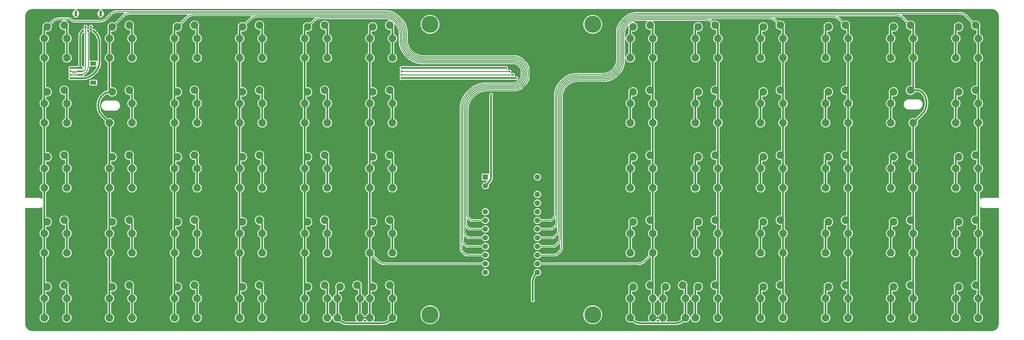
<source format=gbr>
G04 #@! TF.GenerationSoftware,KiCad,Pcbnew,(6.99.0-566-g22ff66f142)*
G04 #@! TF.CreationDate,2022-04-28T17:10:11+03:00*
G04 #@! TF.ProjectId,lumberjerk,6c756d62-6572-46a6-9572-6b2e6b696361,1.2*
G04 #@! TF.SameCoordinates,Original*
G04 #@! TF.FileFunction,Copper,L2,Bot*
G04 #@! TF.FilePolarity,Positive*
%FSLAX46Y46*%
G04 Gerber Fmt 4.6, Leading zero omitted, Abs format (unit mm)*
G04 Created by KiCad (PCBNEW (6.99.0-566-g22ff66f142)) date 2022-04-28 17:10:11*
%MOMM*%
%LPD*%
G01*
G04 APERTURE LIST*
G04 Aperture macros list*
%AMRoundRect*
0 Rectangle with rounded corners*
0 $1 Rounding radius*
0 $2 $3 $4 $5 $6 $7 $8 $9 X,Y pos of 4 corners*
0 Add a 4 corners polygon primitive as box body*
4,1,4,$2,$3,$4,$5,$6,$7,$8,$9,$2,$3,0*
0 Add four circle primitives for the rounded corners*
1,1,$1+$1,$2,$3*
1,1,$1+$1,$4,$5*
1,1,$1+$1,$6,$7*
1,1,$1+$1,$8,$9*
0 Add four rect primitives between the rounded corners*
20,1,$1+$1,$2,$3,$4,$5,0*
20,1,$1+$1,$4,$5,$6,$7,0*
20,1,$1+$1,$6,$7,$8,$9,0*
20,1,$1+$1,$8,$9,$2,$3,0*%
G04 Aperture macros list end*
G04 #@! TA.AperFunction,WasherPad*
%ADD10C,5.000000*%
G04 #@! TD*
G04 #@! TA.AperFunction,ComponentPad*
%ADD11C,2.250000*%
G04 #@! TD*
G04 #@! TA.AperFunction,ComponentPad*
%ADD12R,1.600000X1.600000*%
G04 #@! TD*
G04 #@! TA.AperFunction,ComponentPad*
%ADD13C,1.600000*%
G04 #@! TD*
G04 #@! TA.AperFunction,SMDPad,CuDef*
%ADD14R,1.800000X1.200000*%
G04 #@! TD*
G04 #@! TA.AperFunction,SMDPad,CuDef*
%ADD15R,1.550000X0.600000*%
G04 #@! TD*
G04 #@! TA.AperFunction,ComponentPad*
%ADD16C,0.700000*%
G04 #@! TD*
G04 #@! TA.AperFunction,ComponentPad*
%ADD17RoundRect,0.350000X0.000000X-0.600000X0.000000X-0.600000X0.000000X0.600000X0.000000X0.600000X0*%
G04 #@! TD*
G04 #@! TA.AperFunction,ViaPad*
%ADD18C,0.600000*%
G04 #@! TD*
G04 #@! TA.AperFunction,Conductor*
%ADD19C,0.500000*%
G04 #@! TD*
G04 #@! TA.AperFunction,Conductor*
%ADD20C,0.250000*%
G04 #@! TD*
G04 APERTURE END LIST*
D10*
X128587608Y-59531300D03*
X176212648Y-59531300D03*
X128587608Y-144661059D03*
X176212648Y-144661059D03*
D11*
X196724968Y-139835000D03*
X196724968Y-145555000D03*
X197524968Y-136493750D03*
X202524968Y-135993750D03*
X203324968Y-139835000D03*
X203324968Y-145555000D03*
X110999968Y-63635000D03*
X110999968Y-69355000D03*
X111799968Y-60293750D03*
X116799968Y-59793750D03*
X117599968Y-63635000D03*
X117599968Y-69355000D03*
X91949968Y-63635000D03*
X91949968Y-69355000D03*
X92749968Y-60293750D03*
X97749968Y-59793750D03*
X98549968Y-63635000D03*
X98549968Y-69355000D03*
X34799968Y-101735000D03*
X34799968Y-107455000D03*
X35599968Y-98393750D03*
X40599968Y-97893750D03*
X41399968Y-101735000D03*
X41399968Y-107455000D03*
X187199968Y-63635000D03*
X187199968Y-69355000D03*
X187999968Y-60293750D03*
X192999968Y-59793750D03*
X193799968Y-63635000D03*
X193799968Y-69355000D03*
X53849968Y-120785000D03*
X53849968Y-126505000D03*
X54649968Y-117443750D03*
X59649968Y-116943750D03*
X60449968Y-120785000D03*
X60449968Y-126505000D03*
X187199968Y-82685000D03*
X187199968Y-88405000D03*
X187999968Y-79343750D03*
X192999968Y-78843750D03*
X193799968Y-82685000D03*
X193799968Y-88405000D03*
X225299968Y-63635000D03*
X225299968Y-69355000D03*
X226099968Y-60293750D03*
X231099968Y-59793750D03*
X231899968Y-63635000D03*
X231899968Y-69355000D03*
X110999968Y-82685000D03*
X110999968Y-88405000D03*
X111799968Y-79343750D03*
X116799968Y-78843750D03*
X117599968Y-82685000D03*
X117599968Y-88405000D03*
X34799968Y-63635000D03*
X34799968Y-69355000D03*
X35599968Y-60293750D03*
X40599968Y-59793750D03*
X41399968Y-63635000D03*
X41399968Y-69355000D03*
X72899968Y-63635000D03*
X72899968Y-69355000D03*
X73699968Y-60293750D03*
X78699968Y-59793750D03*
X79499968Y-63635000D03*
X79499968Y-69355000D03*
X15749968Y-139835000D03*
X15749968Y-145555000D03*
X16549968Y-136493750D03*
X21549968Y-135993750D03*
X22349968Y-139835000D03*
X22349968Y-145555000D03*
X53849968Y-63635000D03*
X53849968Y-69355000D03*
X54649968Y-60293750D03*
X59649968Y-59793750D03*
X60449968Y-63635000D03*
X60449968Y-69355000D03*
X206249968Y-139835000D03*
X206249968Y-145555000D03*
X207049968Y-136493750D03*
X212049968Y-135993750D03*
X212849968Y-139835000D03*
X212849968Y-145555000D03*
X282449968Y-139835000D03*
X282449968Y-145555000D03*
X283249968Y-136493750D03*
X288249968Y-135993750D03*
X289049968Y-139835000D03*
X289049968Y-145555000D03*
X15749968Y-120785000D03*
X15749968Y-126505000D03*
X16549968Y-117443750D03*
X21549968Y-116943750D03*
X22349968Y-120785000D03*
X22349968Y-126505000D03*
X263399968Y-82685000D03*
X263399968Y-88405000D03*
X264199968Y-79343750D03*
X269199968Y-78843750D03*
X269999968Y-88405000D03*
X53849968Y-101735000D03*
X53849968Y-107455000D03*
X54649968Y-98393750D03*
X59649968Y-97893750D03*
X60449968Y-101735000D03*
X60449968Y-107455000D03*
X244349968Y-101735000D03*
X244349968Y-107455000D03*
X245149968Y-98393750D03*
X250149968Y-97893750D03*
X250949968Y-101735000D03*
X250949968Y-107455000D03*
X263399968Y-63635000D03*
X263399968Y-69355000D03*
X264199968Y-60293750D03*
X269199968Y-59793750D03*
X269999968Y-63635000D03*
X269999968Y-69355000D03*
X101474968Y-139835000D03*
X101474968Y-145555000D03*
X102274968Y-136493750D03*
X107274968Y-135993750D03*
X108074968Y-139835000D03*
X108074968Y-145555000D03*
X244349968Y-63635000D03*
X244349968Y-69355000D03*
X245149968Y-60293750D03*
X250149968Y-59793750D03*
X250949968Y-63635000D03*
X250949968Y-69355000D03*
X187199968Y-139835000D03*
X187199968Y-145555000D03*
X187999968Y-136493750D03*
X192999968Y-135993750D03*
X193799968Y-139835000D03*
X193799968Y-145555000D03*
X53849968Y-139835000D03*
X53849968Y-145555000D03*
X54649968Y-136493750D03*
X59649968Y-135993750D03*
X60449968Y-139835000D03*
X60449968Y-145555000D03*
X263399968Y-101735000D03*
X263399968Y-107455000D03*
X264199968Y-98393750D03*
X269199968Y-97893750D03*
X269999968Y-101735000D03*
X269999968Y-107455000D03*
X91949968Y-101735000D03*
X91949968Y-107455000D03*
X92749968Y-98393750D03*
X97749968Y-97893750D03*
X98549968Y-101735000D03*
X98549968Y-107455000D03*
X110999968Y-101735000D03*
X110999968Y-107455000D03*
X111799968Y-98393750D03*
X116799968Y-97893750D03*
X117599968Y-101735000D03*
X117599968Y-107455000D03*
X282449968Y-120785000D03*
X282449968Y-126505000D03*
X283249968Y-117443750D03*
X288249968Y-116943750D03*
X289049968Y-120785000D03*
X289049968Y-126505000D03*
X244349968Y-139835000D03*
X244349968Y-145555000D03*
X245149968Y-136493750D03*
X250149968Y-135993750D03*
X250949968Y-139835000D03*
X250949968Y-145555000D03*
X263399968Y-139835000D03*
X263399968Y-145555000D03*
X264199968Y-136493750D03*
X269199968Y-135993750D03*
X269999968Y-139835000D03*
X269999968Y-145555000D03*
X110999968Y-139835000D03*
X110999968Y-145555000D03*
X111799968Y-136493750D03*
X116799968Y-135993750D03*
X117599968Y-139835000D03*
X117599968Y-145555000D03*
X244349968Y-82685000D03*
X244349968Y-88405000D03*
X245149968Y-79343750D03*
X250149968Y-78843750D03*
X250949968Y-82685000D03*
X250949968Y-88405000D03*
X282449968Y-82685000D03*
X282449968Y-88405000D03*
X283249968Y-79343750D03*
X288249968Y-78843750D03*
X289049968Y-82685000D03*
X289049968Y-88405000D03*
X187199968Y-101735000D03*
X187199968Y-107455000D03*
X187999968Y-98393750D03*
X192999968Y-97893750D03*
X193799968Y-101735000D03*
X193799968Y-107455000D03*
X91949968Y-82685000D03*
X91949968Y-88405000D03*
X92749968Y-79343750D03*
X97749968Y-78843750D03*
X98549968Y-82685000D03*
X98549968Y-88405000D03*
X15749968Y-63635000D03*
X15749968Y-69355000D03*
X16549968Y-60293750D03*
X21549968Y-59793750D03*
X22349968Y-63635000D03*
X22349968Y-69355000D03*
X187199968Y-120785000D03*
X187199968Y-126505000D03*
X187999968Y-117443750D03*
X192999968Y-116943750D03*
X193799968Y-120785000D03*
X193799968Y-126505000D03*
X206249968Y-120785000D03*
X206249968Y-126505000D03*
X207049968Y-117443750D03*
X212049968Y-116943750D03*
X212849968Y-120785000D03*
X212849968Y-126505000D03*
X244349968Y-120785000D03*
X244349968Y-126505000D03*
X245149968Y-117443750D03*
X250149968Y-116943750D03*
X250949968Y-120785000D03*
X250949968Y-126505000D03*
X72899968Y-82685000D03*
X72899968Y-88405000D03*
X73699968Y-79343750D03*
X78699968Y-78843750D03*
X79499968Y-82685000D03*
X79499968Y-88405000D03*
X34799968Y-88405000D03*
X35599968Y-79343750D03*
X40599968Y-78843750D03*
X41399968Y-82685000D03*
X41399968Y-88405000D03*
X72899968Y-101735000D03*
X72899968Y-107455000D03*
X73699968Y-98393750D03*
X78699968Y-97893750D03*
X79499968Y-101735000D03*
X79499968Y-107455000D03*
D12*
X144779967Y-104298749D03*
D13*
X144779968Y-106838750D03*
X144779968Y-109378750D03*
X144779968Y-111918750D03*
X144779968Y-114458750D03*
X144779968Y-116998750D03*
X144779968Y-119538750D03*
X144779968Y-122078750D03*
X144779968Y-124618750D03*
X144779968Y-127158750D03*
X144779968Y-129698750D03*
X144779968Y-132238750D03*
X160019968Y-132238750D03*
X160019968Y-129698750D03*
X160019968Y-127158750D03*
X160019968Y-124618750D03*
X160019968Y-122078750D03*
X160019968Y-119538750D03*
X160019968Y-116998750D03*
X160019968Y-114458750D03*
X160019968Y-111918750D03*
X160019968Y-109378750D03*
X160019968Y-106838750D03*
X160019968Y-104298750D03*
D11*
X206249968Y-63635000D03*
X206249968Y-69355000D03*
X207049968Y-60293750D03*
X212049968Y-59793750D03*
X212849968Y-63635000D03*
X212849968Y-69355000D03*
X206249968Y-82685000D03*
X206249968Y-88405000D03*
X207049968Y-79343750D03*
X212049968Y-78843750D03*
X212849968Y-82685000D03*
X212849968Y-88405000D03*
X282450240Y-63635054D03*
X282450240Y-69355054D03*
X283250240Y-60293804D03*
X288250240Y-59793804D03*
X289050240Y-63635054D03*
X289050240Y-69355054D03*
X91949968Y-139835000D03*
X91949968Y-145555000D03*
X92749968Y-136493750D03*
X97749968Y-135993750D03*
X98549968Y-139835000D03*
X98549968Y-145555000D03*
X225299968Y-82685000D03*
X225299968Y-88405000D03*
X226099968Y-79343750D03*
X231099968Y-78843750D03*
X231899968Y-82685000D03*
X231899968Y-88405000D03*
X91949968Y-120785000D03*
X91949968Y-126505000D03*
X92749968Y-117443750D03*
X97749968Y-116943750D03*
X98549968Y-120785000D03*
X98549968Y-126505000D03*
X72899968Y-139835000D03*
X72899968Y-145555000D03*
X73699968Y-136493750D03*
X78699968Y-135993750D03*
X79499968Y-139835000D03*
X79499968Y-145555000D03*
X110999968Y-120785000D03*
X110999968Y-126505000D03*
X111799968Y-117443750D03*
X116799968Y-116943750D03*
X117599968Y-120785000D03*
X117599968Y-126505000D03*
X225299968Y-120785000D03*
X225299968Y-126505000D03*
X226099968Y-117443750D03*
X231099968Y-116943750D03*
X231899968Y-120785000D03*
X231899968Y-126505000D03*
X34799968Y-120785000D03*
X34799968Y-126505000D03*
X35599968Y-117443750D03*
X40599968Y-116943750D03*
X41399968Y-120785000D03*
X41399968Y-126505000D03*
X282449968Y-101735000D03*
X282449968Y-107455000D03*
X283249968Y-98393750D03*
X288249968Y-97893750D03*
X289049968Y-101735000D03*
X289049968Y-107455000D03*
X34799968Y-139835000D03*
X34799968Y-145555000D03*
X35599968Y-136493750D03*
X40599968Y-135993750D03*
X41399968Y-139835000D03*
X41399968Y-145555000D03*
X15749968Y-101735000D03*
X15749968Y-107455000D03*
X16549968Y-98393750D03*
X21549968Y-97893750D03*
X22349968Y-101735000D03*
X22349968Y-107455000D03*
X225299968Y-101735000D03*
X225299968Y-107455000D03*
X226099968Y-98393750D03*
X231099968Y-97893750D03*
X231899968Y-101735000D03*
X231899968Y-107455000D03*
X206249968Y-101735000D03*
X206249968Y-107455000D03*
X207049968Y-98393750D03*
X212049968Y-97893750D03*
X212849968Y-101735000D03*
X212849968Y-107455000D03*
X53849968Y-82685000D03*
X53849968Y-88405000D03*
X54649968Y-79343750D03*
X59649968Y-78843750D03*
X60449968Y-82685000D03*
X60449968Y-88405000D03*
X225299968Y-139835000D03*
X225299968Y-145555000D03*
X226099968Y-136493750D03*
X231099968Y-135993750D03*
X231899968Y-139835000D03*
X231899968Y-145555000D03*
X263399968Y-120785000D03*
X263399968Y-126505000D03*
X264199968Y-117443750D03*
X269199968Y-116943750D03*
X269999968Y-120785000D03*
X269999968Y-126505000D03*
X72899968Y-120785000D03*
X72899968Y-126505000D03*
X73699968Y-117443750D03*
X78699968Y-116943750D03*
X79499968Y-120785000D03*
X79499968Y-126505000D03*
X15749968Y-82685000D03*
X15749968Y-88405000D03*
X16549968Y-79343750D03*
X21549968Y-78843750D03*
X22349968Y-82685000D03*
X22349968Y-88405000D03*
D14*
X30056217Y-71018749D03*
X30056217Y-76618749D03*
D15*
X26181217Y-72318749D03*
X26181217Y-73318749D03*
X26181217Y-74318749D03*
X26181217Y-75318749D03*
D16*
X26974968Y-61449998D03*
X27774969Y-60249998D03*
X28574969Y-61449998D03*
X29374969Y-60249998D03*
X30174968Y-61449998D03*
D17*
X24924968Y-56400000D03*
X32224968Y-56400000D03*
D18*
X146474968Y-80168750D03*
X158712468Y-140431250D03*
X153849968Y-75293750D03*
X23324968Y-75318750D03*
X120249968Y-75293750D03*
X152849968Y-74293750D03*
X120274968Y-74318750D03*
X23349968Y-74318750D03*
X23324968Y-73318750D03*
X120274968Y-73318750D03*
X151849968Y-73318750D03*
X23349968Y-72318750D03*
X150849968Y-72318750D03*
X120249968Y-72318750D03*
D19*
X146474967Y-104315323D02*
G75*
G02*
X145889180Y-105729536I-1999999J0D01*
G01*
D20*
X183451888Y-61920026D02*
G75*
G02*
X184916354Y-58384492I4999998J1D01*
G01*
X185541670Y-57759176D02*
G75*
G02*
X189077204Y-56294710I3535533J-3535532D01*
G01*
X164812548Y-116233090D02*
X164486228Y-116559410D01*
X165251888Y-80430687D02*
X165251888Y-115172430D01*
X167422002Y-75878845D02*
X166936025Y-76364822D01*
X179145728Y-74194710D02*
X171487865Y-74194710D01*
X182207092Y-72893754D02*
X182150932Y-72949914D01*
X183451888Y-61920026D02*
X183451888Y-69888550D01*
X185541670Y-57759176D02*
X184916354Y-58384492D01*
X283508505Y-56294710D02*
X189077204Y-56294710D01*
X163425568Y-116998749D02*
G75*
G03*
X164486227Y-116559409I-1J1500001D01*
G01*
X163425568Y-116998750D02*
X160019968Y-116998750D01*
X165251888Y-80430687D02*
G75*
G02*
X166936025Y-76364822I5750002J-1D01*
G01*
X164812548Y-116233090D02*
G75*
G03*
X165251888Y-115172430I-1060662J1060661D01*
G01*
X167422002Y-75878845D02*
G75*
G02*
X171487865Y-74194710I4065861J-4065861D01*
G01*
X179145728Y-74194710D02*
G75*
G03*
X182150932Y-72949914I0J4250000D01*
G01*
X288250240Y-59793804D02*
X285629826Y-57173390D01*
X182207092Y-72893754D02*
G75*
G03*
X183451888Y-69888550I-3005204J3005204D01*
G01*
X283508505Y-56294711D02*
G75*
G02*
X285629825Y-57173391I3J-2999993D01*
G01*
X185727869Y-58208696D02*
G75*
G02*
X189263403Y-56744230I3535533J-3535532D01*
G01*
X185365875Y-58570690D02*
G75*
G03*
X183901408Y-62106224I3535526J-3535532D01*
G01*
X189346046Y-57193751D02*
G75*
G03*
X185987290Y-58584994I-1J-4749996D01*
G01*
X184350929Y-62188868D02*
G75*
G02*
X185742172Y-58830112I4749996J1D01*
G01*
X186118469Y-59089532D02*
G75*
G03*
X184800448Y-62271514I3181986J-3181985D01*
G01*
X186245752Y-58962249D02*
G75*
G02*
X189427732Y-57644230I3181980J-3181982D01*
G01*
X189510376Y-58093750D02*
G75*
G03*
X186505172Y-59338546I0J-4250000D01*
G01*
X186494764Y-59348954D02*
G75*
G03*
X185249968Y-62354158I3005204J-3005204D01*
G01*
X183712279Y-73931439D02*
G75*
G03*
X185249968Y-70219129I-3712305J3712308D01*
G01*
X183187658Y-74456060D02*
G75*
G02*
X179475347Y-75993750I-3712313J3712315D01*
G01*
X183335982Y-73672018D02*
G75*
G03*
X184800448Y-70136484I-3535532J3535533D01*
G01*
X182928236Y-74079764D02*
G75*
G02*
X179392702Y-75544230I-3535533J3535532D01*
G01*
X184350927Y-70053840D02*
G75*
G02*
X182959684Y-73412596I-4749996J-1D01*
G01*
X182669775Y-73702507D02*
G75*
G02*
X179311018Y-75093750I-3358756J3358754D01*
G01*
X182583389Y-73153175D02*
G75*
G03*
X183901408Y-69971195I-3181982J3181980D01*
G01*
X182410354Y-73326210D02*
G75*
G02*
X179228373Y-74644230I-3181979J3181976D01*
G01*
X165701409Y-80513331D02*
G75*
G02*
X167312321Y-76624243I5499994J3D01*
G01*
X167681422Y-76255142D02*
G75*
G02*
X171570509Y-74644230I3889084J-3889083D01*
G01*
X167688618Y-76883664D02*
G75*
G03*
X166150928Y-80595975I3712315J-3712313D01*
G01*
X167940843Y-76631439D02*
G75*
G02*
X171653153Y-75093750I3712308J-3712305D01*
G01*
X168064915Y-77143086D02*
G75*
G03*
X166600448Y-80678621I3535537J-3535537D01*
G01*
X168199305Y-77008696D02*
G75*
G02*
X171734838Y-75544230I3535531J-3535527D01*
G01*
X168441211Y-77402507D02*
G75*
G03*
X167049968Y-80761264I3358754J-3358756D01*
G01*
X168458725Y-77384993D02*
G75*
G02*
X171817482Y-75993750I3358756J-3358754D01*
G01*
X115514665Y-55793751D02*
G75*
G02*
X119403752Y-57404662I3J-5499994D01*
G01*
X121649967Y-61929053D02*
G75*
G03*
X120039055Y-58039965I-5499994J3D01*
G01*
X115432980Y-56244230D02*
G75*
G02*
X119145290Y-57781919I2J-5249994D01*
G01*
X119661798Y-58298427D02*
G75*
G02*
X121199488Y-62010738I-3712315J-3712313D01*
G01*
X115350336Y-56693750D02*
G75*
G02*
X118885870Y-58158216I1J-4999998D01*
G01*
X119285502Y-58557848D02*
G75*
G02*
X120749968Y-62093382I-3535532J-3535533D01*
G01*
X120299487Y-62175066D02*
G75*
G03*
X118908244Y-58816310I-4749996J1D01*
G01*
X118627408Y-58535472D02*
G75*
G03*
X115268651Y-57144230I-3358757J-3358760D01*
G01*
X119849967Y-62257711D02*
G75*
G03*
X118531947Y-59075731I-4499995J2D01*
G01*
X118367987Y-58911769D02*
G75*
G03*
X115186007Y-57593750I-3181980J-3181982D01*
G01*
X38770808Y-57122910D02*
G75*
G02*
X40892129Y-56244230I2121323J-2121325D01*
G01*
X59492609Y-56693751D02*
G75*
G03*
X57371289Y-57572431I-3J-2999993D01*
G01*
X94571288Y-58472430D02*
G75*
G02*
X96692609Y-57593750I2121323J-2121325D01*
G01*
X75970808Y-58022910D02*
G75*
G02*
X78092129Y-57144230I2121323J-2121325D01*
G01*
X35071288Y-56672430D02*
G75*
G02*
X37192609Y-55793750I2121323J-2121325D01*
G01*
X34028647Y-57715071D02*
G75*
G02*
X31907327Y-58593750I-2121319J2121319D01*
G01*
X22935754Y-57893750D02*
X20192609Y-57893750D01*
X23757075Y-58300857D02*
X23642861Y-58186643D01*
X31907327Y-58593750D02*
X24464182Y-58593750D01*
X35071288Y-56672430D02*
X34028647Y-57715071D01*
X115514665Y-55793750D02*
X37192609Y-55793750D01*
X123129334Y-67530244D02*
X123114434Y-67515344D01*
X120039055Y-58039965D02*
X119403752Y-57404662D01*
X157349968Y-74615439D02*
X157349968Y-73100626D01*
X155646531Y-77768623D02*
X156324842Y-77090312D01*
X141133144Y-80553446D02*
X141208704Y-80477886D01*
X144779968Y-116998750D02*
X141175328Y-116998750D01*
X18071288Y-58772430D02*
G75*
G02*
X20192609Y-57893750I2121318J-2121314D01*
G01*
X153244052Y-68994710D02*
X126664868Y-68994710D01*
X22935754Y-57893751D02*
G75*
G02*
X23642860Y-58186644I3J-999993D01*
G01*
X23757075Y-58300857D02*
G75*
G03*
X24464182Y-58593750I707104J707101D01*
G01*
X121649968Y-63979810D02*
G75*
G03*
X123114434Y-67515344I4999998J-1D01*
G01*
X123129334Y-67530244D02*
G75*
G03*
X126664868Y-68994710I3535533J3535532D01*
G01*
X153244052Y-68994711D02*
G75*
G02*
X155718923Y-70019836I-3J-3500006D01*
G01*
X140114668Y-116559410D02*
X139888348Y-116333090D01*
X139449008Y-115272430D02*
X139449008Y-84619310D01*
X156324841Y-70625751D02*
G75*
G02*
X157349968Y-73100626I-2474875J-2474875D01*
G01*
X145274568Y-78793750D02*
X153171657Y-78793750D01*
X157349967Y-74615439D02*
G75*
G02*
X156324841Y-77090311I-3500001J1D01*
G01*
X155646531Y-77768623D02*
G75*
G02*
X153171657Y-78793750I-2474875J2474875D01*
G01*
X145274568Y-78793750D02*
G75*
G03*
X141208704Y-80477886I1J-5750002D01*
G01*
X18071288Y-58772430D02*
X16549968Y-60293750D01*
X141133144Y-80553446D02*
G75*
G03*
X139449008Y-84619310I4065866J-4065865D01*
G01*
X139449009Y-115272430D02*
G75*
G03*
X139888349Y-116333089I1500001J1D01*
G01*
X121649968Y-63979810D02*
X121649968Y-61929053D01*
X140114668Y-116559410D02*
G75*
G03*
X141175328Y-116998750I1060661J1060662D01*
G01*
X156324841Y-70625751D02*
X155718924Y-70019835D01*
X115432980Y-56244230D02*
X40892129Y-56244230D01*
X119661798Y-58298427D02*
X119145290Y-57781919D01*
X122869912Y-67906540D02*
X122737177Y-67773805D01*
X153161407Y-69444230D02*
X126582223Y-69444230D01*
X155946624Y-70883253D02*
X155459504Y-70396133D01*
X121199488Y-64061495D02*
X121199488Y-62010738D01*
X145193843Y-78342310D02*
X153090932Y-78342310D01*
X140756848Y-80294024D02*
X140951203Y-80099669D01*
X138999488Y-117872430D02*
X138999488Y-84536665D01*
X144779968Y-119538750D02*
X140665808Y-119538750D01*
X155389029Y-77390407D02*
X155946626Y-76832810D01*
X121199488Y-64061495D02*
G75*
G03*
X122737177Y-67773805I5249994J-2D01*
G01*
X156898528Y-74534713D02*
X156898528Y-73181350D01*
X122869912Y-67906540D02*
G75*
G03*
X126582223Y-69444230I3712313J3712315D01*
G01*
X139605148Y-119099410D02*
X139438828Y-118933090D01*
X155389029Y-77390407D02*
G75*
G02*
X153090932Y-78342310I-2298099J2298103D01*
G01*
X156898528Y-74534713D02*
G75*
G02*
X155946626Y-76832810I-3249999J-1D01*
G01*
X145193843Y-78342310D02*
G75*
G03*
X140951203Y-80099669I2J-6000003D01*
G01*
X155946624Y-70883253D02*
G75*
G02*
X156898528Y-73181350I-2298097J-2298099D01*
G01*
X38770808Y-57122910D02*
X35599968Y-60293750D01*
X138999489Y-117872430D02*
G75*
G03*
X139438829Y-118933089I1500001J1D01*
G01*
X139605148Y-119099410D02*
G75*
G03*
X140665808Y-119538750I1060661J1060662D01*
G01*
X140756848Y-80294024D02*
G75*
G03*
X138999488Y-84536665I4242639J-4242641D01*
G01*
X153161407Y-69444231D02*
G75*
G02*
X155459504Y-70396133I-2J-3250005D01*
G01*
X57371288Y-57572430D02*
X54649968Y-60293750D01*
X115350336Y-56693750D02*
X59492609Y-56693750D01*
X119285502Y-58557848D02*
X118885870Y-58158216D01*
X120749968Y-64144139D02*
X120749968Y-62093382D01*
X122610491Y-68282837D02*
X122360880Y-68033226D01*
X153078763Y-69893750D02*
X126499579Y-69893750D01*
X155570328Y-71142674D02*
X155200083Y-70772429D01*
X156449008Y-74452069D02*
X156449008Y-73263995D01*
X155129608Y-77014110D02*
X155570329Y-76573389D01*
X145111199Y-77892790D02*
X153008287Y-77892790D01*
X138549968Y-120372430D02*
X138549968Y-84454021D01*
X139195628Y-121639410D02*
X138989308Y-121433090D01*
X144779968Y-122078750D02*
X140256288Y-122078750D01*
X120749969Y-64144139D02*
G75*
G03*
X122360880Y-68033226I5499994J-3D01*
G01*
X122610491Y-68282837D02*
G75*
G03*
X126499579Y-69893750I3889085J3889082D01*
G01*
X155570328Y-71142674D02*
G75*
G02*
X156449008Y-73263995I-2121325J-2121323D01*
G01*
X153078763Y-69893750D02*
G75*
G02*
X155200083Y-70772429I1J-2999998D01*
G01*
X155129608Y-77014110D02*
G75*
G02*
X153008287Y-77892790I-2121323J2121325D01*
G01*
X156449008Y-74452069D02*
G75*
G02*
X155570329Y-76573389I-2999998J-1D01*
G01*
X140380551Y-80034603D02*
G75*
G03*
X138549968Y-84454021I4419416J-4419418D01*
G01*
X138549969Y-120372430D02*
G75*
G03*
X138989309Y-121433089I1500001J1D01*
G01*
X140380551Y-80034603D02*
X140691782Y-79723372D01*
X139195628Y-121639410D02*
G75*
G03*
X140256288Y-122078750I1060661J1060662D01*
G01*
X145111199Y-77892791D02*
G75*
G03*
X140691782Y-79723372I1J-6250003D01*
G01*
X115268651Y-57144230D02*
X78092129Y-57144230D01*
X120299488Y-64225824D02*
X120299488Y-62175066D01*
X122352030Y-68660094D02*
X121983624Y-68291688D01*
X152997078Y-70344230D02*
X126417894Y-70344230D01*
X118908245Y-58816309D02*
X118627408Y-58535472D01*
X155999488Y-74340860D02*
X155999488Y-73346640D01*
X154841622Y-76637813D02*
X155194032Y-76285403D01*
X145028554Y-77443270D02*
X152897078Y-77443270D01*
X140003294Y-79776142D02*
X140432360Y-79347076D01*
X75970808Y-58022910D02*
X73699968Y-60293750D01*
X138785148Y-124179410D02*
X138538828Y-123933090D01*
X144779968Y-124618750D02*
X139845808Y-124618750D01*
X120299488Y-64225824D02*
G75*
G03*
X121983624Y-68291688I5750002J1D01*
G01*
X122352030Y-68660094D02*
G75*
G03*
X126417894Y-70344230I4065865J4065866D01*
G01*
X155194031Y-71402096D02*
G75*
G02*
X155999488Y-73346640I-1944536J-1944541D01*
G01*
X138099488Y-122872430D02*
X138099488Y-84372336D01*
X155194031Y-71402096D02*
X154941621Y-71149686D01*
X154841622Y-76637813D02*
G75*
G02*
X152897078Y-77443270I-1944541J1944536D01*
G01*
X140003294Y-79776142D02*
G75*
G03*
X138099488Y-84372336I4596194J-4596194D01*
G01*
X155999487Y-74340860D02*
G75*
G02*
X155194031Y-76285402I-2749996J-1D01*
G01*
X145028554Y-77443271D02*
G75*
G03*
X140432361Y-79347077I0J-6499999D01*
G01*
X138099489Y-122872430D02*
G75*
G03*
X138538829Y-123933089I1500001J1D01*
G01*
X152997078Y-70344231D02*
G75*
G02*
X154941620Y-71149687I1J-2749996D01*
G01*
X138785148Y-124179410D02*
G75*
G03*
X139845808Y-124618750I1060661J1060662D01*
G01*
X115186007Y-57593750D02*
X96692609Y-57593750D01*
X118531948Y-59075730D02*
X118367987Y-58911769D01*
X119849968Y-64308469D02*
X119849968Y-62257711D01*
X122092609Y-69036391D02*
X121607328Y-68551110D01*
X152914434Y-70793750D02*
X126335249Y-70793750D01*
X154817735Y-71661517D02*
X154682201Y-71525983D01*
X154582201Y-76261517D02*
X154817735Y-76025983D01*
X144945910Y-76993750D02*
X152814434Y-76993750D01*
X139626997Y-79516721D02*
X140172939Y-78970779D01*
X138575628Y-126719410D02*
X138089308Y-126233090D01*
X144779968Y-127158750D02*
X139636288Y-127158750D01*
X119849968Y-64308469D02*
G75*
G03*
X121607328Y-68551110I5999999J0D01*
G01*
X122092609Y-69036391D02*
G75*
G03*
X126335249Y-70793750I4242642J4242644D01*
G01*
X154817735Y-71661517D02*
G75*
G02*
X155549968Y-73429284I-1767764J-1767765D01*
G01*
X155549967Y-74258216D02*
G75*
G02*
X154817735Y-76025983I-2499996J-2D01*
G01*
X152914434Y-70793751D02*
G75*
G02*
X154682201Y-71525983I2J-2499996D01*
G01*
X155549968Y-74258216D02*
X155549968Y-73429284D01*
X154582201Y-76261517D02*
G75*
G02*
X152814434Y-76993750I-1767765J1767764D01*
G01*
X144945910Y-76993750D02*
G75*
G03*
X140172939Y-78970779I0J-6750001D01*
G01*
X139626997Y-79516721D02*
G75*
G03*
X137649968Y-84289692I4772972J-4772971D01*
G01*
X137649968Y-125172430D02*
X137649968Y-84289692D01*
X94571288Y-58472430D02*
X92749968Y-60293750D01*
X138575628Y-126719410D02*
G75*
G03*
X139636288Y-127158750I1060661J1060662D01*
G01*
X137649969Y-125172430D02*
G75*
G03*
X138089309Y-126233089I1500001J1D01*
G01*
D19*
X31849968Y-64781852D02*
G75*
G03*
X30678395Y-61953425I-3999999J0D01*
G01*
X26181219Y-63072175D02*
G75*
G02*
X26767006Y-61657962I1999999J0D01*
G01*
X31849968Y-70636896D02*
G75*
G02*
X30678395Y-73465323I-3999999J0D01*
G01*
X27168114Y-75318750D02*
G75*
G03*
X29996541Y-74147177I0J3999999D01*
G01*
D20*
X27774969Y-72418628D02*
G75*
G02*
X27540655Y-72984313I-800000J0D01*
G01*
X26874847Y-73318750D02*
G75*
G03*
X27440533Y-73084435I2J799995D01*
G01*
X28574968Y-72040322D02*
G75*
G02*
X27989182Y-73454534I-1999999J0D01*
G01*
X26296541Y-74318749D02*
G75*
G03*
X27710754Y-73732962I0J1999999D01*
G01*
D19*
X116904137Y-146250831D02*
G75*
G02*
X114782816Y-147129511I-2121323J2121325D01*
G01*
X104292120Y-147129511D02*
G75*
G02*
X102170800Y-146250832I-1J2999998D01*
G01*
X187895800Y-146250832D02*
G75*
G03*
X190017120Y-147129511I2121319J2121319D01*
G01*
X200507816Y-147129510D02*
G75*
G03*
X202629136Y-146250830I3J2999993D01*
G01*
X272585754Y-79429536D02*
G75*
G03*
X271171541Y-78843750I-1414213J-1414214D01*
G01*
X273849968Y-82898146D02*
G75*
G02*
X272678395Y-85726573I-3999999J0D01*
G01*
X273849968Y-82350604D02*
G75*
G03*
X272678395Y-79522177I-3999999J0D01*
G01*
X32821289Y-80222429D02*
G75*
G02*
X34942609Y-79343750I2121319J-2121319D01*
G01*
X32721541Y-80322177D02*
G75*
G03*
X31549968Y-83150604I2828426J-2828427D01*
G01*
X31549968Y-83498146D02*
G75*
G03*
X32721541Y-86326573I3999999J0D01*
G01*
X145889181Y-105729537D02*
X144779968Y-106838750D01*
X146474968Y-80168750D02*
X146474968Y-104315323D01*
X22349968Y-63635000D02*
X22349968Y-60593750D01*
X22349968Y-69355000D02*
X22349968Y-63635000D01*
X22349968Y-60593750D02*
X21549968Y-59793750D01*
X41399968Y-60593750D02*
X40599968Y-59793750D01*
X41399968Y-63635000D02*
X41399968Y-60593750D01*
X41399968Y-69355000D02*
X41399968Y-63635000D01*
X60449968Y-69355000D02*
X60449968Y-63635000D01*
X60449968Y-63635000D02*
X60449968Y-60593750D01*
X60449968Y-60593750D02*
X59649968Y-59793750D01*
X79499968Y-60593750D02*
X78699968Y-59793750D01*
X79499968Y-63635000D02*
X79499968Y-60593750D01*
X79499968Y-69355000D02*
X79499968Y-63635000D01*
X98549968Y-63635000D02*
X98549968Y-60593750D01*
X98549968Y-60593750D02*
X97749968Y-59793750D01*
X98549968Y-69355000D02*
X98549968Y-63635000D01*
X117599968Y-63635000D02*
X117599968Y-60593750D01*
X117599968Y-69355000D02*
X117599968Y-63635000D01*
X117599968Y-60593750D02*
X116799968Y-59793750D01*
X187199968Y-61093750D02*
X187999968Y-60293750D01*
X187199968Y-69355000D02*
X187199968Y-63635000D01*
X187199968Y-63635000D02*
X187199968Y-61093750D01*
X206249968Y-61093750D02*
X207049968Y-60293750D01*
X206249968Y-63635000D02*
X206249968Y-61093750D01*
X206249968Y-69355000D02*
X206249968Y-63635000D01*
X225299968Y-61093750D02*
X226099968Y-60293750D01*
X225299968Y-63635000D02*
X225299968Y-61093750D01*
X225299968Y-69355000D02*
X225299968Y-63635000D01*
X244349968Y-69355000D02*
X244349968Y-63635000D01*
X244349968Y-61093750D02*
X245149968Y-60293750D01*
X244349968Y-63635000D02*
X244349968Y-61093750D01*
X263399968Y-63635000D02*
X263399968Y-61093750D01*
X263399968Y-69355000D02*
X263399968Y-63635000D01*
X263399968Y-61093750D02*
X264199968Y-60293750D01*
X282450240Y-69355054D02*
X282450240Y-63635054D01*
X282450240Y-63635054D02*
X282450240Y-61093804D01*
X282450240Y-61093804D02*
X283250240Y-60293804D01*
X22349968Y-88405000D02*
X22349968Y-82685000D01*
X22349968Y-82685000D02*
X22349968Y-79643750D01*
X22349968Y-79643750D02*
X21549968Y-78843750D01*
X41399968Y-82685000D02*
X41399968Y-79643750D01*
X41399968Y-88405000D02*
X41399968Y-82685000D01*
X41399968Y-79643750D02*
X40599968Y-78843750D01*
X60449968Y-82685000D02*
X60449968Y-79643750D01*
X60449968Y-88405000D02*
X60449968Y-82685000D01*
X60449968Y-79643750D02*
X59649968Y-78843750D01*
X79499968Y-88405000D02*
X79499968Y-82685000D01*
X79499968Y-82685000D02*
X79499968Y-79643750D01*
X79499968Y-79643750D02*
X78699968Y-78843750D01*
X98549968Y-82685000D02*
X98549968Y-79643750D01*
X98549968Y-88405000D02*
X98549968Y-82685000D01*
X98549968Y-79643750D02*
X97749968Y-78843750D01*
X117599968Y-82685000D02*
X117599968Y-79643750D01*
X117599968Y-88405000D02*
X117599968Y-82685000D01*
X117599968Y-79643750D02*
X116799968Y-78843750D01*
X187199968Y-88405000D02*
X187199968Y-82685000D01*
X187199968Y-80143750D02*
X187999968Y-79343750D01*
X187199968Y-82685000D02*
X187199968Y-80143750D01*
X225299968Y-82685000D02*
X225299968Y-80143750D01*
X225299968Y-80143750D02*
X226099968Y-79343750D01*
X225299968Y-88405000D02*
X225299968Y-82685000D01*
X244349968Y-82685000D02*
X244349968Y-80143750D01*
X244349968Y-88405000D02*
X244349968Y-82685000D01*
X244349968Y-80143750D02*
X245149968Y-79343750D01*
X263399968Y-82685000D02*
X263399968Y-80143750D01*
X263399968Y-88405000D02*
X263399968Y-82685000D01*
X263399968Y-80143750D02*
X264199968Y-79343750D01*
X282449968Y-80143750D02*
X283249968Y-79343750D01*
X282449968Y-88405000D02*
X282449968Y-82685000D01*
X282449968Y-82685000D02*
X282449968Y-80143750D01*
X22349968Y-98693750D02*
X21549968Y-97893750D01*
X22349968Y-107455000D02*
X22349968Y-101735000D01*
X22349968Y-101735000D02*
X22349968Y-98693750D01*
X41399968Y-101735000D02*
X41399968Y-98693750D01*
X41399968Y-98693750D02*
X40599968Y-97893750D01*
X41399968Y-107455000D02*
X41399968Y-101735000D01*
X60449968Y-107455000D02*
X60449968Y-101735000D01*
X60449968Y-101735000D02*
X60449968Y-98693750D01*
X60449968Y-98693750D02*
X59649968Y-97893750D01*
X79499968Y-101735000D02*
X79499968Y-98693750D01*
X79499968Y-98693750D02*
X78699968Y-97893750D01*
X79499968Y-107455000D02*
X79499968Y-101735000D01*
X98549968Y-107455000D02*
X98549968Y-101735000D01*
X98549968Y-101735000D02*
X98549968Y-98693750D01*
X98549968Y-98693750D02*
X97749968Y-97893750D01*
X117599968Y-98693750D02*
X116799968Y-97893750D01*
X117599968Y-107455000D02*
X117599968Y-101735000D01*
X117599968Y-101735000D02*
X117599968Y-98693750D01*
X225299968Y-107455000D02*
X225299968Y-101735000D01*
X225299968Y-101735000D02*
X225299968Y-99193750D01*
X225299968Y-99193750D02*
X226099968Y-98393750D01*
X244349968Y-101735000D02*
X244349968Y-99193750D01*
X244349968Y-107455000D02*
X244349968Y-101735000D01*
X244349968Y-99193750D02*
X245149968Y-98393750D01*
X263399968Y-107455000D02*
X263399968Y-101735000D01*
X263399968Y-101735000D02*
X263399968Y-99193750D01*
X263399968Y-99193750D02*
X264199968Y-98393750D01*
X282449968Y-99193750D02*
X283249968Y-98393750D01*
X282449968Y-101735000D02*
X282449968Y-99193750D01*
X282449968Y-107455000D02*
X282449968Y-101735000D01*
X22349968Y-126505000D02*
X22349968Y-120785000D01*
X22349968Y-117743750D02*
X21549968Y-116943750D01*
X22349968Y-120785000D02*
X22349968Y-117743750D01*
X41399968Y-117743750D02*
X40599968Y-116943750D01*
X41399968Y-120785000D02*
X41399968Y-117743750D01*
X41399968Y-126505000D02*
X41399968Y-120785000D01*
X60449968Y-126505000D02*
X60449968Y-120785000D01*
X60449968Y-120785000D02*
X60449968Y-117743750D01*
X60449968Y-117743750D02*
X59649968Y-116943750D01*
X79499968Y-120785000D02*
X79499968Y-117743750D01*
X79499968Y-126505000D02*
X79499968Y-120785000D01*
X79499968Y-117743750D02*
X78699968Y-116943750D01*
X98549968Y-120785000D02*
X98549968Y-117743750D01*
X98549968Y-117743750D02*
X97749968Y-116943750D01*
X98549968Y-126505000D02*
X98549968Y-120785000D01*
X117599968Y-117743750D02*
X116799968Y-116943750D01*
X117599968Y-120785000D02*
X117599968Y-117743750D01*
X117599968Y-126505000D02*
X117599968Y-120785000D01*
X187199968Y-120785000D02*
X187199968Y-118243750D01*
X187199968Y-118243750D02*
X187999968Y-117443750D01*
X187199968Y-126505000D02*
X187199968Y-120785000D01*
X206249968Y-118243750D02*
X207049968Y-117443750D01*
X206249968Y-126505000D02*
X206249968Y-120785000D01*
X206249968Y-120785000D02*
X206249968Y-118243750D01*
X225299968Y-120785000D02*
X225299968Y-118243750D01*
X225299968Y-126505000D02*
X225299968Y-120785000D01*
X225299968Y-118243750D02*
X226099968Y-117443750D01*
X244349968Y-120785000D02*
X244349968Y-118243750D01*
X244349968Y-126505000D02*
X244349968Y-120785000D01*
X244349968Y-118243750D02*
X245149968Y-117443750D01*
X263399968Y-118243750D02*
X264199968Y-117443750D01*
X263399968Y-120785000D02*
X263399968Y-118243750D01*
X263399968Y-126505000D02*
X263399968Y-120785000D01*
X282449968Y-118243750D02*
X283249968Y-117443750D01*
X282449968Y-120785000D02*
X282449968Y-118243750D01*
X282449968Y-126505000D02*
X282449968Y-120785000D01*
X158649968Y-140368750D02*
X158712468Y-140431250D01*
X160019968Y-132238750D02*
X159528647Y-132730071D01*
X158649968Y-134851391D02*
X158649968Y-140368750D01*
X158649968Y-134851391D02*
G75*
G02*
X159528647Y-132730071I2999998J1D01*
G01*
X22349968Y-139835000D02*
X22349968Y-136793750D01*
X22349968Y-136793750D02*
X21549968Y-135993750D01*
X22349968Y-145555000D02*
X22349968Y-139835000D01*
X41399968Y-139835000D02*
X41399968Y-136793750D01*
X41399968Y-136793750D02*
X40599968Y-135993750D01*
X41399968Y-145555000D02*
X41399968Y-139835000D01*
X60449968Y-136793750D02*
X59649968Y-135993750D01*
X60449968Y-145555000D02*
X60449968Y-139835000D01*
X60449968Y-139835000D02*
X60449968Y-136793750D01*
X79499968Y-139835000D02*
X79499968Y-136793750D01*
X79499968Y-136793750D02*
X78699968Y-135993750D01*
X79499968Y-145555000D02*
X79499968Y-139835000D01*
X98549968Y-139835000D02*
X98549968Y-136793750D01*
X98549968Y-136793750D02*
X97749968Y-135993750D01*
X98549968Y-145555000D02*
X98549968Y-139835000D01*
X101474968Y-139835000D02*
X101474968Y-137293750D01*
X117599968Y-139835000D02*
X117599968Y-136793750D01*
X101474968Y-137293750D02*
X102274968Y-136493750D01*
X116904137Y-146250831D02*
X117599968Y-145555000D01*
X104292120Y-147129511D02*
X114782816Y-147129511D01*
X101474968Y-145555000D02*
X102170800Y-146250832D01*
X117599968Y-136793750D02*
X116799968Y-135993750D01*
X101474968Y-145555000D02*
X101474968Y-139835000D01*
X117599968Y-145555000D02*
X117599968Y-139835000D01*
X203324968Y-136793750D02*
X202524968Y-135993750D01*
X190017120Y-147129511D02*
X200507816Y-147129511D01*
X202629137Y-146250831D02*
X203324968Y-145555000D01*
X203324968Y-145555000D02*
X203324968Y-139835000D01*
X187199968Y-145555000D02*
X187895800Y-146250832D01*
X203324968Y-139835000D02*
X203324968Y-136793750D01*
X187199968Y-137293750D02*
X187999968Y-136493750D01*
X187199968Y-139835000D02*
X187199968Y-137293750D01*
X187199968Y-145555000D02*
X187199968Y-139835000D01*
X206249968Y-145555000D02*
X206249968Y-139835000D01*
X206249968Y-139835000D02*
X206249968Y-137293750D01*
X206249968Y-137293750D02*
X207049968Y-136493750D01*
X225299968Y-145555000D02*
X225299968Y-139835000D01*
X225299968Y-137293750D02*
X226099968Y-136493750D01*
X225299968Y-139835000D02*
X225299968Y-137293750D01*
X244349968Y-139835000D02*
X244349968Y-137293750D01*
X244349968Y-145555000D02*
X244349968Y-139835000D01*
X244349968Y-137293750D02*
X245149968Y-136493750D01*
X263399968Y-145555000D02*
X263399968Y-139835000D01*
X263399968Y-137293750D02*
X264199968Y-136493750D01*
X263399968Y-139835000D02*
X263399968Y-137293750D01*
X282449968Y-139835000D02*
X282449968Y-137293750D01*
X282449968Y-145555000D02*
X282449968Y-139835000D01*
X282449968Y-137293750D02*
X283249968Y-136493750D01*
X15749968Y-139835000D02*
X15749968Y-137293750D01*
X15749968Y-61093750D02*
X16549968Y-60293750D01*
X15749968Y-101735000D02*
X15749968Y-99193750D01*
X15749968Y-63635000D02*
X15749968Y-61093750D01*
X15749968Y-63635000D02*
X15749968Y-145555000D01*
X15749968Y-99193750D02*
X16549968Y-98393750D01*
X15749968Y-82685000D02*
X15749968Y-80143750D01*
X15749968Y-120785000D02*
X15749968Y-118243750D01*
X15749968Y-137293750D02*
X16549968Y-136493750D01*
X15749968Y-80143750D02*
X16549968Y-79343750D01*
X15749968Y-118243750D02*
X16549968Y-117443750D01*
X34799968Y-120785000D02*
X34799968Y-118243750D01*
X34799968Y-63635000D02*
X34799968Y-61093750D01*
X34799968Y-88405000D02*
X32721541Y-86326573D01*
X34799968Y-118243750D02*
X35599968Y-117443750D01*
X34799968Y-88405000D02*
X34799968Y-145555000D01*
X31549968Y-83498146D02*
X31549968Y-83150604D01*
X34799968Y-63635000D02*
X34799968Y-78543750D01*
X34799968Y-99193750D02*
X35599968Y-98393750D01*
X34799968Y-101735000D02*
X34799968Y-99193750D01*
X34799968Y-61093750D02*
X35599968Y-60293750D01*
X34799968Y-139835000D02*
X34799968Y-137293750D01*
X34799968Y-137293750D02*
X35599968Y-136493750D01*
X32721541Y-80322177D02*
X32821289Y-80222429D01*
X34799968Y-78543750D02*
X35599968Y-79343750D01*
X34942609Y-79343750D02*
X35599968Y-79343750D01*
X53849968Y-63635000D02*
X53849968Y-61093750D01*
X53849968Y-99193750D02*
X54649968Y-98393750D01*
X53849968Y-61093750D02*
X54649968Y-60293750D01*
X53849968Y-101735000D02*
X53849968Y-99193750D01*
X53849968Y-137293750D02*
X54649968Y-136493750D01*
X53849968Y-118243750D02*
X54649968Y-117443750D01*
X53849968Y-120785000D02*
X53849968Y-118243750D01*
X53849968Y-63635000D02*
X53849968Y-145555000D01*
X53849968Y-139835000D02*
X53849968Y-137293750D01*
X53849968Y-82685000D02*
X53849968Y-80143750D01*
X53849968Y-80143750D02*
X54649968Y-79343750D01*
X72899968Y-63635000D02*
X72899968Y-145555000D01*
X72899968Y-63635000D02*
X72899968Y-61093750D01*
X72899968Y-137293750D02*
X73699968Y-136493750D01*
X72899968Y-101735000D02*
X72899968Y-99193750D01*
X72899968Y-80143750D02*
X73699968Y-79343750D01*
X72899968Y-118243750D02*
X73699968Y-117443750D01*
X72899968Y-61093750D02*
X73699968Y-60293750D01*
X72899968Y-139835000D02*
X72899968Y-137293750D01*
X72899968Y-82685000D02*
X72899968Y-80143750D01*
X72899968Y-120785000D02*
X72899968Y-118243750D01*
X72899968Y-99193750D02*
X73699968Y-98393750D01*
X91949968Y-118243750D02*
X92749968Y-117443750D01*
X91949968Y-80143750D02*
X92749968Y-79343750D01*
X91949968Y-101735000D02*
X91949968Y-99193750D01*
X91949968Y-61093750D02*
X92749968Y-60293750D01*
X91949968Y-63635000D02*
X91949968Y-145555000D01*
X91949968Y-120785000D02*
X91949968Y-118243750D01*
X91949968Y-99193750D02*
X92749968Y-98393750D01*
X91949968Y-137293750D02*
X92749968Y-136493750D01*
X91949968Y-63635000D02*
X91949968Y-61093750D01*
X91949968Y-139835000D02*
X91949968Y-137293750D01*
X91949968Y-82685000D02*
X91949968Y-80143750D01*
X108074968Y-136793750D02*
X107274968Y-135993750D01*
X110999968Y-82685000D02*
X110999968Y-80143750D01*
X108074968Y-139835000D02*
X108074968Y-145555000D01*
D20*
X113315038Y-128820070D02*
X110999968Y-126505000D01*
D19*
X110999968Y-63635000D02*
X110999968Y-61093750D01*
X108074968Y-139835000D02*
X108074968Y-136793750D01*
X110999968Y-99193750D02*
X111799968Y-98393750D01*
X110999968Y-80143750D02*
X111799968Y-79343750D01*
X110999968Y-61093750D02*
X111799968Y-60293750D01*
X110999968Y-118243750D02*
X111799968Y-117443750D01*
D20*
X144779968Y-129698750D02*
X115436359Y-129698750D01*
D19*
X110999968Y-137293750D02*
X111799968Y-136493750D01*
X110999968Y-101735000D02*
X110999968Y-99193750D01*
X110999968Y-63635000D02*
X110999968Y-145555000D01*
X110999968Y-145555000D02*
X108074968Y-145555000D01*
X110999968Y-120785000D02*
X110999968Y-118243750D01*
X110999968Y-139835000D02*
X110999968Y-137293750D01*
D20*
X115436359Y-129698749D02*
G75*
G02*
X113315039Y-128820069I-3J2999993D01*
G01*
D19*
X193799968Y-82685000D02*
X193799968Y-79643750D01*
X193799968Y-139835000D02*
X193799968Y-136793750D01*
X196724968Y-137293750D02*
X197524968Y-136493750D01*
X193799968Y-63635000D02*
X193799968Y-60593750D01*
D20*
X191484898Y-128820070D02*
X193799968Y-126505000D01*
X160019968Y-129698750D02*
X189363577Y-129698750D01*
D19*
X193799968Y-145555000D02*
X196724968Y-145555000D01*
X193799968Y-79643750D02*
X192999968Y-78843750D01*
X193799968Y-120785000D02*
X193799968Y-117743750D01*
X196724968Y-145555000D02*
X196724968Y-139835000D01*
X193799968Y-60593750D02*
X192999968Y-59793750D01*
X193799968Y-117743750D02*
X192999968Y-116943750D01*
X193799968Y-101735000D02*
X193799968Y-98693750D01*
X193799968Y-136793750D02*
X192999968Y-135993750D01*
X193799968Y-63635000D02*
X193799968Y-145555000D01*
X196724968Y-139835000D02*
X196724968Y-137293750D01*
X193799968Y-98693750D02*
X192999968Y-97893750D01*
D20*
X189363577Y-129698749D02*
G75*
G03*
X191484897Y-128820069I3J2999993D01*
G01*
D19*
X212849968Y-98693750D02*
X212049968Y-97893750D01*
X212849968Y-63635000D02*
X212849968Y-145555000D01*
D20*
X160019968Y-127158750D02*
X164963648Y-127158750D01*
X167049968Y-125072430D02*
X167049968Y-80761264D01*
D19*
X212849968Y-139835000D02*
X212849968Y-136793750D01*
X212849968Y-63635000D02*
X212849968Y-60593750D01*
D20*
X211228648Y-58972430D02*
X212049968Y-59793750D01*
D19*
X212849968Y-136793750D02*
X212049968Y-135993750D01*
D20*
X171817482Y-75993750D02*
X179475347Y-75993750D01*
X185249968Y-70219129D02*
X185249968Y-62354158D01*
X166024308Y-126719410D02*
X166610628Y-126133090D01*
D19*
X212849968Y-120785000D02*
X212849968Y-117743750D01*
X212849968Y-79643750D02*
X212049968Y-78843750D01*
X212849968Y-101735000D02*
X212849968Y-98693750D01*
D20*
X186494764Y-59348954D02*
X186505172Y-59338546D01*
D19*
X212849968Y-117743750D02*
X212049968Y-116943750D01*
X212849968Y-60593750D02*
X212049968Y-59793750D01*
X212849968Y-82685000D02*
X212849968Y-79643750D01*
D20*
X189510376Y-58093750D02*
X209107327Y-58093750D01*
X168441211Y-77402507D02*
X168458725Y-77384993D01*
X183187658Y-74456060D02*
X183712279Y-73931439D01*
X166024308Y-126719410D02*
G75*
G02*
X164963648Y-127158750I-1060661J1060662D01*
G01*
X167049967Y-125072430D02*
G75*
G02*
X166610627Y-126133089I-1500001J1D01*
G01*
X211228648Y-58972430D02*
G75*
G03*
X209107327Y-58093750I-2121323J-2121325D01*
G01*
X189427732Y-57644230D02*
X227707807Y-57644230D01*
D19*
X231899968Y-117743750D02*
X231099968Y-116943750D01*
D20*
X160019968Y-124618750D02*
X164454128Y-124618750D01*
X171734838Y-75544230D02*
X179392702Y-75544230D01*
D19*
X231899968Y-139835000D02*
X231899968Y-136793750D01*
X231899968Y-60593750D02*
X231099968Y-59793750D01*
X231899968Y-63635000D02*
X231899968Y-145555000D01*
X231899968Y-82685000D02*
X231899968Y-79643750D01*
X231899968Y-136793750D02*
X231099968Y-135993750D01*
D20*
X186118469Y-59089532D02*
X186245752Y-58962249D01*
D19*
X231899968Y-120785000D02*
X231899968Y-117743750D01*
X231899968Y-101735000D02*
X231899968Y-98693750D01*
X231899968Y-63635000D02*
X231899968Y-60593750D01*
D20*
X166600448Y-122472430D02*
X166600448Y-80678621D01*
X168064915Y-77143086D02*
X168199305Y-77008696D01*
X165514788Y-124179410D02*
X166161108Y-123533090D01*
D19*
X231899968Y-98693750D02*
X231099968Y-97893750D01*
D20*
X184800448Y-70136484D02*
X184800448Y-62271514D01*
X182928236Y-74079764D02*
X183335982Y-73672018D01*
X229829128Y-58522910D02*
X231099968Y-59793750D01*
D19*
X231899968Y-79643750D02*
X231099968Y-78843750D01*
D20*
X166600447Y-122472430D02*
G75*
G02*
X166161107Y-123533089I-1500001J1D01*
G01*
X227707807Y-57644231D02*
G75*
G02*
X229829127Y-58522911I3J-2999993D01*
G01*
X164454128Y-124618749D02*
G75*
G03*
X165514787Y-124179409I-1J1500001D01*
G01*
X165205268Y-121639410D02*
X165711588Y-121133090D01*
X189346046Y-57193750D02*
X246307327Y-57193750D01*
D19*
X250949968Y-63635000D02*
X250949968Y-145555000D01*
D20*
X171653153Y-75093750D02*
X179311018Y-75093750D01*
D19*
X250949968Y-101735000D02*
X250949968Y-98693750D01*
D20*
X248428648Y-58072430D02*
X250149968Y-59793750D01*
D19*
X250949968Y-117743750D02*
X250149968Y-116943750D01*
X250949968Y-79643750D02*
X250149968Y-78843750D01*
D20*
X166150928Y-120072430D02*
X166150928Y-80595975D01*
X184350928Y-70053840D02*
X184350928Y-62188868D01*
X182669775Y-73702507D02*
X182959685Y-73412597D01*
X167688618Y-76883664D02*
X167940843Y-76631439D01*
D19*
X250949968Y-120785000D02*
X250949968Y-117743750D01*
X250949968Y-136793750D02*
X250149968Y-135993750D01*
X250949968Y-82685000D02*
X250949968Y-79643750D01*
X250949968Y-63635000D02*
X250949968Y-60593750D01*
D20*
X185742171Y-58830111D02*
X185987289Y-58584993D01*
D19*
X250949968Y-60593750D02*
X250149968Y-59793750D01*
X250949968Y-98693750D02*
X250149968Y-97893750D01*
D20*
X160019968Y-122078750D02*
X164144608Y-122078750D01*
D19*
X250949968Y-139835000D02*
X250949968Y-136793750D01*
D20*
X246307327Y-57193751D02*
G75*
G02*
X248428647Y-58072431I3J-2999993D01*
G01*
X166150927Y-120072430D02*
G75*
G02*
X165711587Y-121133089I-1500001J1D01*
G01*
X165205268Y-121639410D02*
G75*
G02*
X164144608Y-122078750I-1060661J1060662D01*
G01*
X167312321Y-76624243D02*
X167681422Y-76255142D01*
D19*
X269999968Y-60593750D02*
X269199968Y-59793750D01*
X269999968Y-117743750D02*
X269199968Y-116943750D01*
X269999968Y-63635000D02*
X269999968Y-60593750D01*
D20*
X267029128Y-57622910D02*
X269199968Y-59793750D01*
D19*
X269999968Y-88405000D02*
X269999968Y-145555000D01*
X269999968Y-88405000D02*
X272678395Y-85726573D01*
X269999968Y-139835000D02*
X269999968Y-136793750D01*
X272678395Y-79522177D02*
X272585754Y-79429536D01*
D20*
X160019968Y-119538750D02*
X163735088Y-119538750D01*
D19*
X269999968Y-98693750D02*
X269199968Y-97893750D01*
X269999968Y-120785000D02*
X269999968Y-117743750D01*
X269999968Y-101735000D02*
X269999968Y-98693750D01*
X271171541Y-78843750D02*
X269199968Y-78843750D01*
D20*
X183901408Y-69971195D02*
X183901408Y-62106224D01*
D19*
X269999968Y-136793750D02*
X269199968Y-135993750D01*
D20*
X171570509Y-74644230D02*
X179228373Y-74644230D01*
D19*
X269999968Y-78043750D02*
X269199968Y-78843750D01*
D20*
X182410354Y-73326210D02*
X182583389Y-73153175D01*
D19*
X269999968Y-63635000D02*
X269999968Y-78043750D01*
D20*
X165701408Y-117572430D02*
X165701408Y-80513331D01*
D19*
X273849968Y-82898146D02*
X273849968Y-82350604D01*
D20*
X189263403Y-56744230D02*
X264907807Y-56744230D01*
X164795748Y-119099410D02*
X165262068Y-118633090D01*
X185365875Y-58570690D02*
X185727869Y-58208696D01*
X163735088Y-119538749D02*
G75*
G03*
X164795747Y-119099409I-1J1500001D01*
G01*
X165701407Y-117572430D02*
G75*
G02*
X165262067Y-118633089I-1500001J1D01*
G01*
X267029128Y-57622910D02*
G75*
G03*
X264907807Y-56744230I-2121323J-2121325D01*
G01*
D19*
X289050240Y-60593804D02*
X288250240Y-59793804D01*
X289049968Y-120785000D02*
X289049968Y-117743750D01*
X289049968Y-136793750D02*
X288249968Y-135993750D01*
X289049968Y-79643750D02*
X288249968Y-78843750D01*
X289050240Y-63635054D02*
X289050240Y-60593804D01*
X289049968Y-117743750D02*
X288249968Y-116943750D01*
X289050240Y-63635054D02*
X289050240Y-145554728D01*
X289049968Y-101735000D02*
X289049968Y-98693750D01*
X289050240Y-145554728D02*
X289049968Y-145555000D01*
X289049968Y-139835000D02*
X289049968Y-136793750D01*
X289049968Y-82685000D02*
X289049968Y-79643750D01*
X289049968Y-98693750D02*
X288249968Y-97893750D01*
X206249968Y-82685000D02*
X206249968Y-80143750D01*
X206249968Y-80143750D02*
X207049968Y-79343750D01*
X206249968Y-88405000D02*
X206249968Y-82685000D01*
X187199968Y-101735000D02*
X187199968Y-99193750D01*
X187199968Y-99193750D02*
X187999968Y-98393750D01*
X187199968Y-107455000D02*
X187199968Y-101735000D01*
X206249968Y-101735000D02*
X206249968Y-99193750D01*
X206249968Y-107455000D02*
X206249968Y-101735000D01*
X206249968Y-99193750D02*
X207049968Y-98393750D01*
X30678395Y-61953425D02*
X30174968Y-61449998D01*
X26181218Y-75318750D02*
X27168114Y-75318750D01*
X120249968Y-75293750D02*
X153849968Y-75293750D01*
X26181218Y-75318750D02*
X23324968Y-75318750D01*
X31849968Y-70636896D02*
X31849968Y-64781852D01*
X29996541Y-74147177D02*
X30678395Y-73465323D01*
D20*
X27710755Y-73732963D02*
X27989183Y-73454535D01*
X26181218Y-74318750D02*
X26296541Y-74318750D01*
X28574969Y-72040322D02*
X28574969Y-61449998D01*
X120299968Y-74293750D02*
X120274968Y-74318750D01*
X152849968Y-74293750D02*
X120299968Y-74293750D01*
X26181218Y-74318750D02*
X23349968Y-74318750D01*
X120274968Y-73318750D02*
X151849968Y-73318750D01*
X27440533Y-73084435D02*
X27540655Y-72984313D01*
X26181218Y-73318750D02*
X23324968Y-73318750D01*
X26181218Y-73318750D02*
X26874847Y-73318750D01*
X27774969Y-72418628D02*
X27774969Y-60249998D01*
D19*
X26181218Y-72318750D02*
X23349968Y-72318750D01*
X26181218Y-72318750D02*
X26181218Y-63072175D01*
X26767005Y-61657961D02*
X26974968Y-61449998D01*
X120249968Y-72318750D02*
X150849968Y-72318750D01*
G04 #@! TA.AperFunction,Conductor*
G36*
X24685538Y-55038435D02*
G01*
X24731293Y-55091239D01*
X24741237Y-55160397D01*
X24712212Y-55223953D01*
X24665952Y-55257311D01*
X24622127Y-55275464D01*
X24496686Y-55371718D01*
X24400432Y-55497159D01*
X24397322Y-55504667D01*
X24397321Y-55504669D01*
X24364146Y-55584761D01*
X24330355Y-55631395D01*
X24217929Y-55727909D01*
X24214075Y-55732888D01*
X24116198Y-55859335D01*
X24097111Y-55883993D01*
X24094340Y-55889642D01*
X24073850Y-55931413D01*
X24010186Y-56061202D01*
X24008611Y-56067286D01*
X24008610Y-56067288D01*
X23963442Y-56241739D01*
X23960712Y-56252281D01*
X23950715Y-56449409D01*
X23980604Y-56644513D01*
X24049155Y-56829607D01*
X24052481Y-56834943D01*
X24052482Y-56834945D01*
X24065509Y-56855844D01*
X24153562Y-56997112D01*
X24157893Y-57001669D01*
X24157896Y-57001672D01*
X24281580Y-57131787D01*
X24289551Y-57140172D01*
X24294711Y-57143764D01*
X24294714Y-57143766D01*
X24320853Y-57161959D01*
X24364578Y-57216282D01*
X24400432Y-57302841D01*
X24496686Y-57428282D01*
X24622127Y-57524536D01*
X24629635Y-57527646D01*
X24760697Y-57581934D01*
X24760699Y-57581935D01*
X24768206Y-57585044D01*
X24776265Y-57586105D01*
X24881587Y-57599971D01*
X24881591Y-57599971D01*
X24885607Y-57600500D01*
X24924958Y-57600500D01*
X24964328Y-57600499D01*
X25035432Y-57591139D01*
X25073672Y-57586105D01*
X25073674Y-57586105D01*
X25081730Y-57585044D01*
X25196755Y-57537399D01*
X25220301Y-57527646D01*
X25227809Y-57524536D01*
X25353250Y-57428282D01*
X25449504Y-57302841D01*
X25465781Y-57263546D01*
X25485790Y-57215239D01*
X25519581Y-57168605D01*
X25627230Y-57076192D01*
X25627231Y-57076191D01*
X25632007Y-57072091D01*
X25721580Y-56956372D01*
X25748972Y-56920985D01*
X25748973Y-56920983D01*
X25752825Y-56916007D01*
X25760072Y-56901234D01*
X25836981Y-56744443D01*
X25839750Y-56738798D01*
X25847425Y-56709157D01*
X25887650Y-56553800D01*
X25887651Y-56553795D01*
X25889224Y-56547719D01*
X25899221Y-56350591D01*
X25869332Y-56155487D01*
X25800781Y-55970393D01*
X25696374Y-55802888D01*
X25692043Y-55798331D01*
X25692040Y-55798328D01*
X25564717Y-55664385D01*
X25564716Y-55664384D01*
X25560385Y-55659828D01*
X25555225Y-55656236D01*
X25555222Y-55656234D01*
X25529083Y-55638041D01*
X25485358Y-55583718D01*
X25452615Y-55504669D01*
X25452614Y-55504667D01*
X25449504Y-55497159D01*
X25353250Y-55371718D01*
X25227809Y-55275464D01*
X25183984Y-55257311D01*
X25129581Y-55213470D01*
X25107516Y-55147176D01*
X25124795Y-55079476D01*
X25175933Y-55031866D01*
X25231437Y-55018750D01*
X31918499Y-55018750D01*
X31985538Y-55038435D01*
X32031293Y-55091239D01*
X32041237Y-55160397D01*
X32012212Y-55223953D01*
X31965952Y-55257311D01*
X31922127Y-55275464D01*
X31796686Y-55371718D01*
X31700432Y-55497159D01*
X31697322Y-55504667D01*
X31697321Y-55504669D01*
X31664146Y-55584761D01*
X31630355Y-55631395D01*
X31517929Y-55727909D01*
X31514075Y-55732888D01*
X31416198Y-55859335D01*
X31397111Y-55883993D01*
X31394340Y-55889642D01*
X31373850Y-55931413D01*
X31310186Y-56061202D01*
X31308611Y-56067286D01*
X31308610Y-56067288D01*
X31263442Y-56241739D01*
X31260712Y-56252281D01*
X31250715Y-56449409D01*
X31280604Y-56644513D01*
X31349155Y-56829607D01*
X31352481Y-56834943D01*
X31352482Y-56834945D01*
X31365509Y-56855844D01*
X31453562Y-56997112D01*
X31457893Y-57001669D01*
X31457896Y-57001672D01*
X31581580Y-57131787D01*
X31589551Y-57140172D01*
X31594711Y-57143764D01*
X31594714Y-57143766D01*
X31620853Y-57161959D01*
X31664578Y-57216282D01*
X31700432Y-57302841D01*
X31796686Y-57428282D01*
X31922127Y-57524536D01*
X31929635Y-57527646D01*
X32060697Y-57581934D01*
X32060699Y-57581935D01*
X32068206Y-57585044D01*
X32076265Y-57586105D01*
X32181587Y-57599971D01*
X32181591Y-57599971D01*
X32185607Y-57600500D01*
X32224958Y-57600500D01*
X32264328Y-57600499D01*
X32335432Y-57591139D01*
X32373672Y-57586105D01*
X32373674Y-57586105D01*
X32381730Y-57585044D01*
X32496755Y-57537399D01*
X32520301Y-57527646D01*
X32527809Y-57524536D01*
X32653250Y-57428282D01*
X32749504Y-57302841D01*
X32765781Y-57263546D01*
X32785790Y-57215239D01*
X32819581Y-57168605D01*
X32927230Y-57076192D01*
X32927231Y-57076191D01*
X32932007Y-57072091D01*
X33021580Y-56956372D01*
X33048972Y-56920985D01*
X33048973Y-56920983D01*
X33052825Y-56916007D01*
X33060072Y-56901234D01*
X33136981Y-56744443D01*
X33139750Y-56738798D01*
X33147425Y-56709157D01*
X33187650Y-56553800D01*
X33187651Y-56553795D01*
X33189224Y-56547719D01*
X33199221Y-56350591D01*
X33169332Y-56155487D01*
X33100781Y-55970393D01*
X32996374Y-55802888D01*
X32992043Y-55798331D01*
X32992040Y-55798328D01*
X32864717Y-55664385D01*
X32864716Y-55664384D01*
X32860385Y-55659828D01*
X32855225Y-55656236D01*
X32855222Y-55656234D01*
X32829083Y-55638041D01*
X32785358Y-55583718D01*
X32752615Y-55504669D01*
X32752614Y-55504667D01*
X32749504Y-55497159D01*
X32653250Y-55371718D01*
X32527809Y-55275464D01*
X32483984Y-55257311D01*
X32429581Y-55213470D01*
X32407516Y-55147176D01*
X32424795Y-55079476D01*
X32475933Y-55031866D01*
X32531437Y-55018750D01*
X292856915Y-55018750D01*
X292881106Y-55021133D01*
X292893750Y-55023648D01*
X292905730Y-55021265D01*
X292917941Y-55021265D01*
X292917941Y-55021729D01*
X292928557Y-55021032D01*
X293163831Y-55036453D01*
X293179913Y-55038570D01*
X293437394Y-55089787D01*
X293453044Y-55093980D01*
X293669779Y-55167552D01*
X293701646Y-55178369D01*
X293716630Y-55184575D01*
X293952097Y-55300694D01*
X293966127Y-55308794D01*
X294052895Y-55366771D01*
X294184415Y-55454651D01*
X294197283Y-55464525D01*
X294243059Y-55504669D01*
X294394666Y-55637625D01*
X294406125Y-55649084D01*
X294471656Y-55723808D01*
X294579225Y-55846467D01*
X294589099Y-55859335D01*
X294629107Y-55919210D01*
X294734956Y-56077623D01*
X294743056Y-56091653D01*
X294835733Y-56279584D01*
X294859175Y-56327120D01*
X294865381Y-56342104D01*
X294876198Y-56373971D01*
X294949770Y-56590706D01*
X294953963Y-56606356D01*
X294986450Y-56769675D01*
X295005180Y-56863838D01*
X295007297Y-56879919D01*
X295022718Y-57115193D01*
X295022021Y-57125809D01*
X295022485Y-57125809D01*
X295022485Y-57138020D01*
X295020102Y-57150000D01*
X295022485Y-57161980D01*
X295022617Y-57162644D01*
X295025000Y-57186835D01*
X295025000Y-110269250D01*
X295005315Y-110336289D01*
X294952511Y-110382044D01*
X294901000Y-110393250D01*
X290581651Y-110393250D01*
X290395897Y-110408642D01*
X290372184Y-110414647D01*
X290159807Y-110468428D01*
X290159802Y-110468430D01*
X290154837Y-110469687D01*
X290150143Y-110471746D01*
X290150140Y-110471747D01*
X290040974Y-110519632D01*
X289927111Y-110569577D01*
X289821313Y-110638698D01*
X289742561Y-110690149D01*
X289675672Y-110710336D01*
X289608486Y-110691156D01*
X289562336Y-110638698D01*
X289550740Y-110586340D01*
X289550740Y-108821887D01*
X289570425Y-108754848D01*
X289615723Y-108712832D01*
X289755762Y-108637047D01*
X289804874Y-108610469D01*
X289984762Y-108470456D01*
X290139151Y-108302745D01*
X290141955Y-108298453D01*
X290141959Y-108298448D01*
X290261025Y-108116202D01*
X290263830Y-108111909D01*
X290355398Y-107903155D01*
X290357784Y-107893736D01*
X290410098Y-107687151D01*
X290411358Y-107682176D01*
X290430182Y-107455000D01*
X290411358Y-107227824D01*
X290366457Y-107050515D01*
X290356657Y-107011815D01*
X290356655Y-107011810D01*
X290355398Y-107006845D01*
X290263830Y-106798091D01*
X290227355Y-106742262D01*
X290141959Y-106611552D01*
X290141955Y-106611547D01*
X290139151Y-106607255D01*
X289984762Y-106439544D01*
X289804874Y-106299531D01*
X289615723Y-106197168D01*
X289566132Y-106147949D01*
X289550740Y-106088113D01*
X289550740Y-103101887D01*
X289570425Y-103034848D01*
X289615723Y-102992832D01*
X289800363Y-102892910D01*
X289804874Y-102890469D01*
X289984762Y-102750456D01*
X290139151Y-102582745D01*
X290141955Y-102578453D01*
X290141959Y-102578448D01*
X290261025Y-102396202D01*
X290263830Y-102391909D01*
X290355398Y-102183155D01*
X290411358Y-101962176D01*
X290430182Y-101735000D01*
X290411358Y-101507824D01*
X290355398Y-101286845D01*
X290263830Y-101078091D01*
X290227355Y-101022262D01*
X290141959Y-100891552D01*
X290141955Y-100891547D01*
X290139151Y-100887255D01*
X289984762Y-100719544D01*
X289804874Y-100579531D01*
X289615723Y-100477168D01*
X289566132Y-100427949D01*
X289550740Y-100368113D01*
X289550740Y-98759642D01*
X289552062Y-98747353D01*
X289551809Y-98747335D01*
X289552441Y-98738490D01*
X289554327Y-98729823D01*
X289551056Y-98684091D01*
X289550740Y-98675244D01*
X289550740Y-98374862D01*
X289556205Y-98342109D01*
X289555398Y-98341905D01*
X289610098Y-98125901D01*
X289611358Y-98120926D01*
X289630182Y-97893750D01*
X289611358Y-97666574D01*
X289555398Y-97445595D01*
X289556205Y-97445391D01*
X289550740Y-97412638D01*
X289550740Y-89771887D01*
X289570425Y-89704848D01*
X289615723Y-89662832D01*
X289800363Y-89562910D01*
X289804874Y-89560469D01*
X289984762Y-89420456D01*
X290139151Y-89252745D01*
X290141955Y-89248453D01*
X290141959Y-89248448D01*
X290261025Y-89066202D01*
X290263830Y-89061909D01*
X290355398Y-88853155D01*
X290411358Y-88632176D01*
X290430182Y-88405000D01*
X290411358Y-88177824D01*
X290355398Y-87956845D01*
X290263830Y-87748091D01*
X290227355Y-87692262D01*
X290141959Y-87561552D01*
X290141955Y-87561547D01*
X290139151Y-87557255D01*
X289984762Y-87389544D01*
X289804874Y-87249531D01*
X289615723Y-87147168D01*
X289566132Y-87097949D01*
X289550740Y-87038113D01*
X289550740Y-84051887D01*
X289570425Y-83984848D01*
X289615723Y-83942832D01*
X289679921Y-83908090D01*
X289804874Y-83840469D01*
X289984762Y-83700456D01*
X290139151Y-83532745D01*
X290141955Y-83528453D01*
X290141959Y-83528448D01*
X290261025Y-83346202D01*
X290263830Y-83341909D01*
X290335892Y-83177625D01*
X290353338Y-83137852D01*
X290353339Y-83137849D01*
X290355398Y-83133155D01*
X290357737Y-83123922D01*
X290410098Y-82917151D01*
X290411358Y-82912176D01*
X290430182Y-82685000D01*
X290411358Y-82457824D01*
X290380442Y-82335740D01*
X290356657Y-82241815D01*
X290356655Y-82241810D01*
X290355398Y-82236845D01*
X290319755Y-82155586D01*
X290265890Y-82032788D01*
X290263830Y-82028091D01*
X290194352Y-81921747D01*
X290141959Y-81841552D01*
X290141955Y-81841547D01*
X290139151Y-81837255D01*
X289984762Y-81669544D01*
X289804874Y-81529531D01*
X289615723Y-81427168D01*
X289566132Y-81377949D01*
X289550740Y-81318113D01*
X289550740Y-79709642D01*
X289552062Y-79697353D01*
X289551809Y-79697335D01*
X289552441Y-79688490D01*
X289554327Y-79679823D01*
X289551056Y-79634091D01*
X289550740Y-79625244D01*
X289550740Y-79324862D01*
X289556205Y-79292109D01*
X289555398Y-79291905D01*
X289563453Y-79260096D01*
X289611358Y-79070926D01*
X289630182Y-78843750D01*
X289611358Y-78616574D01*
X289555398Y-78395595D01*
X289556205Y-78395391D01*
X289550740Y-78362638D01*
X289550740Y-70722088D01*
X289570425Y-70655049D01*
X289615723Y-70613033D01*
X289621559Y-70609875D01*
X289805146Y-70510523D01*
X289985034Y-70370510D01*
X290139423Y-70202799D01*
X290142227Y-70198507D01*
X290142231Y-70198502D01*
X290261297Y-70016256D01*
X290264102Y-70011963D01*
X290312281Y-69902125D01*
X290353610Y-69807906D01*
X290353611Y-69807903D01*
X290355670Y-69803209D01*
X290356943Y-69798185D01*
X290410370Y-69587205D01*
X290411630Y-69582230D01*
X290430454Y-69355054D01*
X290411630Y-69127878D01*
X290390769Y-69045501D01*
X290356929Y-68911869D01*
X290356927Y-68911864D01*
X290355670Y-68906899D01*
X290330121Y-68848652D01*
X290309886Y-68802522D01*
X290264102Y-68698145D01*
X290165867Y-68547784D01*
X290142231Y-68511606D01*
X290142227Y-68511601D01*
X290139423Y-68507309D01*
X289985034Y-68339598D01*
X289805146Y-68199585D01*
X289615722Y-68097074D01*
X289566132Y-68047856D01*
X289550740Y-67988020D01*
X289550740Y-65002088D01*
X289570425Y-64935049D01*
X289615723Y-64893033D01*
X289755018Y-64817651D01*
X289805146Y-64790523D01*
X289985034Y-64650510D01*
X290139423Y-64482799D01*
X290142227Y-64478507D01*
X290142231Y-64478502D01*
X290261297Y-64296256D01*
X290264102Y-64291963D01*
X290355670Y-64083209D01*
X290356943Y-64078185D01*
X290410370Y-63867205D01*
X290411630Y-63862230D01*
X290430454Y-63635054D01*
X290411630Y-63407878D01*
X290390769Y-63325501D01*
X290356929Y-63191869D01*
X290356927Y-63191864D01*
X290355670Y-63186899D01*
X290331677Y-63132199D01*
X290266162Y-62982842D01*
X290264102Y-62978145D01*
X290192450Y-62868473D01*
X290142231Y-62791606D01*
X290142227Y-62791601D01*
X290139423Y-62787309D01*
X289985034Y-62619598D01*
X289805146Y-62479585D01*
X289615722Y-62377074D01*
X289566132Y-62327856D01*
X289550740Y-62268020D01*
X289550740Y-60660948D01*
X289552197Y-60647398D01*
X289552081Y-60647390D01*
X289552714Y-60638544D01*
X289554599Y-60629877D01*
X289551056Y-60580343D01*
X289550740Y-60571496D01*
X289550740Y-60558005D01*
X289548817Y-60544635D01*
X289547873Y-60535851D01*
X289547166Y-60525955D01*
X289544331Y-60486321D01*
X289541231Y-60478010D01*
X289539347Y-60469347D01*
X289539460Y-60469322D01*
X289539275Y-60468600D01*
X289539165Y-60468632D01*
X289536667Y-60460125D01*
X289535405Y-60451347D01*
X289531723Y-60443284D01*
X289531720Y-60443275D01*
X289521952Y-60421887D01*
X289512008Y-60352729D01*
X289521190Y-60320566D01*
X289553610Y-60246656D01*
X289553611Y-60246653D01*
X289555670Y-60241959D01*
X289556943Y-60236935D01*
X289610370Y-60025955D01*
X289611630Y-60020980D01*
X289630454Y-59793804D01*
X289611630Y-59566628D01*
X289589673Y-59479923D01*
X289556929Y-59350619D01*
X289556927Y-59350614D01*
X289555670Y-59345649D01*
X289553589Y-59340903D01*
X289483272Y-59180598D01*
X289464102Y-59136895D01*
X289406325Y-59048460D01*
X289342231Y-58950356D01*
X289342227Y-58950351D01*
X289339423Y-58946059D01*
X289185034Y-58778348D01*
X289005146Y-58638335D01*
X288814295Y-58535052D01*
X288809173Y-58532280D01*
X288809172Y-58532280D01*
X288804666Y-58529841D01*
X288589063Y-58455824D01*
X288364217Y-58418304D01*
X288136263Y-58418304D01*
X287911417Y-58455824D01*
X287695814Y-58529841D01*
X287688341Y-58533885D01*
X287661309Y-58548514D01*
X287592980Y-58563108D01*
X287527609Y-58538444D01*
X287514612Y-58527139D01*
X286746755Y-57759281D01*
X285923142Y-56935668D01*
X285910509Y-56920878D01*
X285898655Y-56904562D01*
X285894075Y-56901234D01*
X285723319Y-56746469D01*
X285654741Y-56684313D01*
X285654735Y-56684308D01*
X285652483Y-56682267D01*
X285601578Y-56644513D01*
X285526140Y-56588565D01*
X285386094Y-56484700D01*
X285316734Y-56443127D01*
X285104241Y-56315763D01*
X285104232Y-56315758D01*
X285101624Y-56314195D01*
X284801811Y-56172394D01*
X284798937Y-56171366D01*
X284798933Y-56171364D01*
X284492411Y-56061689D01*
X284492408Y-56061688D01*
X284489543Y-56060663D01*
X284167827Y-55980077D01*
X284164831Y-55979633D01*
X284164828Y-55979632D01*
X283931054Y-55944955D01*
X283839761Y-55931413D01*
X283514097Y-55915415D01*
X283508505Y-55914529D01*
X283498864Y-55916056D01*
X283498861Y-55916056D01*
X283488590Y-55917683D01*
X283469193Y-55919210D01*
X189116516Y-55919210D01*
X189097119Y-55917683D01*
X189086846Y-55916056D01*
X189086845Y-55916056D01*
X189077204Y-55914529D01*
X189072728Y-55915238D01*
X189066003Y-55915502D01*
X189066002Y-55915502D01*
X188823268Y-55925039D01*
X188655122Y-55931646D01*
X188235642Y-55981294D01*
X188233248Y-55981770D01*
X188233243Y-55981771D01*
X188108697Y-56006545D01*
X187821350Y-56063702D01*
X187819013Y-56064361D01*
X187819001Y-56064364D01*
X187417157Y-56177696D01*
X187417145Y-56177700D01*
X187414801Y-56178361D01*
X187018502Y-56324563D01*
X187016303Y-56325577D01*
X187016300Y-56325578D01*
X186667218Y-56486507D01*
X186634895Y-56501408D01*
X186632767Y-56502600D01*
X186268472Y-56706615D01*
X186268465Y-56706619D01*
X186266346Y-56707806D01*
X185915126Y-56942483D01*
X185913220Y-56943985D01*
X185913207Y-56943995D01*
X185733389Y-57085753D01*
X185583402Y-57203993D01*
X185518978Y-57263546D01*
X185292442Y-57472954D01*
X185276508Y-57487683D01*
X185272841Y-57490347D01*
X185267105Y-57498242D01*
X185267104Y-57498243D01*
X185260989Y-57506660D01*
X185248352Y-57521456D01*
X184678634Y-58091174D01*
X184663838Y-58103811D01*
X184657222Y-58108618D01*
X184647525Y-58115663D01*
X184644861Y-58119330D01*
X184640294Y-58124270D01*
X184640293Y-58124271D01*
X184462333Y-58316788D01*
X184361171Y-58426224D01*
X184314550Y-58485362D01*
X184101173Y-58756029D01*
X184101163Y-58756042D01*
X184099661Y-58757948D01*
X183864984Y-59109168D01*
X183863797Y-59111287D01*
X183863793Y-59111294D01*
X183816125Y-59196411D01*
X183658586Y-59477717D01*
X183657569Y-59479923D01*
X183491133Y-59840952D01*
X183481741Y-59861324D01*
X183335539Y-60257623D01*
X183334878Y-60259967D01*
X183334874Y-60259979D01*
X183225549Y-60647616D01*
X183220880Y-60664172D01*
X183215658Y-60690425D01*
X183142269Y-61059377D01*
X183138472Y-61078464D01*
X183088824Y-61497944D01*
X183086569Y-61555328D01*
X183072884Y-61903643D01*
X183072416Y-61915550D01*
X183071707Y-61920026D01*
X183073234Y-61929667D01*
X183073234Y-61929668D01*
X183074861Y-61939941D01*
X183076388Y-61959338D01*
X183076388Y-69849238D01*
X183074861Y-69868635D01*
X183071707Y-69888550D01*
X183073233Y-69898186D01*
X183073233Y-69898194D01*
X183073423Y-69899392D01*
X183074831Y-69924193D01*
X183061880Y-70220829D01*
X183060937Y-70231605D01*
X183059505Y-70242486D01*
X183018232Y-70555987D01*
X183016358Y-70566618D01*
X182994863Y-70663578D01*
X182945539Y-70886060D01*
X182942739Y-70896509D01*
X182844354Y-71208546D01*
X182840654Y-71218710D01*
X182715449Y-71520984D01*
X182710880Y-71530783D01*
X182559800Y-71821004D01*
X182554404Y-71830350D01*
X182439467Y-72010767D01*
X182378603Y-72106304D01*
X182372398Y-72115166D01*
X182173216Y-72374744D01*
X182166262Y-72383030D01*
X181965677Y-72601930D01*
X181947144Y-72618473D01*
X181938263Y-72624925D01*
X181932525Y-72632823D01*
X181926407Y-72641243D01*
X181913854Y-72655954D01*
X181913283Y-72656526D01*
X181898415Y-72669234D01*
X181882103Y-72681085D01*
X181876367Y-72688980D01*
X181875653Y-72689963D01*
X181859109Y-72708497D01*
X181826862Y-72738047D01*
X181640208Y-72909084D01*
X181631922Y-72916038D01*
X181372344Y-73115220D01*
X181363482Y-73121425D01*
X181087528Y-73297226D01*
X181078182Y-73302622D01*
X180787961Y-73453702D01*
X180778162Y-73458271D01*
X180475888Y-73583476D01*
X180465724Y-73587176D01*
X180153687Y-73685561D01*
X180143238Y-73688361D01*
X180031176Y-73713205D01*
X179823796Y-73759180D01*
X179813165Y-73761054D01*
X179542175Y-73796730D01*
X179488783Y-73803759D01*
X179478007Y-73804702D01*
X179181371Y-73817653D01*
X179156570Y-73816245D01*
X179155372Y-73816055D01*
X179155364Y-73816055D01*
X179145728Y-73814529D01*
X179134588Y-73816293D01*
X179125813Y-73817683D01*
X179106416Y-73819210D01*
X171527177Y-73819210D01*
X171507780Y-73817683D01*
X171497507Y-73816056D01*
X171497506Y-73816056D01*
X171487865Y-73814529D01*
X171481539Y-73815531D01*
X171476014Y-73815728D01*
X171476013Y-73815728D01*
X171276078Y-73822869D01*
X171050598Y-73830922D01*
X171048395Y-73831159D01*
X171048393Y-73831159D01*
X170865564Y-73850815D01*
X170615560Y-73877693D01*
X170613411Y-73878081D01*
X170613402Y-73878082D01*
X170187149Y-73954987D01*
X170187140Y-73954989D01*
X170184967Y-73955381D01*
X170182813Y-73955931D01*
X170182812Y-73955931D01*
X169902303Y-74027526D01*
X169761012Y-74063588D01*
X169345858Y-74201765D01*
X168941619Y-74369206D01*
X168550354Y-74565059D01*
X168548453Y-74566187D01*
X168175963Y-74787195D01*
X168175957Y-74787199D01*
X168174059Y-74788325D01*
X168172252Y-74789580D01*
X168172239Y-74789588D01*
X167986193Y-74918762D01*
X167814650Y-75037867D01*
X167630711Y-75186095D01*
X167497120Y-75293750D01*
X167473959Y-75312414D01*
X167158357Y-75606249D01*
X167153173Y-75610016D01*
X167146321Y-75619447D01*
X167141318Y-75626333D01*
X167128681Y-75641129D01*
X166698308Y-76071501D01*
X166683512Y-76084138D01*
X166675088Y-76090259D01*
X166667196Y-76095993D01*
X166663429Y-76101177D01*
X166659663Y-76105222D01*
X166375417Y-76410524D01*
X166369593Y-76416779D01*
X166368223Y-76418479D01*
X166368217Y-76418486D01*
X166152603Y-76686047D01*
X166095047Y-76757470D01*
X166093782Y-76759293D01*
X166093776Y-76759300D01*
X166078288Y-76781607D01*
X165845504Y-77116879D01*
X165844378Y-77118777D01*
X165844374Y-77118783D01*
X165761165Y-77259025D01*
X165622238Y-77493175D01*
X165426385Y-77884439D01*
X165258943Y-78288679D01*
X165120766Y-78703833D01*
X165012558Y-79127788D01*
X164982101Y-79296602D01*
X164938861Y-79536267D01*
X164934871Y-79558381D01*
X164934636Y-79560567D01*
X164893863Y-79939812D01*
X164888099Y-79993420D01*
X164872708Y-80424369D01*
X164871707Y-80430687D01*
X164873234Y-80440328D01*
X164873234Y-80440331D01*
X164874861Y-80450602D01*
X164876388Y-80469999D01*
X164876388Y-115133118D01*
X164874861Y-115152515D01*
X164871707Y-115172430D01*
X164873234Y-115182072D01*
X164873234Y-115191827D01*
X164873094Y-115191827D01*
X164873683Y-115206799D01*
X164865813Y-115306799D01*
X164863309Y-115338612D01*
X164860266Y-115357826D01*
X164841558Y-115435751D01*
X164823629Y-115510430D01*
X164817616Y-115528935D01*
X164757559Y-115673927D01*
X164748727Y-115691261D01*
X164689273Y-115788281D01*
X164666725Y-115825075D01*
X164655288Y-115840816D01*
X164569424Y-115941350D01*
X164558415Y-115951528D01*
X164558513Y-115951626D01*
X164551611Y-115958528D01*
X164543719Y-115964262D01*
X164537986Y-115972153D01*
X164531866Y-115980576D01*
X164519230Y-115995370D01*
X164248505Y-116266095D01*
X164233719Y-116278725D01*
X164217400Y-116290581D01*
X164211666Y-116298473D01*
X164204762Y-116305376D01*
X164204664Y-116305278D01*
X164194493Y-116316281D01*
X164194106Y-116316612D01*
X164093952Y-116402152D01*
X164078212Y-116413587D01*
X163944401Y-116495587D01*
X163927065Y-116504420D01*
X163782073Y-116564477D01*
X163763567Y-116570490D01*
X163610964Y-116607127D01*
X163591755Y-116610169D01*
X163459934Y-116620544D01*
X163444966Y-116619955D01*
X163444966Y-116620095D01*
X163435206Y-116620095D01*
X163425568Y-116618569D01*
X163415927Y-116620096D01*
X163405653Y-116621723D01*
X163386256Y-116623250D01*
X161084732Y-116623250D01*
X161017693Y-116603565D01*
X160975374Y-116557704D01*
X160900524Y-116417670D01*
X160900521Y-116417665D01*
X160897653Y-116412300D01*
X160766378Y-116252340D01*
X160606418Y-116121065D01*
X160601053Y-116118197D01*
X160601048Y-116118194D01*
X160429297Y-116026391D01*
X160423922Y-116023518D01*
X160418093Y-116021750D01*
X160418091Y-116021749D01*
X160308383Y-115988470D01*
X160225902Y-115963450D01*
X160019968Y-115943167D01*
X159814034Y-115963450D01*
X159731553Y-115988470D01*
X159621845Y-116021749D01*
X159621843Y-116021750D01*
X159616014Y-116023518D01*
X159610639Y-116026391D01*
X159438888Y-116118194D01*
X159438883Y-116118197D01*
X159433518Y-116121065D01*
X159273558Y-116252340D01*
X159142283Y-116412300D01*
X159139415Y-116417665D01*
X159139412Y-116417670D01*
X159058945Y-116568213D01*
X159044736Y-116594796D01*
X159042968Y-116600625D01*
X159042967Y-116600627D01*
X159036925Y-116620545D01*
X158984668Y-116792816D01*
X158964385Y-116998750D01*
X158984668Y-117204684D01*
X158986437Y-117210515D01*
X159039953Y-117386935D01*
X159044736Y-117402704D01*
X159047609Y-117408079D01*
X159139412Y-117579830D01*
X159139415Y-117579835D01*
X159142283Y-117585200D01*
X159170237Y-117619262D01*
X159243022Y-117707951D01*
X159273558Y-117745160D01*
X159278265Y-117749023D01*
X159305015Y-117770976D01*
X159433518Y-117876435D01*
X159438883Y-117879303D01*
X159438888Y-117879306D01*
X159581321Y-117955438D01*
X159616014Y-117973982D01*
X159621843Y-117975750D01*
X159621845Y-117975751D01*
X159715024Y-118004016D01*
X159814034Y-118034050D01*
X160019968Y-118054333D01*
X160225902Y-118034050D01*
X160324912Y-118004016D01*
X160418091Y-117975751D01*
X160418093Y-117975750D01*
X160423922Y-117973982D01*
X160458615Y-117955438D01*
X160601048Y-117879306D01*
X160601053Y-117879303D01*
X160606418Y-117876435D01*
X160734921Y-117770976D01*
X160761671Y-117749023D01*
X160766378Y-117745160D01*
X160796915Y-117707951D01*
X160869699Y-117619262D01*
X160897653Y-117585200D01*
X160900521Y-117579835D01*
X160900524Y-117579830D01*
X160975374Y-117439796D01*
X161024337Y-117389952D01*
X161084732Y-117374250D01*
X163386256Y-117374250D01*
X163405653Y-117375777D01*
X163415924Y-117377404D01*
X163415927Y-117377404D01*
X163425568Y-117378931D01*
X163432656Y-117377808D01*
X163438835Y-117377403D01*
X163438856Y-117377403D01*
X163666837Y-117362460D01*
X163666852Y-117362458D01*
X163670895Y-117362193D01*
X163912024Y-117314230D01*
X164144830Y-117235203D01*
X164365329Y-117126464D01*
X164569749Y-116989876D01*
X164707150Y-116869377D01*
X164708236Y-116870615D01*
X164709261Y-116869364D01*
X164708350Y-116868325D01*
X164714621Y-116862826D01*
X164714623Y-116862824D01*
X164749247Y-116832459D01*
X164755056Y-116828239D01*
X164760790Y-116820347D01*
X164760793Y-116820344D01*
X164766911Y-116811923D01*
X164779548Y-116797127D01*
X165050265Y-116526410D01*
X165065061Y-116513773D01*
X165073482Y-116507655D01*
X165073485Y-116507652D01*
X165081377Y-116501918D01*
X165085588Y-116496122D01*
X165090170Y-116490898D01*
X165108679Y-116469792D01*
X165167681Y-116432367D01*
X165237549Y-116432783D01*
X165296102Y-116470906D01*
X165324749Y-116534633D01*
X165325908Y-116551550D01*
X165325908Y-117533118D01*
X165324381Y-117552515D01*
X165321227Y-117572430D01*
X165322753Y-117582068D01*
X165322753Y-117591828D01*
X165322613Y-117591828D01*
X165323202Y-117606796D01*
X165313184Y-117734091D01*
X165312828Y-117738612D01*
X165309785Y-117757826D01*
X165287052Y-117852515D01*
X165273148Y-117910430D01*
X165267135Y-117928935D01*
X165207078Y-118073927D01*
X165198246Y-118091262D01*
X165118471Y-118221442D01*
X165116247Y-118225072D01*
X165104812Y-118240811D01*
X165036518Y-118320773D01*
X165018940Y-118341354D01*
X165007934Y-118351527D01*
X165008033Y-118351626D01*
X165001133Y-118358526D01*
X164993239Y-118364262D01*
X164987503Y-118372157D01*
X164987501Y-118372159D01*
X164981384Y-118380578D01*
X164968747Y-118395374D01*
X164558025Y-118806095D01*
X164543239Y-118818725D01*
X164526920Y-118830581D01*
X164521186Y-118838473D01*
X164514282Y-118845376D01*
X164514184Y-118845278D01*
X164504013Y-118856281D01*
X164429986Y-118919507D01*
X164403472Y-118942152D01*
X164387732Y-118953587D01*
X164253921Y-119035587D01*
X164236585Y-119044420D01*
X164091593Y-119104477D01*
X164073087Y-119110490D01*
X163920484Y-119147127D01*
X163901275Y-119150169D01*
X163769454Y-119160544D01*
X163754486Y-119159955D01*
X163754486Y-119160095D01*
X163744726Y-119160095D01*
X163735088Y-119158569D01*
X163725447Y-119160096D01*
X163715173Y-119161723D01*
X163695776Y-119163250D01*
X161084732Y-119163250D01*
X161017693Y-119143565D01*
X160975374Y-119097704D01*
X160900524Y-118957670D01*
X160900521Y-118957665D01*
X160897653Y-118952300D01*
X160766378Y-118792340D01*
X160761446Y-118788292D01*
X160630184Y-118680569D01*
X160606418Y-118661065D01*
X160601053Y-118658197D01*
X160601048Y-118658194D01*
X160429297Y-118566391D01*
X160423922Y-118563518D01*
X160418093Y-118561750D01*
X160418091Y-118561749D01*
X160297181Y-118525072D01*
X160225902Y-118503450D01*
X160019968Y-118483167D01*
X159814034Y-118503450D01*
X159742755Y-118525072D01*
X159621845Y-118561749D01*
X159621843Y-118561750D01*
X159616014Y-118563518D01*
X159610639Y-118566391D01*
X159438888Y-118658194D01*
X159438883Y-118658197D01*
X159433518Y-118661065D01*
X159409752Y-118680569D01*
X159278491Y-118788292D01*
X159273558Y-118792340D01*
X159142283Y-118952300D01*
X159139415Y-118957665D01*
X159139412Y-118957670D01*
X159058945Y-119108213D01*
X159044736Y-119134796D01*
X159042968Y-119140625D01*
X159042967Y-119140627D01*
X159016946Y-119226407D01*
X158984668Y-119332816D01*
X158964385Y-119538750D01*
X158984668Y-119744684D01*
X158986437Y-119750515D01*
X159037525Y-119918931D01*
X159044736Y-119942704D01*
X159047609Y-119948079D01*
X159139412Y-120119830D01*
X159139415Y-120119835D01*
X159142283Y-120125200D01*
X159273558Y-120285160D01*
X159433518Y-120416435D01*
X159438883Y-120419303D01*
X159438888Y-120419306D01*
X159610639Y-120511109D01*
X159616014Y-120513982D01*
X159621843Y-120515750D01*
X159621845Y-120515751D01*
X159697209Y-120538612D01*
X159814034Y-120574050D01*
X160019968Y-120594333D01*
X160225902Y-120574050D01*
X160342727Y-120538612D01*
X160418091Y-120515751D01*
X160418093Y-120515750D01*
X160423922Y-120513982D01*
X160429297Y-120511109D01*
X160601048Y-120419306D01*
X160601053Y-120419303D01*
X160606418Y-120416435D01*
X160766378Y-120285160D01*
X160897653Y-120125200D01*
X160900521Y-120119835D01*
X160900524Y-120119830D01*
X160975374Y-119979796D01*
X161024337Y-119929952D01*
X161084732Y-119914250D01*
X163695776Y-119914250D01*
X163715173Y-119915777D01*
X163725444Y-119917404D01*
X163725447Y-119917404D01*
X163735088Y-119918931D01*
X163742176Y-119917808D01*
X163748355Y-119917403D01*
X163748376Y-119917403D01*
X163976357Y-119902460D01*
X163976372Y-119902458D01*
X163980415Y-119902193D01*
X164221544Y-119854230D01*
X164454350Y-119775203D01*
X164674849Y-119666464D01*
X164879269Y-119529876D01*
X165016670Y-119409377D01*
X165017756Y-119410615D01*
X165018781Y-119409364D01*
X165017870Y-119408325D01*
X165024141Y-119402826D01*
X165024143Y-119402824D01*
X165058767Y-119372459D01*
X165064576Y-119368239D01*
X165070310Y-119360347D01*
X165070313Y-119360344D01*
X165076431Y-119351923D01*
X165089068Y-119337127D01*
X165499785Y-118926410D01*
X165514581Y-118913773D01*
X165523002Y-118907655D01*
X165523005Y-118907652D01*
X165530897Y-118901918D01*
X165535117Y-118896109D01*
X165558200Y-118869788D01*
X165617201Y-118832364D01*
X165687070Y-118832780D01*
X165745622Y-118870903D01*
X165774269Y-118934630D01*
X165775428Y-118951547D01*
X165775428Y-120033118D01*
X165773901Y-120052515D01*
X165770747Y-120072430D01*
X165772273Y-120082068D01*
X165772273Y-120091828D01*
X165772133Y-120091828D01*
X165772722Y-120106796D01*
X165770677Y-120132788D01*
X165762348Y-120238612D01*
X165759305Y-120257826D01*
X165736572Y-120352515D01*
X165722668Y-120410430D01*
X165716655Y-120428935D01*
X165656598Y-120573927D01*
X165647766Y-120591262D01*
X165565767Y-120725072D01*
X165554332Y-120740811D01*
X165516591Y-120785000D01*
X165468460Y-120841354D01*
X165457454Y-120851527D01*
X165457553Y-120851626D01*
X165450653Y-120858526D01*
X165442759Y-120864262D01*
X165437023Y-120872157D01*
X165437021Y-120872159D01*
X165430904Y-120880578D01*
X165418267Y-120895374D01*
X164967545Y-121346095D01*
X164952759Y-121358725D01*
X164936440Y-121370581D01*
X164930703Y-121378477D01*
X164923803Y-121385377D01*
X164923705Y-121385279D01*
X164913528Y-121396286D01*
X164812994Y-121482150D01*
X164797254Y-121493587D01*
X164663439Y-121575589D01*
X164646105Y-121584421D01*
X164501113Y-121644478D01*
X164482607Y-121650491D01*
X164330004Y-121687128D01*
X164310795Y-121690170D01*
X164178977Y-121700545D01*
X164164005Y-121699956D01*
X164164005Y-121700096D01*
X164154250Y-121700096D01*
X164144608Y-121698569D01*
X164134967Y-121700096D01*
X164134966Y-121700096D01*
X164124693Y-121701723D01*
X164105296Y-121703250D01*
X161084732Y-121703250D01*
X161017693Y-121683565D01*
X160975374Y-121637704D01*
X160900524Y-121497670D01*
X160900521Y-121497665D01*
X160897653Y-121492300D01*
X160766378Y-121332340D01*
X160606418Y-121201065D01*
X160601053Y-121198197D01*
X160601048Y-121198194D01*
X160429297Y-121106391D01*
X160423922Y-121103518D01*
X160418093Y-121101750D01*
X160418091Y-121101749D01*
X160324912Y-121073484D01*
X160225902Y-121043450D01*
X160019968Y-121023167D01*
X159814034Y-121043450D01*
X159715024Y-121073484D01*
X159621845Y-121101749D01*
X159621843Y-121101750D01*
X159616014Y-121103518D01*
X159610639Y-121106391D01*
X159438888Y-121198194D01*
X159438883Y-121198197D01*
X159433518Y-121201065D01*
X159273558Y-121332340D01*
X159142283Y-121492300D01*
X159139415Y-121497665D01*
X159139412Y-121497670D01*
X159093043Y-121584421D01*
X159044736Y-121674796D01*
X159042968Y-121680625D01*
X159042967Y-121680627D01*
X159031173Y-121719507D01*
X158984668Y-121872816D01*
X158964385Y-122078750D01*
X158984668Y-122284684D01*
X158986437Y-122290515D01*
X159037525Y-122458931D01*
X159044736Y-122482704D01*
X159047609Y-122488079D01*
X159139412Y-122659830D01*
X159139415Y-122659835D01*
X159142283Y-122665200D01*
X159273558Y-122825160D01*
X159433518Y-122956435D01*
X159438883Y-122959303D01*
X159438888Y-122959306D01*
X159587259Y-123038612D01*
X159616014Y-123053982D01*
X159621843Y-123055750D01*
X159621845Y-123055751D01*
X159628699Y-123057830D01*
X159814034Y-123114050D01*
X160019968Y-123134333D01*
X160225902Y-123114050D01*
X160411237Y-123057830D01*
X160418091Y-123055751D01*
X160418093Y-123055750D01*
X160423922Y-123053982D01*
X160452677Y-123038612D01*
X160601048Y-122959306D01*
X160601053Y-122959303D01*
X160606418Y-122956435D01*
X160766378Y-122825160D01*
X160897653Y-122665200D01*
X160900521Y-122659835D01*
X160900524Y-122659830D01*
X160975374Y-122519796D01*
X161024337Y-122469952D01*
X161084732Y-122454250D01*
X164105296Y-122454250D01*
X164124693Y-122455777D01*
X164134966Y-122457404D01*
X164134967Y-122457404D01*
X164144608Y-122458931D01*
X164151685Y-122457810D01*
X164157879Y-122457404D01*
X164157883Y-122457404D01*
X164385882Y-122442460D01*
X164385887Y-122442459D01*
X164389935Y-122442194D01*
X164393914Y-122441403D01*
X164393918Y-122441402D01*
X164627073Y-122395025D01*
X164627072Y-122395025D01*
X164631065Y-122394231D01*
X164863871Y-122315204D01*
X165084370Y-122206465D01*
X165288790Y-122069877D01*
X165426196Y-121949374D01*
X165427278Y-121950608D01*
X165428283Y-121949382D01*
X165427372Y-121948343D01*
X165433655Y-121942833D01*
X165437159Y-121939761D01*
X165437160Y-121939760D01*
X165463631Y-121916545D01*
X165463634Y-121916542D01*
X165468300Y-121912450D01*
X165474096Y-121908239D01*
X165479830Y-121900347D01*
X165479833Y-121900344D01*
X165485951Y-121891923D01*
X165498588Y-121877127D01*
X165949305Y-121426410D01*
X165964101Y-121413773D01*
X165972522Y-121407655D01*
X165972525Y-121407652D01*
X165980417Y-121401918D01*
X165984637Y-121396109D01*
X166007720Y-121369788D01*
X166066721Y-121332364D01*
X166136590Y-121332780D01*
X166195142Y-121370903D01*
X166223789Y-121434630D01*
X166224948Y-121451547D01*
X166224948Y-122433118D01*
X166223421Y-122452515D01*
X166222405Y-122458931D01*
X166220267Y-122472430D01*
X166221793Y-122482068D01*
X166221793Y-122491828D01*
X166221653Y-122491828D01*
X166222242Y-122506799D01*
X166211868Y-122638612D01*
X166208825Y-122657826D01*
X166179577Y-122779651D01*
X166172188Y-122810430D01*
X166166175Y-122828935D01*
X166106118Y-122973927D01*
X166097286Y-122991262D01*
X166058851Y-123053982D01*
X166015287Y-123125072D01*
X166003850Y-123140814D01*
X165917980Y-123241354D01*
X165906974Y-123251527D01*
X165907073Y-123251626D01*
X165900173Y-123258526D01*
X165892279Y-123264262D01*
X165886543Y-123272157D01*
X165886541Y-123272159D01*
X165880424Y-123280578D01*
X165867787Y-123295374D01*
X165277065Y-123886095D01*
X165262279Y-123898725D01*
X165245960Y-123910581D01*
X165240226Y-123918473D01*
X165233322Y-123925376D01*
X165233224Y-123925278D01*
X165223053Y-123936281D01*
X165129000Y-124016611D01*
X165122512Y-124022152D01*
X165106772Y-124033587D01*
X164972961Y-124115587D01*
X164955625Y-124124420D01*
X164810633Y-124184477D01*
X164792127Y-124190490D01*
X164639524Y-124227127D01*
X164620315Y-124230169D01*
X164488494Y-124240544D01*
X164473526Y-124239955D01*
X164473526Y-124240095D01*
X164463766Y-124240095D01*
X164454128Y-124238569D01*
X164444487Y-124240096D01*
X164434213Y-124241723D01*
X164414816Y-124243250D01*
X161084732Y-124243250D01*
X161017693Y-124223565D01*
X160975374Y-124177704D01*
X160900524Y-124037670D01*
X160900521Y-124037665D01*
X160897653Y-124032300D01*
X160766378Y-123872340D01*
X160606418Y-123741065D01*
X160601053Y-123738197D01*
X160601048Y-123738194D01*
X160429297Y-123646391D01*
X160423922Y-123643518D01*
X160418093Y-123641750D01*
X160418091Y-123641749D01*
X160324912Y-123613484D01*
X160225902Y-123583450D01*
X160019968Y-123563167D01*
X159814034Y-123583450D01*
X159715024Y-123613484D01*
X159621845Y-123641749D01*
X159621843Y-123641750D01*
X159616014Y-123643518D01*
X159610639Y-123646391D01*
X159438888Y-123738194D01*
X159438883Y-123738197D01*
X159433518Y-123741065D01*
X159273558Y-123872340D01*
X159142283Y-124032300D01*
X159139415Y-124037665D01*
X159139412Y-124037670D01*
X159058945Y-124188213D01*
X159044736Y-124214796D01*
X159042968Y-124220625D01*
X159042967Y-124220627D01*
X159036925Y-124240545D01*
X158984668Y-124412816D01*
X158964385Y-124618750D01*
X158984668Y-124824684D01*
X158986437Y-124830515D01*
X159037525Y-124998931D01*
X159044736Y-125022704D01*
X159047609Y-125028079D01*
X159139412Y-125199830D01*
X159139415Y-125199835D01*
X159142283Y-125205200D01*
X159273558Y-125365160D01*
X159433518Y-125496435D01*
X159438883Y-125499303D01*
X159438888Y-125499306D01*
X159578494Y-125573927D01*
X159616014Y-125593982D01*
X159621843Y-125595750D01*
X159621845Y-125595751D01*
X159715024Y-125624016D01*
X159814034Y-125654050D01*
X160019968Y-125674333D01*
X160225902Y-125654050D01*
X160324912Y-125624016D01*
X160418091Y-125595751D01*
X160418093Y-125595750D01*
X160423922Y-125593982D01*
X160461442Y-125573927D01*
X160601048Y-125499306D01*
X160601053Y-125499303D01*
X160606418Y-125496435D01*
X160766378Y-125365160D01*
X160897653Y-125205200D01*
X160900521Y-125199835D01*
X160900524Y-125199830D01*
X160975374Y-125059796D01*
X161024337Y-125009952D01*
X161084732Y-124994250D01*
X164414816Y-124994250D01*
X164434213Y-124995777D01*
X164444484Y-124997404D01*
X164444487Y-124997404D01*
X164454128Y-124998931D01*
X164461216Y-124997808D01*
X164467395Y-124997403D01*
X164467416Y-124997403D01*
X164695397Y-124982460D01*
X164695412Y-124982458D01*
X164699455Y-124982193D01*
X164940584Y-124934230D01*
X165173390Y-124855203D01*
X165393889Y-124746464D01*
X165598309Y-124609876D01*
X165735710Y-124489377D01*
X165736796Y-124490615D01*
X165737821Y-124489364D01*
X165736910Y-124488325D01*
X165743181Y-124482826D01*
X165743183Y-124482824D01*
X165777807Y-124452459D01*
X165783616Y-124448239D01*
X165789350Y-124440347D01*
X165789353Y-124440344D01*
X165795471Y-124431923D01*
X165808108Y-124417127D01*
X166398825Y-123826410D01*
X166413621Y-123813773D01*
X166422042Y-123807655D01*
X166422045Y-123807652D01*
X166429937Y-123801918D01*
X166434157Y-123796109D01*
X166457240Y-123769788D01*
X166516241Y-123732364D01*
X166586110Y-123732780D01*
X166644662Y-123770903D01*
X166673309Y-123834630D01*
X166674468Y-123851547D01*
X166674468Y-125033118D01*
X166672941Y-125052515D01*
X166669787Y-125072430D01*
X166671313Y-125082068D01*
X166671313Y-125091828D01*
X166671173Y-125091828D01*
X166671762Y-125106796D01*
X166662647Y-125222617D01*
X166661388Y-125238612D01*
X166658345Y-125257826D01*
X166635572Y-125352681D01*
X166621708Y-125410430D01*
X166615695Y-125428935D01*
X166555638Y-125573927D01*
X166546806Y-125591262D01*
X166495900Y-125674333D01*
X166464807Y-125725072D01*
X166453372Y-125740811D01*
X166367961Y-125840814D01*
X166367500Y-125841354D01*
X166356494Y-125851527D01*
X166356593Y-125851626D01*
X166349693Y-125858526D01*
X166341799Y-125864262D01*
X166336063Y-125872157D01*
X166336061Y-125872159D01*
X166329944Y-125880578D01*
X166317307Y-125895374D01*
X165786585Y-126426095D01*
X165771799Y-126438725D01*
X165755480Y-126450581D01*
X165749743Y-126458477D01*
X165742843Y-126465377D01*
X165742745Y-126465279D01*
X165732568Y-126476286D01*
X165632034Y-126562150D01*
X165616294Y-126573587D01*
X165482479Y-126655589D01*
X165465145Y-126664421D01*
X165320153Y-126724478D01*
X165301648Y-126730491D01*
X165273907Y-126737151D01*
X165149044Y-126767128D01*
X165129835Y-126770170D01*
X164998017Y-126780545D01*
X164983045Y-126779956D01*
X164983045Y-126780096D01*
X164973290Y-126780096D01*
X164963648Y-126778569D01*
X164954007Y-126780096D01*
X164954006Y-126780096D01*
X164943733Y-126781723D01*
X164924336Y-126783250D01*
X161084732Y-126783250D01*
X161017693Y-126763565D01*
X160975374Y-126717704D01*
X160900524Y-126577670D01*
X160900521Y-126577665D01*
X160897653Y-126572300D01*
X160766378Y-126412340D01*
X160606418Y-126281065D01*
X160601053Y-126278197D01*
X160601048Y-126278194D01*
X160429297Y-126186391D01*
X160423922Y-126183518D01*
X160418093Y-126181750D01*
X160418091Y-126181749D01*
X160324912Y-126153484D01*
X160225902Y-126123450D01*
X160019968Y-126103167D01*
X159814034Y-126123450D01*
X159715024Y-126153484D01*
X159621845Y-126181749D01*
X159621843Y-126181750D01*
X159616014Y-126183518D01*
X159610639Y-126186391D01*
X159438888Y-126278194D01*
X159438883Y-126278197D01*
X159433518Y-126281065D01*
X159273558Y-126412340D01*
X159142283Y-126572300D01*
X159139415Y-126577665D01*
X159139412Y-126577670D01*
X159047609Y-126749421D01*
X159044736Y-126754796D01*
X159042968Y-126760625D01*
X159042967Y-126760627D01*
X159037104Y-126779956D01*
X158984668Y-126952816D01*
X158964385Y-127158750D01*
X158984668Y-127364684D01*
X158986437Y-127370515D01*
X159037525Y-127538931D01*
X159044736Y-127562704D01*
X159047609Y-127568079D01*
X159139412Y-127739830D01*
X159139415Y-127739835D01*
X159142283Y-127745200D01*
X159273558Y-127905160D01*
X159433518Y-128036435D01*
X159438883Y-128039303D01*
X159438888Y-128039306D01*
X159610639Y-128131109D01*
X159616014Y-128133982D01*
X159621843Y-128135750D01*
X159621845Y-128135751D01*
X159715024Y-128164016D01*
X159814034Y-128194050D01*
X160019968Y-128214333D01*
X160225902Y-128194050D01*
X160324912Y-128164016D01*
X160418091Y-128135751D01*
X160418093Y-128135750D01*
X160423922Y-128133982D01*
X160429297Y-128131109D01*
X160601048Y-128039306D01*
X160601053Y-128039303D01*
X160606418Y-128036435D01*
X160766378Y-127905160D01*
X160897653Y-127745200D01*
X160900521Y-127739835D01*
X160900524Y-127739830D01*
X160975374Y-127599796D01*
X161024337Y-127549952D01*
X161084732Y-127534250D01*
X164924336Y-127534250D01*
X164943733Y-127535777D01*
X164954006Y-127537404D01*
X164954007Y-127537404D01*
X164963648Y-127538931D01*
X164970725Y-127537810D01*
X164976919Y-127537404D01*
X164976923Y-127537404D01*
X165204922Y-127522460D01*
X165204927Y-127522459D01*
X165208975Y-127522194D01*
X165212954Y-127521403D01*
X165212958Y-127521402D01*
X165446113Y-127475025D01*
X165446112Y-127475025D01*
X165450105Y-127474231D01*
X165682911Y-127395204D01*
X165903410Y-127286465D01*
X166107830Y-127149877D01*
X166245236Y-127029374D01*
X166246318Y-127030608D01*
X166247323Y-127029382D01*
X166246412Y-127028343D01*
X166252695Y-127022833D01*
X166256199Y-127019761D01*
X166256200Y-127019760D01*
X166282671Y-126996545D01*
X166282674Y-126996542D01*
X166287340Y-126992450D01*
X166293136Y-126988239D01*
X166298870Y-126980347D01*
X166298873Y-126980344D01*
X166304991Y-126971923D01*
X166317628Y-126957127D01*
X166769755Y-126505000D01*
X185819754Y-126505000D01*
X185838578Y-126732176D01*
X185848006Y-126769405D01*
X185892976Y-126946985D01*
X185894538Y-126953155D01*
X185896597Y-126957849D01*
X185896598Y-126957852D01*
X185927519Y-127028344D01*
X185986106Y-127161909D01*
X186022581Y-127217738D01*
X186107977Y-127348448D01*
X186107981Y-127348453D01*
X186110785Y-127352745D01*
X186265174Y-127520456D01*
X186445062Y-127660469D01*
X186449573Y-127662910D01*
X186634485Y-127762979D01*
X186645542Y-127768963D01*
X186861145Y-127842980D01*
X187085991Y-127880500D01*
X187313945Y-127880500D01*
X187538791Y-127842980D01*
X187754394Y-127768963D01*
X187765452Y-127762979D01*
X187950363Y-127662910D01*
X187954874Y-127660469D01*
X188134762Y-127520456D01*
X188289151Y-127352745D01*
X188291955Y-127348453D01*
X188291959Y-127348448D01*
X188377355Y-127217738D01*
X188413830Y-127161909D01*
X188472417Y-127028344D01*
X188503338Y-126957852D01*
X188503339Y-126957849D01*
X188505398Y-126953155D01*
X188506961Y-126946985D01*
X188551930Y-126769405D01*
X188561358Y-126732176D01*
X188580182Y-126505000D01*
X188561358Y-126277824D01*
X188517280Y-126103764D01*
X188506657Y-126061815D01*
X188506655Y-126061810D01*
X188505398Y-126056845D01*
X188413830Y-125848091D01*
X188311371Y-125691265D01*
X188291959Y-125661552D01*
X188291955Y-125661547D01*
X188289151Y-125657255D01*
X188134762Y-125489544D01*
X187954874Y-125349531D01*
X187765450Y-125247020D01*
X187715860Y-125197802D01*
X187700468Y-125137966D01*
X187700468Y-122152034D01*
X187720153Y-122084995D01*
X187765451Y-122042979D01*
X187936139Y-121950608D01*
X187954874Y-121940469D01*
X188134762Y-121800456D01*
X188289151Y-121632745D01*
X188291955Y-121628453D01*
X188291959Y-121628448D01*
X188411025Y-121446202D01*
X188413830Y-121441909D01*
X188505398Y-121233155D01*
X188513525Y-121201065D01*
X188560098Y-121017151D01*
X188561358Y-121012176D01*
X188580182Y-120785000D01*
X188561358Y-120557824D01*
X188528719Y-120428935D01*
X188506657Y-120341815D01*
X188506655Y-120341810D01*
X188505398Y-120336845D01*
X188413830Y-120128091D01*
X188351781Y-120033118D01*
X188291959Y-119941552D01*
X188291955Y-119941547D01*
X188289151Y-119937255D01*
X188134762Y-119769544D01*
X187954874Y-119629531D01*
X187765450Y-119527020D01*
X187715860Y-119477802D01*
X187700468Y-119417966D01*
X187700468Y-118934699D01*
X187720153Y-118867660D01*
X187772957Y-118821905D01*
X187844876Y-118812390D01*
X187880924Y-118818405D01*
X187880930Y-118818406D01*
X187885991Y-118819250D01*
X188113945Y-118819250D01*
X188338791Y-118781730D01*
X188554394Y-118707713D01*
X188754874Y-118599219D01*
X188934762Y-118459206D01*
X189089151Y-118291495D01*
X189091955Y-118287203D01*
X189091959Y-118287198D01*
X189177355Y-118156488D01*
X189213830Y-118100659D01*
X189289155Y-117928935D01*
X189303338Y-117896602D01*
X189303339Y-117896599D01*
X189305398Y-117891905D01*
X189312772Y-117862789D01*
X189360098Y-117675901D01*
X189361358Y-117670926D01*
X189380182Y-117443750D01*
X189361358Y-117216574D01*
X189305398Y-116995595D01*
X189302890Y-116989876D01*
X189245811Y-116859751D01*
X189213830Y-116786841D01*
X189164672Y-116711599D01*
X189091959Y-116600302D01*
X189091955Y-116600297D01*
X189089151Y-116596005D01*
X188934762Y-116428294D01*
X188754874Y-116288281D01*
X188554394Y-116179787D01*
X188338791Y-116105770D01*
X188113945Y-116068250D01*
X187885991Y-116068250D01*
X187661145Y-116105770D01*
X187445542Y-116179787D01*
X187245062Y-116288281D01*
X187065174Y-116428294D01*
X186910785Y-116596005D01*
X186907981Y-116600297D01*
X186907977Y-116600302D01*
X186835264Y-116711599D01*
X186786106Y-116786841D01*
X186754125Y-116859751D01*
X186697047Y-116989876D01*
X186694538Y-116995595D01*
X186638578Y-117216574D01*
X186619754Y-117443750D01*
X186638578Y-117670926D01*
X186639838Y-117675901D01*
X186687165Y-117862789D01*
X186694538Y-117891905D01*
X186696597Y-117896599D01*
X186696598Y-117896602D01*
X186729018Y-117970512D01*
X186737921Y-118039812D01*
X186728256Y-118071833D01*
X186718488Y-118093221D01*
X186718485Y-118093230D01*
X186714803Y-118101293D01*
X186713541Y-118110071D01*
X186711043Y-118118578D01*
X186710933Y-118118546D01*
X186710748Y-118119268D01*
X186710861Y-118119293D01*
X186708977Y-118127956D01*
X186705877Y-118136267D01*
X186705244Y-118145114D01*
X186705244Y-118145115D01*
X186702335Y-118185797D01*
X186701391Y-118194581D01*
X186699468Y-118207951D01*
X186699468Y-118221442D01*
X186699152Y-118230289D01*
X186695609Y-118279823D01*
X186697494Y-118288490D01*
X186698127Y-118297336D01*
X186698011Y-118297344D01*
X186699468Y-118310894D01*
X186699468Y-119417966D01*
X186679783Y-119485005D01*
X186634486Y-119527020D01*
X186445062Y-119629531D01*
X186265174Y-119769544D01*
X186110785Y-119937255D01*
X186107981Y-119941547D01*
X186107977Y-119941552D01*
X186048155Y-120033118D01*
X185986106Y-120128091D01*
X185894538Y-120336845D01*
X185893281Y-120341810D01*
X185893279Y-120341815D01*
X185871217Y-120428935D01*
X185838578Y-120557824D01*
X185819754Y-120785000D01*
X185838578Y-121012176D01*
X185839838Y-121017151D01*
X185886412Y-121201065D01*
X185894538Y-121233155D01*
X185986106Y-121441909D01*
X185988911Y-121446202D01*
X186107977Y-121628448D01*
X186107981Y-121628453D01*
X186110785Y-121632745D01*
X186265174Y-121800456D01*
X186445062Y-121940469D01*
X186463798Y-121950608D01*
X186634485Y-122042979D01*
X186684076Y-122092198D01*
X186699468Y-122152034D01*
X186699468Y-125137966D01*
X186679783Y-125205005D01*
X186634486Y-125247020D01*
X186445062Y-125349531D01*
X186265174Y-125489544D01*
X186110785Y-125657255D01*
X186107981Y-125661547D01*
X186107977Y-125661552D01*
X186088565Y-125691265D01*
X185986106Y-125848091D01*
X185894538Y-126056845D01*
X185893281Y-126061810D01*
X185893279Y-126061815D01*
X185882656Y-126103764D01*
X185838578Y-126277824D01*
X185819754Y-126505000D01*
X166769755Y-126505000D01*
X166848345Y-126426410D01*
X166863141Y-126413773D01*
X166871562Y-126407655D01*
X166871565Y-126407652D01*
X166879457Y-126401918D01*
X166883677Y-126396109D01*
X167041094Y-126216611D01*
X167177682Y-126012191D01*
X167286421Y-125791692D01*
X167365448Y-125558886D01*
X167394327Y-125413699D01*
X167412619Y-125321740D01*
X167412620Y-125321736D01*
X167413411Y-125317757D01*
X167418048Y-125247021D01*
X167425364Y-125135394D01*
X167426995Y-125135501D01*
X167426836Y-125133892D01*
X167425469Y-125133802D01*
X167426009Y-125125560D01*
X167426009Y-125125556D01*
X167426313Y-125120903D01*
X167426315Y-125120900D01*
X167428621Y-125085717D01*
X167428621Y-125085697D01*
X167429026Y-125079518D01*
X167430149Y-125072430D01*
X167426995Y-125052515D01*
X167425468Y-125033118D01*
X167425468Y-107455000D01*
X185819754Y-107455000D01*
X185838578Y-107682176D01*
X185839838Y-107687151D01*
X185892153Y-107893736D01*
X185894538Y-107903155D01*
X185986106Y-108111909D01*
X185988911Y-108116202D01*
X186107977Y-108298448D01*
X186107981Y-108298453D01*
X186110785Y-108302745D01*
X186265174Y-108470456D01*
X186445062Y-108610469D01*
X186494174Y-108637047D01*
X186634485Y-108712979D01*
X186645542Y-108718963D01*
X186861145Y-108792980D01*
X187085991Y-108830500D01*
X187313945Y-108830500D01*
X187538791Y-108792980D01*
X187754394Y-108718963D01*
X187765452Y-108712979D01*
X187905762Y-108637047D01*
X187954874Y-108610469D01*
X188134762Y-108470456D01*
X188289151Y-108302745D01*
X188291955Y-108298453D01*
X188291959Y-108298448D01*
X188411025Y-108116202D01*
X188413830Y-108111909D01*
X188505398Y-107903155D01*
X188507784Y-107893736D01*
X188560098Y-107687151D01*
X188561358Y-107682176D01*
X188580182Y-107455000D01*
X188561358Y-107227824D01*
X188516457Y-107050515D01*
X188506657Y-107011815D01*
X188506655Y-107011810D01*
X188505398Y-107006845D01*
X188413830Y-106798091D01*
X188377355Y-106742262D01*
X188291959Y-106611552D01*
X188291955Y-106611547D01*
X188289151Y-106607255D01*
X188134762Y-106439544D01*
X187954874Y-106299531D01*
X187765450Y-106197020D01*
X187715860Y-106147802D01*
X187700468Y-106087966D01*
X187700468Y-103102034D01*
X187720153Y-103034995D01*
X187765451Y-102992979D01*
X187950363Y-102892910D01*
X187954874Y-102890469D01*
X188134762Y-102750456D01*
X188289151Y-102582745D01*
X188291955Y-102578453D01*
X188291959Y-102578448D01*
X188411025Y-102396202D01*
X188413830Y-102391909D01*
X188505398Y-102183155D01*
X188561358Y-101962176D01*
X188580182Y-101735000D01*
X188561358Y-101507824D01*
X188505398Y-101286845D01*
X188413830Y-101078091D01*
X188377355Y-101022262D01*
X188291959Y-100891552D01*
X188291955Y-100891547D01*
X188289151Y-100887255D01*
X188134762Y-100719544D01*
X187954874Y-100579531D01*
X187765450Y-100477020D01*
X187715860Y-100427802D01*
X187700468Y-100367966D01*
X187700468Y-99884699D01*
X187720153Y-99817660D01*
X187772957Y-99771905D01*
X187844876Y-99762390D01*
X187880924Y-99768405D01*
X187880930Y-99768406D01*
X187885991Y-99769250D01*
X188113945Y-99769250D01*
X188338791Y-99731730D01*
X188554394Y-99657713D01*
X188754874Y-99549219D01*
X188934762Y-99409206D01*
X189089151Y-99241495D01*
X189091955Y-99237203D01*
X189091959Y-99237198D01*
X189177355Y-99106488D01*
X189213830Y-99050659D01*
X189277530Y-98905438D01*
X189303338Y-98846602D01*
X189303339Y-98846599D01*
X189305398Y-98841905D01*
X189329347Y-98747336D01*
X189360098Y-98625901D01*
X189361358Y-98620926D01*
X189380182Y-98393750D01*
X189361358Y-98166574D01*
X189305398Y-97945595D01*
X189290595Y-97911846D01*
X189215890Y-97741538D01*
X189213830Y-97736841D01*
X189164672Y-97661599D01*
X189091959Y-97550302D01*
X189091955Y-97550297D01*
X189089151Y-97546005D01*
X188934762Y-97378294D01*
X188754874Y-97238281D01*
X188554394Y-97129787D01*
X188338791Y-97055770D01*
X188113945Y-97018250D01*
X187885991Y-97018250D01*
X187661145Y-97055770D01*
X187445542Y-97129787D01*
X187245062Y-97238281D01*
X187065174Y-97378294D01*
X186910785Y-97546005D01*
X186907981Y-97550297D01*
X186907977Y-97550302D01*
X186835264Y-97661599D01*
X186786106Y-97736841D01*
X186784046Y-97741538D01*
X186709342Y-97911846D01*
X186694538Y-97945595D01*
X186638578Y-98166574D01*
X186619754Y-98393750D01*
X186638578Y-98620926D01*
X186639838Y-98625901D01*
X186670590Y-98747336D01*
X186694538Y-98841905D01*
X186696597Y-98846599D01*
X186696598Y-98846602D01*
X186729018Y-98920512D01*
X186737921Y-98989812D01*
X186728256Y-99021833D01*
X186718488Y-99043221D01*
X186718485Y-99043230D01*
X186714803Y-99051293D01*
X186713541Y-99060071D01*
X186711043Y-99068578D01*
X186710933Y-99068546D01*
X186710748Y-99069268D01*
X186710861Y-99069293D01*
X186708977Y-99077956D01*
X186705877Y-99086267D01*
X186705244Y-99095114D01*
X186705244Y-99095115D01*
X186702335Y-99135797D01*
X186701391Y-99144581D01*
X186699468Y-99157951D01*
X186699468Y-99171442D01*
X186699152Y-99180289D01*
X186695609Y-99229823D01*
X186697494Y-99238490D01*
X186698127Y-99247336D01*
X186698011Y-99247344D01*
X186699468Y-99260894D01*
X186699468Y-100367966D01*
X186679783Y-100435005D01*
X186634486Y-100477020D01*
X186445062Y-100579531D01*
X186265174Y-100719544D01*
X186110785Y-100887255D01*
X186107981Y-100891547D01*
X186107977Y-100891552D01*
X186022581Y-101022262D01*
X185986106Y-101078091D01*
X185894538Y-101286845D01*
X185838578Y-101507824D01*
X185819754Y-101735000D01*
X185838578Y-101962176D01*
X185894538Y-102183155D01*
X185986106Y-102391909D01*
X185988911Y-102396202D01*
X186107977Y-102578448D01*
X186107981Y-102578453D01*
X186110785Y-102582745D01*
X186265174Y-102750456D01*
X186445062Y-102890469D01*
X186449573Y-102892910D01*
X186634485Y-102992979D01*
X186684076Y-103042198D01*
X186699468Y-103102034D01*
X186699468Y-106087966D01*
X186679783Y-106155005D01*
X186634486Y-106197020D01*
X186445062Y-106299531D01*
X186265174Y-106439544D01*
X186110785Y-106607255D01*
X186107981Y-106611547D01*
X186107977Y-106611552D01*
X186022581Y-106742262D01*
X185986106Y-106798091D01*
X185894538Y-107006845D01*
X185893281Y-107011810D01*
X185893279Y-107011815D01*
X185883479Y-107050515D01*
X185838578Y-107227824D01*
X185819754Y-107455000D01*
X167425468Y-107455000D01*
X167425468Y-88405000D01*
X185819754Y-88405000D01*
X185838578Y-88632176D01*
X185894538Y-88853155D01*
X185986106Y-89061909D01*
X185988911Y-89066202D01*
X186107977Y-89248448D01*
X186107981Y-89248453D01*
X186110785Y-89252745D01*
X186265174Y-89420456D01*
X186445062Y-89560469D01*
X186449573Y-89562910D01*
X186634485Y-89662979D01*
X186645542Y-89668963D01*
X186861145Y-89742980D01*
X187085991Y-89780500D01*
X187313945Y-89780500D01*
X187538791Y-89742980D01*
X187754394Y-89668963D01*
X187765452Y-89662979D01*
X187950363Y-89562910D01*
X187954874Y-89560469D01*
X188134762Y-89420456D01*
X188289151Y-89252745D01*
X188291955Y-89248453D01*
X188291959Y-89248448D01*
X188411025Y-89066202D01*
X188413830Y-89061909D01*
X188505398Y-88853155D01*
X188561358Y-88632176D01*
X188580182Y-88405000D01*
X188561358Y-88177824D01*
X188505398Y-87956845D01*
X188413830Y-87748091D01*
X188377355Y-87692262D01*
X188291959Y-87561552D01*
X188291955Y-87561547D01*
X188289151Y-87557255D01*
X188134762Y-87389544D01*
X187954874Y-87249531D01*
X187765450Y-87147020D01*
X187715860Y-87097802D01*
X187700468Y-87037966D01*
X187700468Y-84052034D01*
X187720153Y-83984995D01*
X187765451Y-83942979D01*
X187808403Y-83919735D01*
X187954874Y-83840469D01*
X188134762Y-83700456D01*
X188289151Y-83532745D01*
X188291955Y-83528453D01*
X188291959Y-83528448D01*
X188411025Y-83346202D01*
X188413830Y-83341909D01*
X188485892Y-83177625D01*
X188503338Y-83137852D01*
X188503339Y-83137849D01*
X188505398Y-83133155D01*
X188507737Y-83123922D01*
X188560098Y-82917151D01*
X188561358Y-82912176D01*
X188580182Y-82685000D01*
X188561358Y-82457824D01*
X188530442Y-82335740D01*
X188506657Y-82241815D01*
X188506655Y-82241810D01*
X188505398Y-82236845D01*
X188469755Y-82155586D01*
X188415890Y-82032788D01*
X188413830Y-82028091D01*
X188344352Y-81921747D01*
X188291959Y-81841552D01*
X188291955Y-81841547D01*
X188289151Y-81837255D01*
X188134762Y-81669544D01*
X187954874Y-81529531D01*
X187765450Y-81427020D01*
X187715860Y-81377802D01*
X187700468Y-81317966D01*
X187700468Y-80834699D01*
X187720153Y-80767660D01*
X187772957Y-80721905D01*
X187844876Y-80712390D01*
X187880924Y-80718405D01*
X187880930Y-80718406D01*
X187885991Y-80719250D01*
X188113945Y-80719250D01*
X188338791Y-80681730D01*
X188554394Y-80607713D01*
X188754874Y-80499219D01*
X188934762Y-80359206D01*
X189089151Y-80191495D01*
X189091955Y-80187203D01*
X189091959Y-80187198D01*
X189177355Y-80056488D01*
X189213830Y-80000659D01*
X189264704Y-79884678D01*
X189303338Y-79796602D01*
X189303339Y-79796599D01*
X189305398Y-79791905D01*
X189307762Y-79782572D01*
X189360098Y-79575901D01*
X189361358Y-79570926D01*
X189380182Y-79343750D01*
X189361358Y-79116574D01*
X189341954Y-79039950D01*
X189306657Y-78900565D01*
X189306655Y-78900560D01*
X189305398Y-78895595D01*
X189300175Y-78883686D01*
X189220360Y-78701728D01*
X189213830Y-78686841D01*
X189152452Y-78592895D01*
X189091959Y-78500302D01*
X189091955Y-78500297D01*
X189089151Y-78496005D01*
X188934762Y-78328294D01*
X188754874Y-78188281D01*
X188554394Y-78079787D01*
X188338791Y-78005770D01*
X188113945Y-77968250D01*
X187885991Y-77968250D01*
X187661145Y-78005770D01*
X187445542Y-78079787D01*
X187245062Y-78188281D01*
X187065174Y-78328294D01*
X186910785Y-78496005D01*
X186907981Y-78500297D01*
X186907977Y-78500302D01*
X186847484Y-78592895D01*
X186786106Y-78686841D01*
X186779576Y-78701728D01*
X186699762Y-78883686D01*
X186694538Y-78895595D01*
X186693281Y-78900560D01*
X186693279Y-78900565D01*
X186657982Y-79039950D01*
X186638578Y-79116574D01*
X186619754Y-79343750D01*
X186638578Y-79570926D01*
X186639838Y-79575901D01*
X186692175Y-79782572D01*
X186694538Y-79791905D01*
X186696597Y-79796599D01*
X186696598Y-79796602D01*
X186729018Y-79870512D01*
X186737921Y-79939812D01*
X186728256Y-79971833D01*
X186718488Y-79993221D01*
X186718485Y-79993230D01*
X186714803Y-80001293D01*
X186713541Y-80010071D01*
X186711043Y-80018578D01*
X186710933Y-80018546D01*
X186710748Y-80019268D01*
X186710861Y-80019293D01*
X186708977Y-80027956D01*
X186705877Y-80036267D01*
X186705244Y-80045114D01*
X186705244Y-80045115D01*
X186702335Y-80085797D01*
X186701391Y-80094581D01*
X186699468Y-80107951D01*
X186699468Y-80121442D01*
X186699152Y-80130289D01*
X186695609Y-80179823D01*
X186697494Y-80188490D01*
X186698127Y-80197336D01*
X186698011Y-80197344D01*
X186699468Y-80210894D01*
X186699468Y-81317966D01*
X186679783Y-81385005D01*
X186634486Y-81427020D01*
X186445062Y-81529531D01*
X186265174Y-81669544D01*
X186110785Y-81837255D01*
X186107981Y-81841547D01*
X186107977Y-81841552D01*
X186055584Y-81921747D01*
X185986106Y-82028091D01*
X185984046Y-82032788D01*
X185930182Y-82155586D01*
X185894538Y-82236845D01*
X185893281Y-82241810D01*
X185893279Y-82241815D01*
X185869494Y-82335740D01*
X185838578Y-82457824D01*
X185819754Y-82685000D01*
X185838578Y-82912176D01*
X185839838Y-82917151D01*
X185892200Y-83123922D01*
X185894538Y-83133155D01*
X185896597Y-83137849D01*
X185896598Y-83137852D01*
X185914044Y-83177625D01*
X185986106Y-83341909D01*
X185988911Y-83346202D01*
X186107977Y-83528448D01*
X186107981Y-83528453D01*
X186110785Y-83532745D01*
X186265174Y-83700456D01*
X186445062Y-83840469D01*
X186591534Y-83919735D01*
X186634485Y-83942979D01*
X186684076Y-83992198D01*
X186699468Y-84052034D01*
X186699468Y-87037966D01*
X186679783Y-87105005D01*
X186634486Y-87147020D01*
X186445062Y-87249531D01*
X186265174Y-87389544D01*
X186110785Y-87557255D01*
X186107981Y-87561547D01*
X186107977Y-87561552D01*
X186022581Y-87692262D01*
X185986106Y-87748091D01*
X185894538Y-87956845D01*
X185838578Y-88177824D01*
X185819754Y-88405000D01*
X167425468Y-88405000D01*
X167425468Y-80800576D01*
X167426995Y-80781179D01*
X167428622Y-80770905D01*
X167430149Y-80761264D01*
X167428623Y-80751628D01*
X167428623Y-80751620D01*
X167428433Y-80750422D01*
X167427025Y-80725622D01*
X167441878Y-80385408D01*
X167442821Y-80374631D01*
X167458835Y-80252989D01*
X167491219Y-80007007D01*
X167493096Y-79996362D01*
X167495132Y-79987178D01*
X167573355Y-79634336D01*
X167576154Y-79623892D01*
X167576679Y-79622228D01*
X167687657Y-79270252D01*
X167691353Y-79260096D01*
X167693600Y-79254673D01*
X167833256Y-78917512D01*
X167837825Y-78907715D01*
X168009043Y-78578810D01*
X168014446Y-78569453D01*
X168213678Y-78256722D01*
X168219882Y-78247860D01*
X168445618Y-77953677D01*
X168452572Y-77945391D01*
X168682626Y-77694331D01*
X168701157Y-77677790D01*
X168702144Y-77677073D01*
X168702147Y-77677070D01*
X168710039Y-77671336D01*
X168715773Y-77663443D01*
X168719661Y-77659555D01*
X168727554Y-77653821D01*
X168733288Y-77645929D01*
X168733291Y-77645926D01*
X168734008Y-77644939D01*
X168750549Y-77626408D01*
X169001609Y-77396354D01*
X169009895Y-77389400D01*
X169304078Y-77163664D01*
X169312940Y-77157460D01*
X169625671Y-76958228D01*
X169635028Y-76952825D01*
X169963939Y-76781604D01*
X169973730Y-76777038D01*
X170316324Y-76635132D01*
X170326470Y-76631439D01*
X170680120Y-76519933D01*
X170690554Y-76517137D01*
X171052582Y-76436878D01*
X171063225Y-76435001D01*
X171430848Y-76386603D01*
X171441626Y-76385660D01*
X171781840Y-76370807D01*
X171806640Y-76372215D01*
X171807838Y-76372405D01*
X171807846Y-76372405D01*
X171817482Y-76373931D01*
X171828622Y-76372167D01*
X171837397Y-76370777D01*
X171856794Y-76369250D01*
X179436035Y-76369250D01*
X179455432Y-76370777D01*
X179462607Y-76371913D01*
X179475347Y-76373931D01*
X179478210Y-76373477D01*
X179917059Y-76356235D01*
X179919487Y-76355948D01*
X179919495Y-76355947D01*
X180105723Y-76333905D01*
X180356048Y-76304277D01*
X180358428Y-76303804D01*
X180358438Y-76303802D01*
X180646576Y-76246488D01*
X180789607Y-76218037D01*
X180791944Y-76217378D01*
X180791956Y-76217375D01*
X181088203Y-76133824D01*
X181215063Y-76098046D01*
X181236171Y-76090259D01*
X181627531Y-75945878D01*
X181627534Y-75945877D01*
X181629794Y-75945043D01*
X182031241Y-75759974D01*
X182243454Y-75641129D01*
X182414805Y-75545168D01*
X182414812Y-75545164D01*
X182416931Y-75543977D01*
X182784484Y-75298386D01*
X182786390Y-75296884D01*
X182786403Y-75296874D01*
X183101290Y-75048636D01*
X183131636Y-75024713D01*
X183373217Y-74801399D01*
X183447848Y-74732411D01*
X183447848Y-74732410D01*
X183454146Y-74726589D01*
X183456486Y-74724889D01*
X183462222Y-74716994D01*
X183462226Y-74716990D01*
X183468341Y-74708573D01*
X183480978Y-74693777D01*
X183949995Y-74224760D01*
X183964791Y-74212123D01*
X183973210Y-74206006D01*
X183973212Y-74206004D01*
X183981107Y-74200268D01*
X183982814Y-74197919D01*
X184280932Y-73875417D01*
X184554605Y-73528266D01*
X184760089Y-73220736D01*
X184798845Y-73162734D01*
X184798846Y-73162733D01*
X184800196Y-73160712D01*
X184813629Y-73136727D01*
X184937186Y-72916100D01*
X185016193Y-72775023D01*
X185201262Y-72373575D01*
X185233368Y-72286549D01*
X185353423Y-71961125D01*
X185353424Y-71961122D01*
X185354264Y-71958845D01*
X185400526Y-71794811D01*
X185473593Y-71535738D01*
X185473596Y-71535726D01*
X185474255Y-71533389D01*
X185545756Y-71173931D01*
X185560019Y-71102229D01*
X185560020Y-71102224D01*
X185560496Y-71099830D01*
X185612453Y-70660841D01*
X185622978Y-70392960D01*
X185629359Y-70230557D01*
X185629359Y-70230555D01*
X185629695Y-70221992D01*
X185630149Y-70219129D01*
X185626995Y-70199214D01*
X185625468Y-70179817D01*
X185625468Y-69735410D01*
X185645153Y-69668371D01*
X185697957Y-69622616D01*
X185767115Y-69612672D01*
X185830671Y-69641697D01*
X185869674Y-69704970D01*
X185880032Y-69745871D01*
X185894538Y-69803155D01*
X185986106Y-70011909D01*
X185988911Y-70016202D01*
X186107977Y-70198448D01*
X186107981Y-70198453D01*
X186110785Y-70202745D01*
X186114259Y-70206519D01*
X186114260Y-70206520D01*
X186128367Y-70221844D01*
X186265174Y-70370456D01*
X186445062Y-70510469D01*
X186529152Y-70555976D01*
X186634485Y-70612979D01*
X186645542Y-70618963D01*
X186861145Y-70692980D01*
X187085991Y-70730500D01*
X187313945Y-70730500D01*
X187538791Y-70692980D01*
X187754394Y-70618963D01*
X187765452Y-70612979D01*
X187870784Y-70555976D01*
X187954874Y-70510469D01*
X188134762Y-70370456D01*
X188271569Y-70221844D01*
X188285676Y-70206520D01*
X188285677Y-70206519D01*
X188289151Y-70202745D01*
X188291955Y-70198453D01*
X188291959Y-70198448D01*
X188411025Y-70016202D01*
X188413830Y-70011909D01*
X188505398Y-69803155D01*
X188512474Y-69775216D01*
X188560098Y-69587151D01*
X188561358Y-69582176D01*
X188580182Y-69355000D01*
X188561358Y-69127824D01*
X188523980Y-68980224D01*
X188506657Y-68911815D01*
X188506655Y-68911810D01*
X188505398Y-68906845D01*
X188467278Y-68819939D01*
X188435946Y-68748511D01*
X188413830Y-68698091D01*
X188362295Y-68619210D01*
X188291959Y-68511552D01*
X188291955Y-68511547D01*
X188289151Y-68507255D01*
X188134762Y-68339544D01*
X187954874Y-68199531D01*
X187765450Y-68097020D01*
X187715860Y-68047802D01*
X187700468Y-67987966D01*
X187700468Y-65002034D01*
X187720153Y-64934995D01*
X187765451Y-64892979D01*
X187904646Y-64817651D01*
X187954874Y-64790469D01*
X188134762Y-64650456D01*
X188289151Y-64482745D01*
X188291955Y-64478453D01*
X188291959Y-64478448D01*
X188395713Y-64319639D01*
X188413830Y-64291909D01*
X188495747Y-64105157D01*
X188503338Y-64087852D01*
X188503339Y-64087849D01*
X188505398Y-64083155D01*
X188561358Y-63862176D01*
X188580182Y-63635000D01*
X188561358Y-63407824D01*
X188519796Y-63243701D01*
X188506657Y-63191815D01*
X188506655Y-63191810D01*
X188505398Y-63186845D01*
X188483842Y-63137701D01*
X188449944Y-63060423D01*
X188413830Y-62978091D01*
X188377355Y-62922262D01*
X188291959Y-62791552D01*
X188291955Y-62791547D01*
X188289151Y-62787255D01*
X188134762Y-62619544D01*
X187954874Y-62479531D01*
X187765450Y-62377020D01*
X187715860Y-62327802D01*
X187700468Y-62267966D01*
X187700468Y-61784699D01*
X187720153Y-61717660D01*
X187772957Y-61671905D01*
X187844876Y-61662390D01*
X187880924Y-61668405D01*
X187880930Y-61668406D01*
X187885991Y-61669250D01*
X188113945Y-61669250D01*
X188338791Y-61631730D01*
X188554394Y-61557713D01*
X188754874Y-61449219D01*
X188934762Y-61309206D01*
X189089151Y-61141495D01*
X189091955Y-61137203D01*
X189091959Y-61137198D01*
X189184231Y-60995964D01*
X189213830Y-60950659D01*
X189305398Y-60741905D01*
X189312746Y-60712892D01*
X189360098Y-60525901D01*
X189361358Y-60520926D01*
X189380182Y-60293750D01*
X189361358Y-60066574D01*
X189316061Y-59887701D01*
X189306657Y-59850565D01*
X189306655Y-59850560D01*
X189305398Y-59845595D01*
X189282681Y-59793804D01*
X189239960Y-59696411D01*
X189213830Y-59636841D01*
X189117098Y-59488781D01*
X189091959Y-59450302D01*
X189091955Y-59450297D01*
X189089151Y-59446005D01*
X188934762Y-59278294D01*
X188754874Y-59138281D01*
X188569201Y-59037800D01*
X188558901Y-59032226D01*
X188558900Y-59032226D01*
X188554394Y-59029787D01*
X188338791Y-58955770D01*
X188223917Y-58936601D01*
X188161032Y-58906150D01*
X188124593Y-58846536D01*
X188126168Y-58776684D01*
X188165258Y-58718772D01*
X188207040Y-58696031D01*
X188502418Y-58602899D01*
X188512866Y-58600099D01*
X188679963Y-58563054D01*
X188832308Y-58529280D01*
X188842939Y-58527406D01*
X189150473Y-58486919D01*
X189167321Y-58484701D01*
X189178097Y-58483758D01*
X189474733Y-58470807D01*
X189499534Y-58472215D01*
X189500732Y-58472405D01*
X189500740Y-58472405D01*
X189510376Y-58473931D01*
X189521516Y-58472167D01*
X189530291Y-58470777D01*
X189549688Y-58469250D01*
X192101034Y-58469250D01*
X192168073Y-58488935D01*
X192213828Y-58541739D01*
X192223772Y-58610897D01*
X192194747Y-58674453D01*
X192177196Y-58691103D01*
X192069221Y-58775143D01*
X192069216Y-58775148D01*
X192065174Y-58778294D01*
X191910785Y-58946005D01*
X191907981Y-58950297D01*
X191907977Y-58950302D01*
X191848553Y-59041258D01*
X191786106Y-59136841D01*
X191694538Y-59345595D01*
X191693281Y-59350560D01*
X191693279Y-59350565D01*
X191653873Y-59506175D01*
X191638578Y-59566574D01*
X191619754Y-59793750D01*
X191638578Y-60020926D01*
X191639838Y-60025901D01*
X191682777Y-60195461D01*
X191694538Y-60241905D01*
X191696597Y-60246599D01*
X191696598Y-60246602D01*
X191729018Y-60320512D01*
X191786106Y-60450659D01*
X191815186Y-60495169D01*
X191907977Y-60637198D01*
X191907981Y-60637203D01*
X191910785Y-60641495D01*
X191914259Y-60645269D01*
X191914260Y-60645270D01*
X191938435Y-60671531D01*
X192065174Y-60809206D01*
X192245062Y-60949219D01*
X192445542Y-61057713D01*
X192661145Y-61131730D01*
X192885991Y-61169250D01*
X193113945Y-61169250D01*
X193119006Y-61168406D01*
X193119012Y-61168405D01*
X193155060Y-61162390D01*
X193224425Y-61170773D01*
X193278246Y-61215326D01*
X193299468Y-61284699D01*
X193299468Y-62267966D01*
X193279783Y-62335005D01*
X193234486Y-62377020D01*
X193045062Y-62479531D01*
X192865174Y-62619544D01*
X192710785Y-62787255D01*
X192707981Y-62791547D01*
X192707977Y-62791552D01*
X192622581Y-62922262D01*
X192586106Y-62978091D01*
X192549992Y-63060423D01*
X192516095Y-63137701D01*
X192494538Y-63186845D01*
X192493281Y-63191810D01*
X192493279Y-63191815D01*
X192480140Y-63243701D01*
X192438578Y-63407824D01*
X192419754Y-63635000D01*
X192438578Y-63862176D01*
X192494538Y-64083155D01*
X192496597Y-64087849D01*
X192496598Y-64087852D01*
X192504189Y-64105157D01*
X192586106Y-64291909D01*
X192604223Y-64319639D01*
X192707977Y-64478448D01*
X192707981Y-64478453D01*
X192710785Y-64482745D01*
X192865174Y-64650456D01*
X193045062Y-64790469D01*
X193095291Y-64817651D01*
X193234485Y-64892979D01*
X193284076Y-64942198D01*
X193299468Y-65002034D01*
X193299468Y-67987966D01*
X193279783Y-68055005D01*
X193234486Y-68097020D01*
X193045062Y-68199531D01*
X192865174Y-68339544D01*
X192710785Y-68507255D01*
X192707981Y-68511547D01*
X192707977Y-68511552D01*
X192637641Y-68619210D01*
X192586106Y-68698091D01*
X192563990Y-68748511D01*
X192532659Y-68819939D01*
X192494538Y-68906845D01*
X192493281Y-68911810D01*
X192493279Y-68911815D01*
X192475956Y-68980224D01*
X192438578Y-69127824D01*
X192419754Y-69355000D01*
X192438578Y-69582176D01*
X192439838Y-69587151D01*
X192487463Y-69775216D01*
X192494538Y-69803155D01*
X192586106Y-70011909D01*
X192588911Y-70016202D01*
X192707977Y-70198448D01*
X192707981Y-70198453D01*
X192710785Y-70202745D01*
X192714259Y-70206519D01*
X192714260Y-70206520D01*
X192728367Y-70221844D01*
X192865174Y-70370456D01*
X193045062Y-70510469D01*
X193219991Y-70605135D01*
X193234485Y-70612979D01*
X193284076Y-70662198D01*
X193299468Y-70722034D01*
X193299468Y-77352801D01*
X193279783Y-77419840D01*
X193226979Y-77465595D01*
X193155060Y-77475110D01*
X193119012Y-77469095D01*
X193119006Y-77469094D01*
X193113945Y-77468250D01*
X192885991Y-77468250D01*
X192661145Y-77505770D01*
X192445542Y-77579787D01*
X192245062Y-77688281D01*
X192065174Y-77828294D01*
X191910785Y-77996005D01*
X191907981Y-78000297D01*
X191907977Y-78000302D01*
X191854454Y-78082226D01*
X191786106Y-78186841D01*
X191784046Y-78191538D01*
X191709342Y-78361846D01*
X191694538Y-78395595D01*
X191693281Y-78400560D01*
X191693279Y-78400565D01*
X191653873Y-78556175D01*
X191638578Y-78616574D01*
X191619754Y-78843750D01*
X191638578Y-79070926D01*
X191639838Y-79075901D01*
X191686483Y-79260096D01*
X191694538Y-79291905D01*
X191696597Y-79296599D01*
X191696598Y-79296602D01*
X191723822Y-79358665D01*
X191786106Y-79500659D01*
X191815170Y-79545145D01*
X191907977Y-79687198D01*
X191907981Y-79687203D01*
X191910785Y-79691495D01*
X191914259Y-79695269D01*
X191914260Y-79695270D01*
X191928643Y-79710894D01*
X192065174Y-79859206D01*
X192245062Y-79999219D01*
X192445542Y-80107713D01*
X192661145Y-80181730D01*
X192885991Y-80219250D01*
X193113945Y-80219250D01*
X193119006Y-80218406D01*
X193119012Y-80218405D01*
X193155060Y-80212390D01*
X193224425Y-80220773D01*
X193278246Y-80265326D01*
X193299468Y-80334699D01*
X193299468Y-81317966D01*
X193279783Y-81385005D01*
X193234486Y-81427020D01*
X193045062Y-81529531D01*
X192865174Y-81669544D01*
X192710785Y-81837255D01*
X192707981Y-81841547D01*
X192707977Y-81841552D01*
X192655584Y-81921747D01*
X192586106Y-82028091D01*
X192584046Y-82032788D01*
X192530182Y-82155586D01*
X192494538Y-82236845D01*
X192493281Y-82241810D01*
X192493279Y-82241815D01*
X192469494Y-82335740D01*
X192438578Y-82457824D01*
X192419754Y-82685000D01*
X192438578Y-82912176D01*
X192439838Y-82917151D01*
X192492200Y-83123922D01*
X192494538Y-83133155D01*
X192496597Y-83137849D01*
X192496598Y-83137852D01*
X192514044Y-83177625D01*
X192586106Y-83341909D01*
X192588911Y-83346202D01*
X192707977Y-83528448D01*
X192707981Y-83528453D01*
X192710785Y-83532745D01*
X192865174Y-83700456D01*
X193045062Y-83840469D01*
X193191534Y-83919735D01*
X193234485Y-83942979D01*
X193284076Y-83992198D01*
X193299468Y-84052034D01*
X193299468Y-87037966D01*
X193279783Y-87105005D01*
X193234486Y-87147020D01*
X193045062Y-87249531D01*
X192865174Y-87389544D01*
X192710785Y-87557255D01*
X192707981Y-87561547D01*
X192707977Y-87561552D01*
X192622581Y-87692262D01*
X192586106Y-87748091D01*
X192494538Y-87956845D01*
X192438578Y-88177824D01*
X192419754Y-88405000D01*
X192438578Y-88632176D01*
X192494538Y-88853155D01*
X192586106Y-89061909D01*
X192588911Y-89066202D01*
X192707977Y-89248448D01*
X192707981Y-89248453D01*
X192710785Y-89252745D01*
X192865174Y-89420456D01*
X193045062Y-89560469D01*
X193049573Y-89562910D01*
X193234485Y-89662979D01*
X193284076Y-89712198D01*
X193299468Y-89772034D01*
X193299468Y-96402801D01*
X193279783Y-96469840D01*
X193226979Y-96515595D01*
X193155060Y-96525110D01*
X193119012Y-96519095D01*
X193119006Y-96519094D01*
X193113945Y-96518250D01*
X192885991Y-96518250D01*
X192661145Y-96555770D01*
X192445542Y-96629787D01*
X192245062Y-96738281D01*
X192065174Y-96878294D01*
X191910785Y-97046005D01*
X191907981Y-97050297D01*
X191907977Y-97050302D01*
X191854454Y-97132226D01*
X191786106Y-97236841D01*
X191784046Y-97241538D01*
X191709342Y-97411846D01*
X191694538Y-97445595D01*
X191638578Y-97666574D01*
X191619754Y-97893750D01*
X191638578Y-98120926D01*
X191694538Y-98341905D01*
X191696597Y-98346599D01*
X191696598Y-98346602D01*
X191715035Y-98388633D01*
X191786106Y-98550659D01*
X191822581Y-98606488D01*
X191907977Y-98737198D01*
X191907981Y-98737203D01*
X191910785Y-98741495D01*
X191914259Y-98745269D01*
X191914260Y-98745270D01*
X191928643Y-98760894D01*
X192065174Y-98909206D01*
X192245062Y-99049219D01*
X192445542Y-99157713D01*
X192661145Y-99231730D01*
X192885991Y-99269250D01*
X193113945Y-99269250D01*
X193119006Y-99268406D01*
X193119012Y-99268405D01*
X193155060Y-99262390D01*
X193224425Y-99270773D01*
X193278246Y-99315326D01*
X193299468Y-99384699D01*
X193299468Y-100367966D01*
X193279783Y-100435005D01*
X193234486Y-100477020D01*
X193045062Y-100579531D01*
X192865174Y-100719544D01*
X192710785Y-100887255D01*
X192707981Y-100891547D01*
X192707977Y-100891552D01*
X192622581Y-101022262D01*
X192586106Y-101078091D01*
X192494538Y-101286845D01*
X192438578Y-101507824D01*
X192419754Y-101735000D01*
X192438578Y-101962176D01*
X192494538Y-102183155D01*
X192586106Y-102391909D01*
X192588911Y-102396202D01*
X192707977Y-102578448D01*
X192707981Y-102578453D01*
X192710785Y-102582745D01*
X192865174Y-102750456D01*
X193045062Y-102890469D01*
X193049573Y-102892910D01*
X193234485Y-102992979D01*
X193284076Y-103042198D01*
X193299468Y-103102034D01*
X193299468Y-106087966D01*
X193279783Y-106155005D01*
X193234486Y-106197020D01*
X193045062Y-106299531D01*
X192865174Y-106439544D01*
X192710785Y-106607255D01*
X192707981Y-106611547D01*
X192707977Y-106611552D01*
X192622581Y-106742262D01*
X192586106Y-106798091D01*
X192494538Y-107006845D01*
X192493281Y-107011810D01*
X192493279Y-107011815D01*
X192483479Y-107050515D01*
X192438578Y-107227824D01*
X192419754Y-107455000D01*
X192438578Y-107682176D01*
X192439838Y-107687151D01*
X192492153Y-107893736D01*
X192494538Y-107903155D01*
X192586106Y-108111909D01*
X192588911Y-108116202D01*
X192707977Y-108298448D01*
X192707981Y-108298453D01*
X192710785Y-108302745D01*
X192865174Y-108470456D01*
X193045062Y-108610469D01*
X193085477Y-108632340D01*
X193234485Y-108712979D01*
X193284076Y-108762198D01*
X193299468Y-108822034D01*
X193299468Y-115452801D01*
X193279783Y-115519840D01*
X193226979Y-115565595D01*
X193155060Y-115575110D01*
X193119012Y-115569095D01*
X193119006Y-115569094D01*
X193113945Y-115568250D01*
X192885991Y-115568250D01*
X192661145Y-115605770D01*
X192445542Y-115679787D01*
X192245062Y-115788281D01*
X192065174Y-115928294D01*
X191910785Y-116096005D01*
X191907981Y-116100297D01*
X191907977Y-116100302D01*
X191854454Y-116182226D01*
X191786106Y-116286841D01*
X191777373Y-116306751D01*
X191705368Y-116470906D01*
X191694538Y-116495595D01*
X191693281Y-116500560D01*
X191693279Y-116500565D01*
X191669110Y-116596005D01*
X191638578Y-116716574D01*
X191619754Y-116943750D01*
X191638578Y-117170926D01*
X191639838Y-117175901D01*
X191691253Y-117378931D01*
X191694538Y-117391905D01*
X191696597Y-117396599D01*
X191696598Y-117396602D01*
X191715035Y-117438633D01*
X191786106Y-117600659D01*
X191822581Y-117656488D01*
X191907977Y-117787198D01*
X191907981Y-117787203D01*
X191910785Y-117791495D01*
X191914259Y-117795269D01*
X191914260Y-117795270D01*
X191928643Y-117810894D01*
X192065174Y-117959206D01*
X192245062Y-118099219D01*
X192445542Y-118207713D01*
X192661145Y-118281730D01*
X192885991Y-118319250D01*
X193113945Y-118319250D01*
X193119006Y-118318406D01*
X193119012Y-118318405D01*
X193155060Y-118312390D01*
X193224425Y-118320773D01*
X193278246Y-118365326D01*
X193299468Y-118434699D01*
X193299468Y-119417966D01*
X193279783Y-119485005D01*
X193234486Y-119527020D01*
X193045062Y-119629531D01*
X192865174Y-119769544D01*
X192710785Y-119937255D01*
X192707981Y-119941547D01*
X192707977Y-119941552D01*
X192648155Y-120033118D01*
X192586106Y-120128091D01*
X192494538Y-120336845D01*
X192493281Y-120341810D01*
X192493279Y-120341815D01*
X192471217Y-120428935D01*
X192438578Y-120557824D01*
X192419754Y-120785000D01*
X192438578Y-121012176D01*
X192439838Y-121017151D01*
X192486412Y-121201065D01*
X192494538Y-121233155D01*
X192586106Y-121441909D01*
X192588911Y-121446202D01*
X192707977Y-121628448D01*
X192707981Y-121628453D01*
X192710785Y-121632745D01*
X192865174Y-121800456D01*
X193045062Y-121940469D01*
X193063798Y-121950608D01*
X193234485Y-122042979D01*
X193284076Y-122092198D01*
X193299468Y-122152034D01*
X193299468Y-125137966D01*
X193279783Y-125205005D01*
X193234486Y-125247020D01*
X193045062Y-125349531D01*
X192865174Y-125489544D01*
X192710785Y-125657255D01*
X192707981Y-125661547D01*
X192707977Y-125661552D01*
X192688565Y-125691265D01*
X192586106Y-125848091D01*
X192494538Y-126056845D01*
X192493281Y-126061810D01*
X192493279Y-126061815D01*
X192482656Y-126103764D01*
X192438578Y-126277824D01*
X192419754Y-126505000D01*
X192438578Y-126732176D01*
X192448006Y-126769405D01*
X192492976Y-126946985D01*
X192494538Y-126953155D01*
X192496597Y-126957849D01*
X192496598Y-126957852D01*
X192559976Y-127102338D01*
X192568879Y-127171638D01*
X192534101Y-127239829D01*
X191247174Y-128526756D01*
X191232388Y-128539386D01*
X191216069Y-128551242D01*
X191210332Y-128559138D01*
X191208926Y-128560544D01*
X191193199Y-128577947D01*
X191032284Y-128721749D01*
X191005118Y-128746026D01*
X190994246Y-128754695D01*
X190765574Y-128916947D01*
X190753805Y-128924343D01*
X190645020Y-128984466D01*
X190508398Y-129059974D01*
X190495870Y-129066007D01*
X190236831Y-129173305D01*
X190223706Y-129177898D01*
X189954272Y-129255521D01*
X189940714Y-129258615D01*
X189664293Y-129305580D01*
X189650476Y-129307137D01*
X189398636Y-129321280D01*
X189375198Y-129320096D01*
X189373218Y-129320096D01*
X189363577Y-129318569D01*
X189353936Y-129320096D01*
X189353935Y-129320096D01*
X189343662Y-129321723D01*
X189324265Y-129323250D01*
X161084732Y-129323250D01*
X161017693Y-129303565D01*
X160975374Y-129257704D01*
X160900524Y-129117670D01*
X160900521Y-129117665D01*
X160897653Y-129112300D01*
X160766378Y-128952340D01*
X160606418Y-128821065D01*
X160601053Y-128818197D01*
X160601048Y-128818194D01*
X160429297Y-128726391D01*
X160423922Y-128723518D01*
X160418093Y-128721750D01*
X160418091Y-128721749D01*
X160324912Y-128693484D01*
X160225902Y-128663450D01*
X160019968Y-128643167D01*
X159814034Y-128663450D01*
X159715024Y-128693484D01*
X159621845Y-128721749D01*
X159621843Y-128721750D01*
X159616014Y-128723518D01*
X159610639Y-128726391D01*
X159438888Y-128818194D01*
X159438883Y-128818197D01*
X159433518Y-128821065D01*
X159273558Y-128952340D01*
X159142283Y-129112300D01*
X159139415Y-129117665D01*
X159139412Y-129117670D01*
X159065729Y-129255521D01*
X159044736Y-129294796D01*
X159042968Y-129300625D01*
X159042967Y-129300627D01*
X159036105Y-129323250D01*
X158984668Y-129492816D01*
X158964385Y-129698750D01*
X158984668Y-129904684D01*
X158986437Y-129910515D01*
X159037525Y-130078931D01*
X159044736Y-130102704D01*
X159047609Y-130108079D01*
X159139412Y-130279830D01*
X159139415Y-130279835D01*
X159142283Y-130285200D01*
X159273558Y-130445160D01*
X159433518Y-130576435D01*
X159438883Y-130579303D01*
X159438888Y-130579306D01*
X159610639Y-130671109D01*
X159616014Y-130673982D01*
X159621843Y-130675750D01*
X159621845Y-130675751D01*
X159715024Y-130704016D01*
X159814034Y-130734050D01*
X160019968Y-130754333D01*
X160225902Y-130734050D01*
X160324912Y-130704016D01*
X160418091Y-130675751D01*
X160418093Y-130675750D01*
X160423922Y-130673982D01*
X160429297Y-130671109D01*
X160601048Y-130579306D01*
X160601053Y-130579303D01*
X160606418Y-130576435D01*
X160766378Y-130445160D01*
X160897653Y-130285200D01*
X160900521Y-130279835D01*
X160900524Y-130279830D01*
X160975374Y-130139796D01*
X161024337Y-130089952D01*
X161084732Y-130074250D01*
X189324265Y-130074250D01*
X189343662Y-130075777D01*
X189353933Y-130077404D01*
X189353936Y-130077404D01*
X189363577Y-130078931D01*
X189369169Y-130078045D01*
X189694833Y-130062047D01*
X189798307Y-130046698D01*
X190019900Y-130013828D01*
X190019903Y-130013827D01*
X190022899Y-130013383D01*
X190344615Y-129932797D01*
X190347480Y-129931772D01*
X190347483Y-129931771D01*
X190654005Y-129822096D01*
X190654009Y-129822094D01*
X190656883Y-129821066D01*
X190956696Y-129679265D01*
X190959304Y-129677702D01*
X190959313Y-129677697D01*
X191238560Y-129510322D01*
X191241166Y-129508760D01*
X191507555Y-129311193D01*
X191509807Y-129309152D01*
X191509813Y-129309147D01*
X191743597Y-129097257D01*
X191743598Y-129097255D01*
X191749147Y-129092226D01*
X191753727Y-129088898D01*
X191759462Y-129081005D01*
X191765582Y-129072582D01*
X191778219Y-129057786D01*
X193064340Y-127771665D01*
X193125663Y-127738180D01*
X193195355Y-127743164D01*
X193211035Y-127750290D01*
X193234482Y-127762978D01*
X193284074Y-127812195D01*
X193299468Y-127872034D01*
X193299468Y-134502801D01*
X193279783Y-134569840D01*
X193226979Y-134615595D01*
X193155060Y-134625110D01*
X193119012Y-134619095D01*
X193119006Y-134619094D01*
X193113945Y-134618250D01*
X192885991Y-134618250D01*
X192661145Y-134655770D01*
X192445542Y-134729787D01*
X192245062Y-134838281D01*
X192065174Y-134978294D01*
X191910785Y-135146005D01*
X191907981Y-135150297D01*
X191907977Y-135150302D01*
X191854454Y-135232226D01*
X191786106Y-135336841D01*
X191784046Y-135341538D01*
X191709342Y-135511846D01*
X191694538Y-135545595D01*
X191638578Y-135766574D01*
X191619754Y-135993750D01*
X191638578Y-136220926D01*
X191694538Y-136441905D01*
X191696597Y-136446599D01*
X191696598Y-136446602D01*
X191715035Y-136488633D01*
X191786106Y-136650659D01*
X191822581Y-136706488D01*
X191907977Y-136837198D01*
X191907981Y-136837203D01*
X191910785Y-136841495D01*
X191914259Y-136845269D01*
X191914260Y-136845270D01*
X191928643Y-136860894D01*
X192065174Y-137009206D01*
X192245062Y-137149219D01*
X192445542Y-137257713D01*
X192661145Y-137331730D01*
X192885991Y-137369250D01*
X193113945Y-137369250D01*
X193119006Y-137368406D01*
X193119012Y-137368405D01*
X193155060Y-137362390D01*
X193224425Y-137370773D01*
X193278246Y-137415326D01*
X193299468Y-137484699D01*
X193299468Y-138467966D01*
X193279783Y-138535005D01*
X193234486Y-138577020D01*
X193045062Y-138679531D01*
X192865174Y-138819544D01*
X192710785Y-138987255D01*
X192707981Y-138991547D01*
X192707977Y-138991552D01*
X192622581Y-139122262D01*
X192586106Y-139178091D01*
X192494538Y-139386845D01*
X192438578Y-139607824D01*
X192419754Y-139835000D01*
X192438578Y-140062176D01*
X192494538Y-140283155D01*
X192496597Y-140287849D01*
X192496598Y-140287852D01*
X192537988Y-140382211D01*
X192586106Y-140491909D01*
X192588911Y-140496202D01*
X192707977Y-140678448D01*
X192707981Y-140678453D01*
X192710785Y-140682745D01*
X192865174Y-140850456D01*
X193045062Y-140990469D01*
X193049573Y-140992910D01*
X193234485Y-141092979D01*
X193284076Y-141142198D01*
X193299468Y-141202034D01*
X193299468Y-144187966D01*
X193279783Y-144255005D01*
X193234486Y-144297020D01*
X193045062Y-144399531D01*
X192865174Y-144539544D01*
X192710785Y-144707255D01*
X192707981Y-144711547D01*
X192707977Y-144711552D01*
X192622581Y-144842262D01*
X192586106Y-144898091D01*
X192540322Y-145002468D01*
X192517499Y-145054500D01*
X192494538Y-145106845D01*
X192438578Y-145327824D01*
X192419754Y-145555000D01*
X192438578Y-145782176D01*
X192439838Y-145787151D01*
X192493279Y-145998183D01*
X192494538Y-146003155D01*
X192496597Y-146007849D01*
X192496598Y-146007852D01*
X192526658Y-146076382D01*
X192586106Y-146211909D01*
X192610513Y-146249267D01*
X192707977Y-146398448D01*
X192707981Y-146398453D01*
X192710785Y-146402745D01*
X192714260Y-146406520D01*
X192714261Y-146406521D01*
X192727615Y-146421027D01*
X192758538Y-146483681D01*
X192750678Y-146553108D01*
X192706532Y-146607264D01*
X192636386Y-146629011D01*
X190061788Y-146629011D01*
X190044141Y-146627749D01*
X190017120Y-146623864D01*
X190003664Y-146625799D01*
X190003619Y-146625805D01*
X189979025Y-146626871D01*
X189744218Y-146613685D01*
X189730399Y-146612128D01*
X189467794Y-146567509D01*
X189454238Y-146564415D01*
X189198280Y-146490676D01*
X189185154Y-146486083D01*
X188939063Y-146384148D01*
X188926535Y-146378115D01*
X188693400Y-146249267D01*
X188681625Y-146241868D01*
X188549298Y-146147976D01*
X188506015Y-146093128D01*
X188499255Y-146023586D01*
X188503587Y-146007284D01*
X188505398Y-146003155D01*
X188561358Y-145782176D01*
X188580182Y-145555000D01*
X188561358Y-145327824D01*
X188505398Y-145106845D01*
X188482438Y-145054500D01*
X188459614Y-145002468D01*
X188413830Y-144898091D01*
X188377355Y-144842262D01*
X188291959Y-144711552D01*
X188291955Y-144711547D01*
X188289151Y-144707255D01*
X188134762Y-144539544D01*
X187954874Y-144399531D01*
X187765450Y-144297020D01*
X187715860Y-144247802D01*
X187700468Y-144187966D01*
X187700468Y-141202034D01*
X187720153Y-141134995D01*
X187765451Y-141092979D01*
X187950363Y-140992910D01*
X187954874Y-140990469D01*
X188134762Y-140850456D01*
X188289151Y-140682745D01*
X188291955Y-140678453D01*
X188291959Y-140678448D01*
X188411025Y-140496202D01*
X188413830Y-140491909D01*
X188461948Y-140382211D01*
X188503338Y-140287852D01*
X188503339Y-140287849D01*
X188505398Y-140283155D01*
X188561358Y-140062176D01*
X188580182Y-139835000D01*
X188561358Y-139607824D01*
X188505398Y-139386845D01*
X188413830Y-139178091D01*
X188377355Y-139122262D01*
X188291959Y-138991552D01*
X188291955Y-138991547D01*
X188289151Y-138987255D01*
X188134762Y-138819544D01*
X187954874Y-138679531D01*
X187765450Y-138577020D01*
X187715860Y-138527802D01*
X187700468Y-138467966D01*
X187700468Y-137984699D01*
X187720153Y-137917660D01*
X187772957Y-137871905D01*
X187844876Y-137862390D01*
X187880924Y-137868405D01*
X187880930Y-137868406D01*
X187885991Y-137869250D01*
X188113945Y-137869250D01*
X188338791Y-137831730D01*
X188554394Y-137757713D01*
X188754874Y-137649219D01*
X188934762Y-137509206D01*
X189089151Y-137341495D01*
X189091955Y-137337203D01*
X189091959Y-137337198D01*
X189177355Y-137206488D01*
X189213830Y-137150659D01*
X189277530Y-137005438D01*
X189303338Y-136946602D01*
X189303339Y-136946599D01*
X189305398Y-136941905D01*
X189329347Y-136847336D01*
X189360098Y-136725901D01*
X189361358Y-136720926D01*
X189380182Y-136493750D01*
X189361358Y-136266574D01*
X189305398Y-136045595D01*
X189290595Y-136011846D01*
X189215890Y-135841538D01*
X189213830Y-135836841D01*
X189164672Y-135761599D01*
X189091959Y-135650302D01*
X189091955Y-135650297D01*
X189089151Y-135646005D01*
X188934762Y-135478294D01*
X188754874Y-135338281D01*
X188554394Y-135229787D01*
X188338791Y-135155770D01*
X188113945Y-135118250D01*
X187885991Y-135118250D01*
X187661145Y-135155770D01*
X187445542Y-135229787D01*
X187245062Y-135338281D01*
X187065174Y-135478294D01*
X186910785Y-135646005D01*
X186907981Y-135650297D01*
X186907977Y-135650302D01*
X186835264Y-135761599D01*
X186786106Y-135836841D01*
X186784046Y-135841538D01*
X186709342Y-136011846D01*
X186694538Y-136045595D01*
X186638578Y-136266574D01*
X186619754Y-136493750D01*
X186638578Y-136720926D01*
X186639838Y-136725901D01*
X186670590Y-136847336D01*
X186694538Y-136941905D01*
X186696597Y-136946599D01*
X186696598Y-136946602D01*
X186729018Y-137020512D01*
X186737921Y-137089812D01*
X186728256Y-137121833D01*
X186718488Y-137143221D01*
X186718485Y-137143230D01*
X186714803Y-137151293D01*
X186713541Y-137160071D01*
X186711043Y-137168578D01*
X186710933Y-137168546D01*
X186710748Y-137169268D01*
X186710861Y-137169293D01*
X186708977Y-137177956D01*
X186705877Y-137186267D01*
X186705244Y-137195114D01*
X186705244Y-137195115D01*
X186702335Y-137235797D01*
X186701391Y-137244581D01*
X186699468Y-137257951D01*
X186699468Y-137271442D01*
X186699152Y-137280289D01*
X186695609Y-137329823D01*
X186697494Y-137338490D01*
X186698127Y-137347336D01*
X186698011Y-137347344D01*
X186699468Y-137360894D01*
X186699468Y-138467966D01*
X186679783Y-138535005D01*
X186634486Y-138577020D01*
X186445062Y-138679531D01*
X186265174Y-138819544D01*
X186110785Y-138987255D01*
X186107981Y-138991547D01*
X186107977Y-138991552D01*
X186022581Y-139122262D01*
X185986106Y-139178091D01*
X185894538Y-139386845D01*
X185838578Y-139607824D01*
X185819754Y-139835000D01*
X185838578Y-140062176D01*
X185894538Y-140283155D01*
X185896597Y-140287849D01*
X185896598Y-140287852D01*
X185937988Y-140382211D01*
X185986106Y-140491909D01*
X185988911Y-140496202D01*
X186107977Y-140678448D01*
X186107981Y-140678453D01*
X186110785Y-140682745D01*
X186265174Y-140850456D01*
X186445062Y-140990469D01*
X186449573Y-140992910D01*
X186634485Y-141092979D01*
X186684076Y-141142198D01*
X186699468Y-141202034D01*
X186699468Y-144187966D01*
X186679783Y-144255005D01*
X186634486Y-144297020D01*
X186445062Y-144399531D01*
X186265174Y-144539544D01*
X186110785Y-144707255D01*
X186107981Y-144711547D01*
X186107977Y-144711552D01*
X186022581Y-144842262D01*
X185986106Y-144898091D01*
X185940322Y-145002468D01*
X185917499Y-145054500D01*
X185894538Y-145106845D01*
X185838578Y-145327824D01*
X185819754Y-145555000D01*
X185838578Y-145782176D01*
X185839838Y-145787151D01*
X185893279Y-145998183D01*
X185894538Y-146003155D01*
X185896597Y-146007849D01*
X185896598Y-146007852D01*
X185926658Y-146076382D01*
X185986106Y-146211909D01*
X186010513Y-146249267D01*
X186107977Y-146398448D01*
X186107981Y-146398453D01*
X186110785Y-146402745D01*
X186265174Y-146570456D01*
X186445062Y-146710469D01*
X186645542Y-146818963D01*
X186861145Y-146892980D01*
X187085991Y-146930500D01*
X187313945Y-146930500D01*
X187538791Y-146892980D01*
X187701388Y-146837160D01*
X187771185Y-146834010D01*
X187815517Y-146854843D01*
X188070001Y-147043581D01*
X188365006Y-147220400D01*
X188675921Y-147367452D01*
X188678795Y-147368480D01*
X188678799Y-147368482D01*
X188996885Y-147482295D01*
X188996888Y-147482296D01*
X188999753Y-147483321D01*
X189333383Y-147566891D01*
X189336379Y-147567335D01*
X189336382Y-147567336D01*
X189409514Y-147578184D01*
X189673597Y-147617357D01*
X189973572Y-147632094D01*
X190001545Y-147633468D01*
X190005990Y-147633896D01*
X190008342Y-147633896D01*
X190017120Y-147635158D01*
X190044142Y-147631273D01*
X190061788Y-147630011D01*
X200463147Y-147630011D01*
X200480794Y-147631273D01*
X200499036Y-147633896D01*
X200499038Y-147633896D01*
X200507815Y-147635158D01*
X200516596Y-147633895D01*
X200518944Y-147633895D01*
X200523403Y-147633466D01*
X200631822Y-147628140D01*
X200851339Y-147617356D01*
X201061632Y-147586162D01*
X201188554Y-147567335D01*
X201188557Y-147567334D01*
X201191553Y-147566890D01*
X201525183Y-147483320D01*
X201528048Y-147482295D01*
X201528051Y-147482294D01*
X201846137Y-147368481D01*
X201846141Y-147368479D01*
X201849015Y-147367451D01*
X202159931Y-147220399D01*
X202454936Y-147043580D01*
X202457363Y-147041780D01*
X202457372Y-147041774D01*
X202612795Y-146926504D01*
X202709419Y-146854843D01*
X202774991Y-146830719D01*
X202823548Y-146837160D01*
X202986145Y-146892980D01*
X203210991Y-146930500D01*
X203438945Y-146930500D01*
X203663791Y-146892980D01*
X203879394Y-146818963D01*
X204079874Y-146710469D01*
X204259762Y-146570456D01*
X204414151Y-146402745D01*
X204416955Y-146398453D01*
X204416959Y-146398448D01*
X204514423Y-146249267D01*
X204538830Y-146211909D01*
X204598278Y-146076382D01*
X204628338Y-146007852D01*
X204628339Y-146007849D01*
X204630398Y-146003155D01*
X204667262Y-145857582D01*
X204702802Y-145797428D01*
X204765222Y-145766036D01*
X204834706Y-145773374D01*
X204889191Y-145817113D01*
X204907674Y-145857582D01*
X204944538Y-146003155D01*
X204946597Y-146007849D01*
X204946598Y-146007852D01*
X204976658Y-146076382D01*
X205036106Y-146211909D01*
X205060513Y-146249267D01*
X205157977Y-146398448D01*
X205157981Y-146398453D01*
X205160785Y-146402745D01*
X205315174Y-146570456D01*
X205495062Y-146710469D01*
X205695542Y-146818963D01*
X205911145Y-146892980D01*
X206135991Y-146930500D01*
X206363945Y-146930500D01*
X206588791Y-146892980D01*
X206804394Y-146818963D01*
X207004874Y-146710469D01*
X207184762Y-146570456D01*
X207339151Y-146402745D01*
X207341955Y-146398453D01*
X207341959Y-146398448D01*
X207439423Y-146249267D01*
X207463830Y-146211909D01*
X207523278Y-146076382D01*
X207553338Y-146007852D01*
X207553339Y-146007849D01*
X207555398Y-146003155D01*
X207556658Y-145998183D01*
X207610098Y-145787151D01*
X207611358Y-145782176D01*
X207630182Y-145555000D01*
X207611358Y-145327824D01*
X207555398Y-145106845D01*
X207532438Y-145054500D01*
X207509614Y-145002468D01*
X207463830Y-144898091D01*
X207427355Y-144842262D01*
X207341959Y-144711552D01*
X207341955Y-144711547D01*
X207339151Y-144707255D01*
X207184762Y-144539544D01*
X207004874Y-144399531D01*
X206815450Y-144297020D01*
X206765860Y-144247802D01*
X206750468Y-144187966D01*
X206750468Y-141202034D01*
X206770153Y-141134995D01*
X206815451Y-141092979D01*
X207000363Y-140992910D01*
X207004874Y-140990469D01*
X207184762Y-140850456D01*
X207339151Y-140682745D01*
X207341955Y-140678453D01*
X207341959Y-140678448D01*
X207461025Y-140496202D01*
X207463830Y-140491909D01*
X207511948Y-140382211D01*
X207553338Y-140287852D01*
X207553339Y-140287849D01*
X207555398Y-140283155D01*
X207611358Y-140062176D01*
X207630182Y-139835000D01*
X207611358Y-139607824D01*
X207555398Y-139386845D01*
X207463830Y-139178091D01*
X207427355Y-139122262D01*
X207341959Y-138991552D01*
X207341955Y-138991547D01*
X207339151Y-138987255D01*
X207184762Y-138819544D01*
X207004874Y-138679531D01*
X206815450Y-138577020D01*
X206765860Y-138527802D01*
X206750468Y-138467966D01*
X206750468Y-137984699D01*
X206770153Y-137917660D01*
X206822957Y-137871905D01*
X206894876Y-137862390D01*
X206930924Y-137868405D01*
X206930930Y-137868406D01*
X206935991Y-137869250D01*
X207163945Y-137869250D01*
X207388791Y-137831730D01*
X207604394Y-137757713D01*
X207804874Y-137649219D01*
X207984762Y-137509206D01*
X208139151Y-137341495D01*
X208141955Y-137337203D01*
X208141959Y-137337198D01*
X208227355Y-137206488D01*
X208263830Y-137150659D01*
X208327530Y-137005438D01*
X208353338Y-136946602D01*
X208353339Y-136946599D01*
X208355398Y-136941905D01*
X208379347Y-136847336D01*
X208410098Y-136725901D01*
X208411358Y-136720926D01*
X208430182Y-136493750D01*
X208411358Y-136266574D01*
X208355398Y-136045595D01*
X208340595Y-136011846D01*
X208265890Y-135841538D01*
X208263830Y-135836841D01*
X208214672Y-135761599D01*
X208141959Y-135650302D01*
X208141955Y-135650297D01*
X208139151Y-135646005D01*
X207984762Y-135478294D01*
X207804874Y-135338281D01*
X207604394Y-135229787D01*
X207388791Y-135155770D01*
X207163945Y-135118250D01*
X206935991Y-135118250D01*
X206711145Y-135155770D01*
X206495542Y-135229787D01*
X206295062Y-135338281D01*
X206115174Y-135478294D01*
X205960785Y-135646005D01*
X205957981Y-135650297D01*
X205957977Y-135650302D01*
X205885264Y-135761599D01*
X205836106Y-135836841D01*
X205834046Y-135841538D01*
X205759342Y-136011846D01*
X205744538Y-136045595D01*
X205688578Y-136266574D01*
X205669754Y-136493750D01*
X205688578Y-136720926D01*
X205689838Y-136725901D01*
X205720590Y-136847336D01*
X205744538Y-136941905D01*
X205746597Y-136946599D01*
X205746598Y-136946602D01*
X205779018Y-137020512D01*
X205787921Y-137089812D01*
X205778256Y-137121833D01*
X205768488Y-137143221D01*
X205768485Y-137143230D01*
X205764803Y-137151293D01*
X205763541Y-137160071D01*
X205761043Y-137168578D01*
X205760933Y-137168546D01*
X205760748Y-137169268D01*
X205760861Y-137169293D01*
X205758977Y-137177956D01*
X205755877Y-137186267D01*
X205755244Y-137195114D01*
X205755244Y-137195115D01*
X205752335Y-137235797D01*
X205751391Y-137244581D01*
X205749468Y-137257951D01*
X205749468Y-137271442D01*
X205749152Y-137280289D01*
X205745609Y-137329823D01*
X205747494Y-137338490D01*
X205748127Y-137347336D01*
X205748011Y-137347344D01*
X205749468Y-137360894D01*
X205749468Y-138467966D01*
X205729783Y-138535005D01*
X205684486Y-138577020D01*
X205495062Y-138679531D01*
X205315174Y-138819544D01*
X205160785Y-138987255D01*
X205157981Y-138991547D01*
X205157977Y-138991552D01*
X205072581Y-139122262D01*
X205036106Y-139178091D01*
X204944538Y-139386845D01*
X204943280Y-139391813D01*
X204907674Y-139532417D01*
X204872134Y-139592572D01*
X204809714Y-139623964D01*
X204740230Y-139616626D01*
X204685745Y-139572887D01*
X204667262Y-139532417D01*
X204631656Y-139391813D01*
X204630398Y-139386845D01*
X204538830Y-139178091D01*
X204502355Y-139122262D01*
X204416959Y-138991552D01*
X204416955Y-138991547D01*
X204414151Y-138987255D01*
X204259762Y-138819544D01*
X204079874Y-138679531D01*
X203890450Y-138577020D01*
X203840860Y-138527802D01*
X203825468Y-138467966D01*
X203825468Y-136860894D01*
X203826925Y-136847344D01*
X203826809Y-136847336D01*
X203827442Y-136838490D01*
X203829327Y-136829823D01*
X203825784Y-136780289D01*
X203825468Y-136771442D01*
X203825468Y-136757951D01*
X203823545Y-136744581D01*
X203822601Y-136735797D01*
X203821894Y-136725901D01*
X203819059Y-136686267D01*
X203815959Y-136677956D01*
X203814075Y-136669293D01*
X203814188Y-136669268D01*
X203814003Y-136668546D01*
X203813893Y-136668578D01*
X203811395Y-136660071D01*
X203810133Y-136651293D01*
X203806451Y-136643230D01*
X203806448Y-136643221D01*
X203796680Y-136621833D01*
X203786736Y-136552675D01*
X203795918Y-136520512D01*
X203828338Y-136446602D01*
X203828339Y-136446599D01*
X203830398Y-136441905D01*
X203886358Y-136220926D01*
X203905182Y-135993750D01*
X203886358Y-135766574D01*
X203830398Y-135545595D01*
X203815595Y-135511846D01*
X203740890Y-135341538D01*
X203738830Y-135336841D01*
X203670482Y-135232226D01*
X203616959Y-135150302D01*
X203616955Y-135150297D01*
X203614151Y-135146005D01*
X203459762Y-134978294D01*
X203279874Y-134838281D01*
X203079394Y-134729787D01*
X202863791Y-134655770D01*
X202638945Y-134618250D01*
X202410991Y-134618250D01*
X202186145Y-134655770D01*
X201970542Y-134729787D01*
X201770062Y-134838281D01*
X201590174Y-134978294D01*
X201435785Y-135146005D01*
X201432981Y-135150297D01*
X201432977Y-135150302D01*
X201379454Y-135232226D01*
X201311106Y-135336841D01*
X201309046Y-135341538D01*
X201234342Y-135511846D01*
X201219538Y-135545595D01*
X201163578Y-135766574D01*
X201144754Y-135993750D01*
X201163578Y-136220926D01*
X201219538Y-136441905D01*
X201221597Y-136446599D01*
X201221598Y-136446602D01*
X201240035Y-136488633D01*
X201311106Y-136650659D01*
X201347581Y-136706488D01*
X201432977Y-136837198D01*
X201432981Y-136837203D01*
X201435785Y-136841495D01*
X201439259Y-136845269D01*
X201439260Y-136845270D01*
X201453643Y-136860894D01*
X201590174Y-137009206D01*
X201770062Y-137149219D01*
X201970542Y-137257713D01*
X202186145Y-137331730D01*
X202410991Y-137369250D01*
X202638945Y-137369250D01*
X202644006Y-137368406D01*
X202644012Y-137368405D01*
X202680060Y-137362390D01*
X202749425Y-137370773D01*
X202803246Y-137415326D01*
X202824468Y-137484699D01*
X202824468Y-138467966D01*
X202804783Y-138535005D01*
X202759486Y-138577020D01*
X202570062Y-138679531D01*
X202390174Y-138819544D01*
X202235785Y-138987255D01*
X202232981Y-138991547D01*
X202232977Y-138991552D01*
X202147581Y-139122262D01*
X202111106Y-139178091D01*
X202019538Y-139386845D01*
X201963578Y-139607824D01*
X201944754Y-139835000D01*
X201963578Y-140062176D01*
X202019538Y-140283155D01*
X202021597Y-140287849D01*
X202021598Y-140287852D01*
X202062988Y-140382211D01*
X202111106Y-140491909D01*
X202113911Y-140496202D01*
X202232977Y-140678448D01*
X202232981Y-140678453D01*
X202235785Y-140682745D01*
X202390174Y-140850456D01*
X202570062Y-140990469D01*
X202574573Y-140992910D01*
X202759485Y-141092979D01*
X202809076Y-141142198D01*
X202824468Y-141202034D01*
X202824468Y-144187966D01*
X202804783Y-144255005D01*
X202759486Y-144297020D01*
X202570062Y-144399531D01*
X202390174Y-144539544D01*
X202235785Y-144707255D01*
X202232981Y-144711547D01*
X202232977Y-144711552D01*
X202147581Y-144842262D01*
X202111106Y-144898091D01*
X202065322Y-145002468D01*
X202042499Y-145054500D01*
X202019538Y-145106845D01*
X201963578Y-145327824D01*
X201944754Y-145555000D01*
X201963578Y-145782176D01*
X202019538Y-146003155D01*
X202021177Y-146006891D01*
X202024313Y-146076382D01*
X201989228Y-146136804D01*
X201975650Y-146147967D01*
X201843310Y-146241868D01*
X201831541Y-146249263D01*
X201598402Y-146378114D01*
X201585874Y-146384147D01*
X201339785Y-146486081D01*
X201326660Y-146490674D01*
X201198678Y-146527545D01*
X201098097Y-146556522D01*
X201070696Y-146564416D01*
X201057138Y-146567510D01*
X200794537Y-146612127D01*
X200780720Y-146613684D01*
X200545911Y-146626871D01*
X200521310Y-146625804D01*
X200516595Y-146625126D01*
X200516593Y-146625126D01*
X200507817Y-146623864D01*
X200480796Y-146627749D01*
X200463149Y-146629011D01*
X197888550Y-146629011D01*
X197821511Y-146609326D01*
X197775756Y-146556522D01*
X197765812Y-146487364D01*
X197797321Y-146421027D01*
X197810675Y-146406521D01*
X197810676Y-146406520D01*
X197814151Y-146402745D01*
X197816955Y-146398453D01*
X197816959Y-146398448D01*
X197914423Y-146249267D01*
X197938830Y-146211909D01*
X197998278Y-146076382D01*
X198028338Y-146007852D01*
X198028339Y-146007849D01*
X198030398Y-146003155D01*
X198031658Y-145998183D01*
X198085098Y-145787151D01*
X198086358Y-145782176D01*
X198105182Y-145555000D01*
X198086358Y-145327824D01*
X198030398Y-145106845D01*
X198007438Y-145054500D01*
X197984614Y-145002468D01*
X197938830Y-144898091D01*
X197902355Y-144842262D01*
X197816959Y-144711552D01*
X197816955Y-144711547D01*
X197814151Y-144707255D01*
X197659762Y-144539544D01*
X197479874Y-144399531D01*
X197290450Y-144297020D01*
X197240860Y-144247802D01*
X197225468Y-144187966D01*
X197225468Y-141202034D01*
X197245153Y-141134995D01*
X197290451Y-141092979D01*
X197475363Y-140992910D01*
X197479874Y-140990469D01*
X197659762Y-140850456D01*
X197814151Y-140682745D01*
X197816955Y-140678453D01*
X197816959Y-140678448D01*
X197936025Y-140496202D01*
X197938830Y-140491909D01*
X197986948Y-140382211D01*
X198028338Y-140287852D01*
X198028339Y-140287849D01*
X198030398Y-140283155D01*
X198086358Y-140062176D01*
X198105182Y-139835000D01*
X198086358Y-139607824D01*
X198030398Y-139386845D01*
X197938830Y-139178091D01*
X197902355Y-139122262D01*
X197816959Y-138991552D01*
X197816955Y-138991547D01*
X197814151Y-138987255D01*
X197659762Y-138819544D01*
X197479874Y-138679531D01*
X197290450Y-138577020D01*
X197240860Y-138527802D01*
X197225468Y-138467966D01*
X197225468Y-137984699D01*
X197245153Y-137917660D01*
X197297957Y-137871905D01*
X197369876Y-137862390D01*
X197405924Y-137868405D01*
X197405930Y-137868406D01*
X197410991Y-137869250D01*
X197638945Y-137869250D01*
X197863791Y-137831730D01*
X198079394Y-137757713D01*
X198279874Y-137649219D01*
X198459762Y-137509206D01*
X198614151Y-137341495D01*
X198616955Y-137337203D01*
X198616959Y-137337198D01*
X198702355Y-137206488D01*
X198738830Y-137150659D01*
X198802530Y-137005438D01*
X198828338Y-136946602D01*
X198828339Y-136946599D01*
X198830398Y-136941905D01*
X198854347Y-136847336D01*
X198885098Y-136725901D01*
X198886358Y-136720926D01*
X198905182Y-136493750D01*
X198886358Y-136266574D01*
X198830398Y-136045595D01*
X198815595Y-136011846D01*
X198740890Y-135841538D01*
X198738830Y-135836841D01*
X198689672Y-135761599D01*
X198616959Y-135650302D01*
X198616955Y-135650297D01*
X198614151Y-135646005D01*
X198459762Y-135478294D01*
X198279874Y-135338281D01*
X198079394Y-135229787D01*
X197863791Y-135155770D01*
X197638945Y-135118250D01*
X197410991Y-135118250D01*
X197186145Y-135155770D01*
X196970542Y-135229787D01*
X196770062Y-135338281D01*
X196590174Y-135478294D01*
X196435785Y-135646005D01*
X196432981Y-135650297D01*
X196432977Y-135650302D01*
X196360264Y-135761599D01*
X196311106Y-135836841D01*
X196309046Y-135841538D01*
X196234342Y-136011846D01*
X196219538Y-136045595D01*
X196163578Y-136266574D01*
X196144754Y-136493750D01*
X196163578Y-136720926D01*
X196164838Y-136725901D01*
X196195590Y-136847336D01*
X196219538Y-136941905D01*
X196221597Y-136946599D01*
X196221598Y-136946602D01*
X196254018Y-137020512D01*
X196262921Y-137089812D01*
X196253256Y-137121833D01*
X196243488Y-137143221D01*
X196243485Y-137143230D01*
X196239803Y-137151293D01*
X196238541Y-137160071D01*
X196236043Y-137168578D01*
X196235933Y-137168546D01*
X196235748Y-137169268D01*
X196235861Y-137169293D01*
X196233977Y-137177956D01*
X196230877Y-137186267D01*
X196230244Y-137195114D01*
X196230244Y-137195115D01*
X196227335Y-137235797D01*
X196226391Y-137244581D01*
X196224468Y-137257951D01*
X196224468Y-137271442D01*
X196224152Y-137280289D01*
X196220609Y-137329823D01*
X196222494Y-137338490D01*
X196223127Y-137347336D01*
X196223011Y-137347344D01*
X196224468Y-137360894D01*
X196224468Y-138467966D01*
X196204783Y-138535005D01*
X196159486Y-138577020D01*
X195970062Y-138679531D01*
X195790174Y-138819544D01*
X195635785Y-138987255D01*
X195632981Y-138991547D01*
X195632977Y-138991552D01*
X195547581Y-139122262D01*
X195511106Y-139178091D01*
X195419538Y-139386845D01*
X195418280Y-139391813D01*
X195382674Y-139532417D01*
X195347134Y-139592572D01*
X195284714Y-139623964D01*
X195215230Y-139616626D01*
X195160745Y-139572887D01*
X195142262Y-139532417D01*
X195106656Y-139391813D01*
X195105398Y-139386845D01*
X195013830Y-139178091D01*
X194977355Y-139122262D01*
X194891959Y-138991552D01*
X194891955Y-138991547D01*
X194889151Y-138987255D01*
X194734762Y-138819544D01*
X194554874Y-138679531D01*
X194365450Y-138577020D01*
X194315860Y-138527802D01*
X194300468Y-138467966D01*
X194300468Y-136860894D01*
X194301925Y-136847344D01*
X194301809Y-136847336D01*
X194302442Y-136838490D01*
X194304327Y-136829823D01*
X194300784Y-136780289D01*
X194300468Y-136771442D01*
X194300468Y-136475654D01*
X194306071Y-136442076D01*
X194305398Y-136441905D01*
X194360098Y-136225901D01*
X194361358Y-136220926D01*
X194380182Y-135993750D01*
X194361358Y-135766574D01*
X194305398Y-135545595D01*
X194306071Y-135545424D01*
X194300468Y-135511846D01*
X194300468Y-127872034D01*
X194320153Y-127804995D01*
X194365451Y-127762979D01*
X194388899Y-127750290D01*
X194554874Y-127660469D01*
X194734762Y-127520456D01*
X194889151Y-127352745D01*
X194891955Y-127348453D01*
X194891959Y-127348448D01*
X194977355Y-127217738D01*
X195013830Y-127161909D01*
X195072417Y-127028344D01*
X195103338Y-126957852D01*
X195103339Y-126957849D01*
X195105398Y-126953155D01*
X195106961Y-126946985D01*
X195151930Y-126769405D01*
X195161358Y-126732176D01*
X195180182Y-126505000D01*
X204869754Y-126505000D01*
X204888578Y-126732176D01*
X204898006Y-126769405D01*
X204942976Y-126946985D01*
X204944538Y-126953155D01*
X204946597Y-126957849D01*
X204946598Y-126957852D01*
X204977519Y-127028344D01*
X205036106Y-127161909D01*
X205072581Y-127217738D01*
X205157977Y-127348448D01*
X205157981Y-127348453D01*
X205160785Y-127352745D01*
X205315174Y-127520456D01*
X205495062Y-127660469D01*
X205499573Y-127662910D01*
X205684485Y-127762979D01*
X205695542Y-127768963D01*
X205911145Y-127842980D01*
X206135991Y-127880500D01*
X206363945Y-127880500D01*
X206588791Y-127842980D01*
X206804394Y-127768963D01*
X206815452Y-127762979D01*
X207000363Y-127662910D01*
X207004874Y-127660469D01*
X207184762Y-127520456D01*
X207339151Y-127352745D01*
X207341955Y-127348453D01*
X207341959Y-127348448D01*
X207427355Y-127217738D01*
X207463830Y-127161909D01*
X207522417Y-127028344D01*
X207553338Y-126957852D01*
X207553339Y-126957849D01*
X207555398Y-126953155D01*
X207556961Y-126946985D01*
X207601930Y-126769405D01*
X207611358Y-126732176D01*
X207630182Y-126505000D01*
X207611358Y-126277824D01*
X207567280Y-126103764D01*
X207556657Y-126061815D01*
X207556655Y-126061810D01*
X207555398Y-126056845D01*
X207463830Y-125848091D01*
X207361371Y-125691265D01*
X207341959Y-125661552D01*
X207341955Y-125661547D01*
X207339151Y-125657255D01*
X207184762Y-125489544D01*
X207004874Y-125349531D01*
X206815450Y-125247020D01*
X206765860Y-125197802D01*
X206750468Y-125137966D01*
X206750468Y-122152034D01*
X206770153Y-122084995D01*
X206815451Y-122042979D01*
X206986139Y-121950608D01*
X207004874Y-121940469D01*
X207184762Y-121800456D01*
X207339151Y-121632745D01*
X207341955Y-121628453D01*
X207341959Y-121628448D01*
X207461025Y-121446202D01*
X207463830Y-121441909D01*
X207555398Y-121233155D01*
X207563525Y-121201065D01*
X207610098Y-121017151D01*
X207611358Y-121012176D01*
X207630182Y-120785000D01*
X207611358Y-120557824D01*
X207578719Y-120428935D01*
X207556657Y-120341815D01*
X207556655Y-120341810D01*
X207555398Y-120336845D01*
X207463830Y-120128091D01*
X207401781Y-120033118D01*
X207341959Y-119941552D01*
X207341955Y-119941547D01*
X207339151Y-119937255D01*
X207184762Y-119769544D01*
X207004874Y-119629531D01*
X206815450Y-119527020D01*
X206765860Y-119477802D01*
X206750468Y-119417966D01*
X206750468Y-118934699D01*
X206770153Y-118867660D01*
X206822957Y-118821905D01*
X206894876Y-118812390D01*
X206930924Y-118818405D01*
X206930930Y-118818406D01*
X206935991Y-118819250D01*
X207163945Y-118819250D01*
X207388791Y-118781730D01*
X207604394Y-118707713D01*
X207804874Y-118599219D01*
X207984762Y-118459206D01*
X208139151Y-118291495D01*
X208141955Y-118287203D01*
X208141959Y-118287198D01*
X208227355Y-118156488D01*
X208263830Y-118100659D01*
X208339155Y-117928935D01*
X208353338Y-117896602D01*
X208353339Y-117896599D01*
X208355398Y-117891905D01*
X208362772Y-117862789D01*
X208410098Y-117675901D01*
X208411358Y-117670926D01*
X208430182Y-117443750D01*
X208411358Y-117216574D01*
X208355398Y-116995595D01*
X208352890Y-116989876D01*
X208295811Y-116859751D01*
X208263830Y-116786841D01*
X208214672Y-116711599D01*
X208141959Y-116600302D01*
X208141955Y-116600297D01*
X208139151Y-116596005D01*
X207984762Y-116428294D01*
X207804874Y-116288281D01*
X207604394Y-116179787D01*
X207388791Y-116105770D01*
X207163945Y-116068250D01*
X206935991Y-116068250D01*
X206711145Y-116105770D01*
X206495542Y-116179787D01*
X206295062Y-116288281D01*
X206115174Y-116428294D01*
X205960785Y-116596005D01*
X205957981Y-116600297D01*
X205957977Y-116600302D01*
X205885264Y-116711599D01*
X205836106Y-116786841D01*
X205804125Y-116859751D01*
X205747047Y-116989876D01*
X205744538Y-116995595D01*
X205688578Y-117216574D01*
X205669754Y-117443750D01*
X205688578Y-117670926D01*
X205689838Y-117675901D01*
X205737165Y-117862789D01*
X205744538Y-117891905D01*
X205746597Y-117896599D01*
X205746598Y-117896602D01*
X205779018Y-117970512D01*
X205787921Y-118039812D01*
X205778256Y-118071833D01*
X205768488Y-118093221D01*
X205768485Y-118093230D01*
X205764803Y-118101293D01*
X205763541Y-118110071D01*
X205761043Y-118118578D01*
X205760933Y-118118546D01*
X205760748Y-118119268D01*
X205760861Y-118119293D01*
X205758977Y-118127956D01*
X205755877Y-118136267D01*
X205755244Y-118145114D01*
X205755244Y-118145115D01*
X205752335Y-118185797D01*
X205751391Y-118194581D01*
X205749468Y-118207951D01*
X205749468Y-118221442D01*
X205749152Y-118230289D01*
X205745609Y-118279823D01*
X205747494Y-118288490D01*
X205748127Y-118297336D01*
X205748011Y-118297344D01*
X205749468Y-118310894D01*
X205749468Y-119417966D01*
X205729783Y-119485005D01*
X205684486Y-119527020D01*
X205495062Y-119629531D01*
X205315174Y-119769544D01*
X205160785Y-119937255D01*
X205157981Y-119941547D01*
X205157977Y-119941552D01*
X205098155Y-120033118D01*
X205036106Y-120128091D01*
X204944538Y-120336845D01*
X204943281Y-120341810D01*
X204943279Y-120341815D01*
X204921217Y-120428935D01*
X204888578Y-120557824D01*
X204869754Y-120785000D01*
X204888578Y-121012176D01*
X204889838Y-121017151D01*
X204936412Y-121201065D01*
X204944538Y-121233155D01*
X205036106Y-121441909D01*
X205038911Y-121446202D01*
X205157977Y-121628448D01*
X205157981Y-121628453D01*
X205160785Y-121632745D01*
X205315174Y-121800456D01*
X205495062Y-121940469D01*
X205513798Y-121950608D01*
X205684485Y-122042979D01*
X205734076Y-122092198D01*
X205749468Y-122152034D01*
X205749468Y-125137966D01*
X205729783Y-125205005D01*
X205684486Y-125247020D01*
X205495062Y-125349531D01*
X205315174Y-125489544D01*
X205160785Y-125657255D01*
X205157981Y-125661547D01*
X205157977Y-125661552D01*
X205138565Y-125691265D01*
X205036106Y-125848091D01*
X204944538Y-126056845D01*
X204943281Y-126061810D01*
X204943279Y-126061815D01*
X204932656Y-126103764D01*
X204888578Y-126277824D01*
X204869754Y-126505000D01*
X195180182Y-126505000D01*
X195161358Y-126277824D01*
X195117280Y-126103764D01*
X195106657Y-126061815D01*
X195106655Y-126061810D01*
X195105398Y-126056845D01*
X195013830Y-125848091D01*
X194911371Y-125691265D01*
X194891959Y-125661552D01*
X194891955Y-125661547D01*
X194889151Y-125657255D01*
X194734762Y-125489544D01*
X194554874Y-125349531D01*
X194365450Y-125247020D01*
X194315860Y-125197802D01*
X194300468Y-125137966D01*
X194300468Y-122152034D01*
X194320153Y-122084995D01*
X194365451Y-122042979D01*
X194536139Y-121950608D01*
X194554874Y-121940469D01*
X194734762Y-121800456D01*
X194889151Y-121632745D01*
X194891955Y-121628453D01*
X194891959Y-121628448D01*
X195011025Y-121446202D01*
X195013830Y-121441909D01*
X195105398Y-121233155D01*
X195113525Y-121201065D01*
X195160098Y-121017151D01*
X195161358Y-121012176D01*
X195180182Y-120785000D01*
X195161358Y-120557824D01*
X195128719Y-120428935D01*
X195106657Y-120341815D01*
X195106655Y-120341810D01*
X195105398Y-120336845D01*
X195013830Y-120128091D01*
X194951781Y-120033118D01*
X194891959Y-119941552D01*
X194891955Y-119941547D01*
X194889151Y-119937255D01*
X194734762Y-119769544D01*
X194554874Y-119629531D01*
X194365450Y-119527020D01*
X194315860Y-119477802D01*
X194300468Y-119417966D01*
X194300468Y-117810894D01*
X194301925Y-117797344D01*
X194301809Y-117797336D01*
X194302442Y-117788490D01*
X194304327Y-117779823D01*
X194300784Y-117730289D01*
X194300468Y-117721442D01*
X194300468Y-117425654D01*
X194306071Y-117392076D01*
X194305398Y-117391905D01*
X194345535Y-117233408D01*
X194361358Y-117170926D01*
X194380182Y-116943750D01*
X194361358Y-116716574D01*
X194305398Y-116495595D01*
X194306071Y-116495424D01*
X194300468Y-116461846D01*
X194300468Y-108822034D01*
X194320153Y-108754995D01*
X194365451Y-108712979D01*
X194514460Y-108632340D01*
X194554874Y-108610469D01*
X194734762Y-108470456D01*
X194889151Y-108302745D01*
X194891955Y-108298453D01*
X194891959Y-108298448D01*
X195011025Y-108116202D01*
X195013830Y-108111909D01*
X195105398Y-107903155D01*
X195107784Y-107893736D01*
X195160098Y-107687151D01*
X195161358Y-107682176D01*
X195180182Y-107455000D01*
X204869754Y-107455000D01*
X204888578Y-107682176D01*
X204889838Y-107687151D01*
X204942153Y-107893736D01*
X204944538Y-107903155D01*
X205036106Y-108111909D01*
X205038911Y-108116202D01*
X205157977Y-108298448D01*
X205157981Y-108298453D01*
X205160785Y-108302745D01*
X205315174Y-108470456D01*
X205495062Y-108610469D01*
X205544174Y-108637047D01*
X205684485Y-108712979D01*
X205695542Y-108718963D01*
X205911145Y-108792980D01*
X206135991Y-108830500D01*
X206363945Y-108830500D01*
X206588791Y-108792980D01*
X206804394Y-108718963D01*
X206815452Y-108712979D01*
X206955762Y-108637047D01*
X207004874Y-108610469D01*
X207184762Y-108470456D01*
X207339151Y-108302745D01*
X207341955Y-108298453D01*
X207341959Y-108298448D01*
X207461025Y-108116202D01*
X207463830Y-108111909D01*
X207555398Y-107903155D01*
X207557784Y-107893736D01*
X207610098Y-107687151D01*
X207611358Y-107682176D01*
X207630182Y-107455000D01*
X207611358Y-107227824D01*
X207566457Y-107050515D01*
X207556657Y-107011815D01*
X207556655Y-107011810D01*
X207555398Y-107006845D01*
X207463830Y-106798091D01*
X207427355Y-106742262D01*
X207341959Y-106611552D01*
X207341955Y-106611547D01*
X207339151Y-106607255D01*
X207184762Y-106439544D01*
X207004874Y-106299531D01*
X206815450Y-106197020D01*
X206765860Y-106147802D01*
X206750468Y-106087966D01*
X206750468Y-103102034D01*
X206770153Y-103034995D01*
X206815451Y-102992979D01*
X207000363Y-102892910D01*
X207004874Y-102890469D01*
X207184762Y-102750456D01*
X207339151Y-102582745D01*
X207341955Y-102578453D01*
X207341959Y-102578448D01*
X207461025Y-102396202D01*
X207463830Y-102391909D01*
X207555398Y-102183155D01*
X207611358Y-101962176D01*
X207630182Y-101735000D01*
X207611358Y-101507824D01*
X207555398Y-101286845D01*
X207463830Y-101078091D01*
X207427355Y-101022262D01*
X207341959Y-100891552D01*
X207341955Y-100891547D01*
X207339151Y-100887255D01*
X207184762Y-100719544D01*
X207004874Y-100579531D01*
X206815450Y-100477020D01*
X206765860Y-100427802D01*
X206750468Y-100367966D01*
X206750468Y-99884699D01*
X206770153Y-99817660D01*
X206822957Y-99771905D01*
X206894876Y-99762390D01*
X206930924Y-99768405D01*
X206930930Y-99768406D01*
X206935991Y-99769250D01*
X207163945Y-99769250D01*
X207388791Y-99731730D01*
X207604394Y-99657713D01*
X207804874Y-99549219D01*
X207984762Y-99409206D01*
X208139151Y-99241495D01*
X208141955Y-99237203D01*
X208141959Y-99237198D01*
X208227355Y-99106488D01*
X208263830Y-99050659D01*
X208327530Y-98905438D01*
X208353338Y-98846602D01*
X208353339Y-98846599D01*
X208355398Y-98841905D01*
X208379347Y-98747336D01*
X208410098Y-98625901D01*
X208411358Y-98620926D01*
X208430182Y-98393750D01*
X208411358Y-98166574D01*
X208355398Y-97945595D01*
X208340595Y-97911846D01*
X208265890Y-97741538D01*
X208263830Y-97736841D01*
X208214672Y-97661599D01*
X208141959Y-97550302D01*
X208141955Y-97550297D01*
X208139151Y-97546005D01*
X207984762Y-97378294D01*
X207804874Y-97238281D01*
X207604394Y-97129787D01*
X207388791Y-97055770D01*
X207163945Y-97018250D01*
X206935991Y-97018250D01*
X206711145Y-97055770D01*
X206495542Y-97129787D01*
X206295062Y-97238281D01*
X206115174Y-97378294D01*
X205960785Y-97546005D01*
X205957981Y-97550297D01*
X205957977Y-97550302D01*
X205885264Y-97661599D01*
X205836106Y-97736841D01*
X205834046Y-97741538D01*
X205759342Y-97911846D01*
X205744538Y-97945595D01*
X205688578Y-98166574D01*
X205669754Y-98393750D01*
X205688578Y-98620926D01*
X205689838Y-98625901D01*
X205720590Y-98747336D01*
X205744538Y-98841905D01*
X205746597Y-98846599D01*
X205746598Y-98846602D01*
X205779018Y-98920512D01*
X205787921Y-98989812D01*
X205778256Y-99021833D01*
X205768488Y-99043221D01*
X205768485Y-99043230D01*
X205764803Y-99051293D01*
X205763541Y-99060071D01*
X205761043Y-99068578D01*
X205760933Y-99068546D01*
X205760748Y-99069268D01*
X205760861Y-99069293D01*
X205758977Y-99077956D01*
X205755877Y-99086267D01*
X205755244Y-99095114D01*
X205755244Y-99095115D01*
X205752335Y-99135797D01*
X205751391Y-99144581D01*
X205749468Y-99157951D01*
X205749468Y-99171442D01*
X205749152Y-99180289D01*
X205745609Y-99229823D01*
X205747494Y-99238490D01*
X205748127Y-99247336D01*
X205748011Y-99247344D01*
X205749468Y-99260894D01*
X205749468Y-100367966D01*
X205729783Y-100435005D01*
X205684486Y-100477020D01*
X205495062Y-100579531D01*
X205315174Y-100719544D01*
X205160785Y-100887255D01*
X205157981Y-100891547D01*
X205157977Y-100891552D01*
X205072581Y-101022262D01*
X205036106Y-101078091D01*
X204944538Y-101286845D01*
X204888578Y-101507824D01*
X204869754Y-101735000D01*
X204888578Y-101962176D01*
X204944538Y-102183155D01*
X205036106Y-102391909D01*
X205038911Y-102396202D01*
X205157977Y-102578448D01*
X205157981Y-102578453D01*
X205160785Y-102582745D01*
X205315174Y-102750456D01*
X205495062Y-102890469D01*
X205499573Y-102892910D01*
X205684485Y-102992979D01*
X205734076Y-103042198D01*
X205749468Y-103102034D01*
X205749468Y-106087966D01*
X205729783Y-106155005D01*
X205684486Y-106197020D01*
X205495062Y-106299531D01*
X205315174Y-106439544D01*
X205160785Y-106607255D01*
X205157981Y-106611547D01*
X205157977Y-106611552D01*
X205072581Y-106742262D01*
X205036106Y-106798091D01*
X204944538Y-107006845D01*
X204943281Y-107011810D01*
X204943279Y-107011815D01*
X204933479Y-107050515D01*
X204888578Y-107227824D01*
X204869754Y-107455000D01*
X195180182Y-107455000D01*
X195161358Y-107227824D01*
X195116457Y-107050515D01*
X195106657Y-107011815D01*
X195106655Y-107011810D01*
X195105398Y-107006845D01*
X195013830Y-106798091D01*
X194977355Y-106742262D01*
X194891959Y-106611552D01*
X194891955Y-106611547D01*
X194889151Y-106607255D01*
X194734762Y-106439544D01*
X194554874Y-106299531D01*
X194365450Y-106197020D01*
X194315860Y-106147802D01*
X194300468Y-106087966D01*
X194300468Y-103102034D01*
X194320153Y-103034995D01*
X194365451Y-102992979D01*
X194550363Y-102892910D01*
X194554874Y-102890469D01*
X194734762Y-102750456D01*
X194889151Y-102582745D01*
X194891955Y-102578453D01*
X194891959Y-102578448D01*
X195011025Y-102396202D01*
X195013830Y-102391909D01*
X195105398Y-102183155D01*
X195161358Y-101962176D01*
X195180182Y-101735000D01*
X195161358Y-101507824D01*
X195105398Y-101286845D01*
X195013830Y-101078091D01*
X194977355Y-101022262D01*
X194891959Y-100891552D01*
X194891955Y-100891547D01*
X194889151Y-100887255D01*
X194734762Y-100719544D01*
X194554874Y-100579531D01*
X194365450Y-100477020D01*
X194315860Y-100427802D01*
X194300468Y-100367966D01*
X194300468Y-98760894D01*
X194301925Y-98747344D01*
X194301809Y-98747336D01*
X194302442Y-98738490D01*
X194304327Y-98729823D01*
X194300784Y-98680289D01*
X194300468Y-98671442D01*
X194300468Y-98375654D01*
X194306071Y-98342076D01*
X194305398Y-98341905D01*
X194360098Y-98125901D01*
X194361358Y-98120926D01*
X194380182Y-97893750D01*
X194361358Y-97666574D01*
X194305398Y-97445595D01*
X194306071Y-97445424D01*
X194300468Y-97411846D01*
X194300468Y-89772034D01*
X194320153Y-89704995D01*
X194365451Y-89662979D01*
X194550363Y-89562910D01*
X194554874Y-89560469D01*
X194734762Y-89420456D01*
X194889151Y-89252745D01*
X194891955Y-89248453D01*
X194891959Y-89248448D01*
X195011025Y-89066202D01*
X195013830Y-89061909D01*
X195105398Y-88853155D01*
X195161358Y-88632176D01*
X195180182Y-88405000D01*
X204869754Y-88405000D01*
X204888578Y-88632176D01*
X204944538Y-88853155D01*
X205036106Y-89061909D01*
X205038911Y-89066202D01*
X205157977Y-89248448D01*
X205157981Y-89248453D01*
X205160785Y-89252745D01*
X205315174Y-89420456D01*
X205495062Y-89560469D01*
X205499573Y-89562910D01*
X205684485Y-89662979D01*
X205695542Y-89668963D01*
X205911145Y-89742980D01*
X206135991Y-89780500D01*
X206363945Y-89780500D01*
X206588791Y-89742980D01*
X206804394Y-89668963D01*
X206815452Y-89662979D01*
X207000363Y-89562910D01*
X207004874Y-89560469D01*
X207184762Y-89420456D01*
X207339151Y-89252745D01*
X207341955Y-89248453D01*
X207341959Y-89248448D01*
X207461025Y-89066202D01*
X207463830Y-89061909D01*
X207555398Y-88853155D01*
X207611358Y-88632176D01*
X207630182Y-88405000D01*
X207611358Y-88177824D01*
X207555398Y-87956845D01*
X207463830Y-87748091D01*
X207427355Y-87692262D01*
X207341959Y-87561552D01*
X207341955Y-87561547D01*
X207339151Y-87557255D01*
X207184762Y-87389544D01*
X207004874Y-87249531D01*
X206815450Y-87147020D01*
X206765860Y-87097802D01*
X206750468Y-87037966D01*
X206750468Y-84052034D01*
X206770153Y-83984995D01*
X206815451Y-83942979D01*
X206858403Y-83919735D01*
X207004874Y-83840469D01*
X207184762Y-83700456D01*
X207339151Y-83532745D01*
X207341955Y-83528453D01*
X207341959Y-83528448D01*
X207461025Y-83346202D01*
X207463830Y-83341909D01*
X207535892Y-83177625D01*
X207553338Y-83137852D01*
X207553339Y-83137849D01*
X207555398Y-83133155D01*
X207557737Y-83123922D01*
X207610098Y-82917151D01*
X207611358Y-82912176D01*
X207630182Y-82685000D01*
X207611358Y-82457824D01*
X207580442Y-82335740D01*
X207556657Y-82241815D01*
X207556655Y-82241810D01*
X207555398Y-82236845D01*
X207519755Y-82155586D01*
X207465890Y-82032788D01*
X207463830Y-82028091D01*
X207394352Y-81921747D01*
X207341959Y-81841552D01*
X207341955Y-81841547D01*
X207339151Y-81837255D01*
X207184762Y-81669544D01*
X207004874Y-81529531D01*
X206815450Y-81427020D01*
X206765860Y-81377802D01*
X206750468Y-81317966D01*
X206750468Y-80834699D01*
X206770153Y-80767660D01*
X206822957Y-80721905D01*
X206894876Y-80712390D01*
X206930924Y-80718405D01*
X206930930Y-80718406D01*
X206935991Y-80719250D01*
X207163945Y-80719250D01*
X207388791Y-80681730D01*
X207604394Y-80607713D01*
X207804874Y-80499219D01*
X207984762Y-80359206D01*
X208139151Y-80191495D01*
X208141955Y-80187203D01*
X208141959Y-80187198D01*
X208227355Y-80056488D01*
X208263830Y-80000659D01*
X208314704Y-79884678D01*
X208353338Y-79796602D01*
X208353339Y-79796599D01*
X208355398Y-79791905D01*
X208357762Y-79782572D01*
X208410098Y-79575901D01*
X208411358Y-79570926D01*
X208430182Y-79343750D01*
X208411358Y-79116574D01*
X208391954Y-79039950D01*
X208356657Y-78900565D01*
X208356655Y-78900560D01*
X208355398Y-78895595D01*
X208350175Y-78883686D01*
X208270360Y-78701728D01*
X208263830Y-78686841D01*
X208202452Y-78592895D01*
X208141959Y-78500302D01*
X208141955Y-78500297D01*
X208139151Y-78496005D01*
X207984762Y-78328294D01*
X207804874Y-78188281D01*
X207604394Y-78079787D01*
X207388791Y-78005770D01*
X207163945Y-77968250D01*
X206935991Y-77968250D01*
X206711145Y-78005770D01*
X206495542Y-78079787D01*
X206295062Y-78188281D01*
X206115174Y-78328294D01*
X205960785Y-78496005D01*
X205957981Y-78500297D01*
X205957977Y-78500302D01*
X205897484Y-78592895D01*
X205836106Y-78686841D01*
X205829576Y-78701728D01*
X205749762Y-78883686D01*
X205744538Y-78895595D01*
X205743281Y-78900560D01*
X205743279Y-78900565D01*
X205707982Y-79039950D01*
X205688578Y-79116574D01*
X205669754Y-79343750D01*
X205688578Y-79570926D01*
X205689838Y-79575901D01*
X205742175Y-79782572D01*
X205744538Y-79791905D01*
X205746597Y-79796599D01*
X205746598Y-79796602D01*
X205779018Y-79870512D01*
X205787921Y-79939812D01*
X205778256Y-79971833D01*
X205768488Y-79993221D01*
X205768485Y-79993230D01*
X205764803Y-80001293D01*
X205763541Y-80010071D01*
X205761043Y-80018578D01*
X205760933Y-80018546D01*
X205760748Y-80019268D01*
X205760861Y-80019293D01*
X205758977Y-80027956D01*
X205755877Y-80036267D01*
X205755244Y-80045114D01*
X205755244Y-80045115D01*
X205752335Y-80085797D01*
X205751391Y-80094581D01*
X205749468Y-80107951D01*
X205749468Y-80121442D01*
X205749152Y-80130289D01*
X205745609Y-80179823D01*
X205747494Y-80188490D01*
X205748127Y-80197336D01*
X205748011Y-80197344D01*
X205749468Y-80210894D01*
X205749468Y-81317966D01*
X205729783Y-81385005D01*
X205684486Y-81427020D01*
X205495062Y-81529531D01*
X205315174Y-81669544D01*
X205160785Y-81837255D01*
X205157981Y-81841547D01*
X205157977Y-81841552D01*
X205105584Y-81921747D01*
X205036106Y-82028091D01*
X205034046Y-82032788D01*
X204980182Y-82155586D01*
X204944538Y-82236845D01*
X204943281Y-82241810D01*
X204943279Y-82241815D01*
X204919494Y-82335740D01*
X204888578Y-82457824D01*
X204869754Y-82685000D01*
X204888578Y-82912176D01*
X204889838Y-82917151D01*
X204942200Y-83123922D01*
X204944538Y-83133155D01*
X204946597Y-83137849D01*
X204946598Y-83137852D01*
X204964044Y-83177625D01*
X205036106Y-83341909D01*
X205038911Y-83346202D01*
X205157977Y-83528448D01*
X205157981Y-83528453D01*
X205160785Y-83532745D01*
X205315174Y-83700456D01*
X205495062Y-83840469D01*
X205641534Y-83919735D01*
X205684485Y-83942979D01*
X205734076Y-83992198D01*
X205749468Y-84052034D01*
X205749468Y-87037966D01*
X205729783Y-87105005D01*
X205684486Y-87147020D01*
X205495062Y-87249531D01*
X205315174Y-87389544D01*
X205160785Y-87557255D01*
X205157981Y-87561547D01*
X205157977Y-87561552D01*
X205072581Y-87692262D01*
X205036106Y-87748091D01*
X204944538Y-87956845D01*
X204888578Y-88177824D01*
X204869754Y-88405000D01*
X195180182Y-88405000D01*
X195161358Y-88177824D01*
X195105398Y-87956845D01*
X195013830Y-87748091D01*
X194977355Y-87692262D01*
X194891959Y-87561552D01*
X194891955Y-87561547D01*
X194889151Y-87557255D01*
X194734762Y-87389544D01*
X194554874Y-87249531D01*
X194365450Y-87147020D01*
X194315860Y-87097802D01*
X194300468Y-87037966D01*
X194300468Y-84052034D01*
X194320153Y-83984995D01*
X194365451Y-83942979D01*
X194408403Y-83919735D01*
X194554874Y-83840469D01*
X194734762Y-83700456D01*
X194889151Y-83532745D01*
X194891955Y-83528453D01*
X194891959Y-83528448D01*
X195011025Y-83346202D01*
X195013830Y-83341909D01*
X195085892Y-83177625D01*
X195103338Y-83137852D01*
X195103339Y-83137849D01*
X195105398Y-83133155D01*
X195107737Y-83123922D01*
X195160098Y-82917151D01*
X195161358Y-82912176D01*
X195180182Y-82685000D01*
X195161358Y-82457824D01*
X195130442Y-82335740D01*
X195106657Y-82241815D01*
X195106655Y-82241810D01*
X195105398Y-82236845D01*
X195069755Y-82155586D01*
X195015890Y-82032788D01*
X195013830Y-82028091D01*
X194944352Y-81921747D01*
X194891959Y-81841552D01*
X194891955Y-81841547D01*
X194889151Y-81837255D01*
X194734762Y-81669544D01*
X194554874Y-81529531D01*
X194365450Y-81427020D01*
X194315860Y-81377802D01*
X194300468Y-81317966D01*
X194300468Y-79710894D01*
X194301925Y-79697344D01*
X194301809Y-79697336D01*
X194302442Y-79688490D01*
X194304327Y-79679823D01*
X194300784Y-79630289D01*
X194300468Y-79621442D01*
X194300468Y-79325654D01*
X194306071Y-79292076D01*
X194305398Y-79291905D01*
X194313453Y-79260096D01*
X194361358Y-79070926D01*
X194380182Y-78843750D01*
X194361358Y-78616574D01*
X194305398Y-78395595D01*
X194306071Y-78395424D01*
X194300468Y-78361846D01*
X194300468Y-70722034D01*
X194320153Y-70654995D01*
X194365451Y-70612979D01*
X194379946Y-70605135D01*
X194554874Y-70510469D01*
X194734762Y-70370456D01*
X194871569Y-70221844D01*
X194885676Y-70206520D01*
X194885677Y-70206519D01*
X194889151Y-70202745D01*
X194891955Y-70198453D01*
X194891959Y-70198448D01*
X195011025Y-70016202D01*
X195013830Y-70011909D01*
X195105398Y-69803155D01*
X195112474Y-69775216D01*
X195160098Y-69587151D01*
X195161358Y-69582176D01*
X195180182Y-69355000D01*
X204869754Y-69355000D01*
X204888578Y-69582176D01*
X204889838Y-69587151D01*
X204937463Y-69775216D01*
X204944538Y-69803155D01*
X205036106Y-70011909D01*
X205038911Y-70016202D01*
X205157977Y-70198448D01*
X205157981Y-70198453D01*
X205160785Y-70202745D01*
X205164259Y-70206519D01*
X205164260Y-70206520D01*
X205178367Y-70221844D01*
X205315174Y-70370456D01*
X205495062Y-70510469D01*
X205579152Y-70555976D01*
X205684485Y-70612979D01*
X205695542Y-70618963D01*
X205911145Y-70692980D01*
X206135991Y-70730500D01*
X206363945Y-70730500D01*
X206588791Y-70692980D01*
X206804394Y-70618963D01*
X206815452Y-70612979D01*
X206920784Y-70555976D01*
X207004874Y-70510469D01*
X207184762Y-70370456D01*
X207321569Y-70221844D01*
X207335676Y-70206520D01*
X207335677Y-70206519D01*
X207339151Y-70202745D01*
X207341955Y-70198453D01*
X207341959Y-70198448D01*
X207461025Y-70016202D01*
X207463830Y-70011909D01*
X207555398Y-69803155D01*
X207562474Y-69775216D01*
X207610098Y-69587151D01*
X207611358Y-69582176D01*
X207630182Y-69355000D01*
X207611358Y-69127824D01*
X207573980Y-68980224D01*
X207556657Y-68911815D01*
X207556655Y-68911810D01*
X207555398Y-68906845D01*
X207517278Y-68819939D01*
X207485946Y-68748511D01*
X207463830Y-68698091D01*
X207412295Y-68619210D01*
X207341959Y-68511552D01*
X207341955Y-68511547D01*
X207339151Y-68507255D01*
X207184762Y-68339544D01*
X207004874Y-68199531D01*
X206815450Y-68097020D01*
X206765860Y-68047802D01*
X206750468Y-67987966D01*
X206750468Y-65002034D01*
X206770153Y-64934995D01*
X206815451Y-64892979D01*
X206954646Y-64817651D01*
X207004874Y-64790469D01*
X207184762Y-64650456D01*
X207339151Y-64482745D01*
X207341955Y-64478453D01*
X207341959Y-64478448D01*
X207445713Y-64319639D01*
X207463830Y-64291909D01*
X207545747Y-64105157D01*
X207553338Y-64087852D01*
X207553339Y-64087849D01*
X207555398Y-64083155D01*
X207611358Y-63862176D01*
X207630182Y-63635000D01*
X207611358Y-63407824D01*
X207569796Y-63243701D01*
X207556657Y-63191815D01*
X207556655Y-63191810D01*
X207555398Y-63186845D01*
X207533842Y-63137701D01*
X207499944Y-63060423D01*
X207463830Y-62978091D01*
X207427355Y-62922262D01*
X207341959Y-62791552D01*
X207341955Y-62791547D01*
X207339151Y-62787255D01*
X207184762Y-62619544D01*
X207004874Y-62479531D01*
X206815450Y-62377020D01*
X206765860Y-62327802D01*
X206750468Y-62267966D01*
X206750468Y-61784699D01*
X206770153Y-61717660D01*
X206822957Y-61671905D01*
X206894876Y-61662390D01*
X206930924Y-61668405D01*
X206930930Y-61668406D01*
X206935991Y-61669250D01*
X207163945Y-61669250D01*
X207388791Y-61631730D01*
X207604394Y-61557713D01*
X207804874Y-61449219D01*
X207984762Y-61309206D01*
X208139151Y-61141495D01*
X208141955Y-61137203D01*
X208141959Y-61137198D01*
X208234231Y-60995964D01*
X208263830Y-60950659D01*
X208355398Y-60741905D01*
X208362746Y-60712892D01*
X208410098Y-60525901D01*
X208411358Y-60520926D01*
X208430182Y-60293750D01*
X208411358Y-60066574D01*
X208366061Y-59887701D01*
X208356657Y-59850565D01*
X208356655Y-59850560D01*
X208355398Y-59845595D01*
X208332681Y-59793804D01*
X208289960Y-59696411D01*
X208263830Y-59636841D01*
X208167098Y-59488781D01*
X208141959Y-59450302D01*
X208141955Y-59450297D01*
X208139151Y-59446005D01*
X207984762Y-59278294D01*
X207804874Y-59138281D01*
X207619201Y-59037800D01*
X207608901Y-59032226D01*
X207608900Y-59032226D01*
X207604394Y-59029787D01*
X207388791Y-58955770D01*
X207163945Y-58918250D01*
X206935991Y-58918250D01*
X206711145Y-58955770D01*
X206495542Y-59029787D01*
X206491036Y-59032226D01*
X206491035Y-59032226D01*
X206480735Y-59037800D01*
X206295062Y-59138281D01*
X206115174Y-59278294D01*
X205960785Y-59446005D01*
X205957981Y-59450297D01*
X205957977Y-59450302D01*
X205932838Y-59488781D01*
X205836106Y-59636841D01*
X205809976Y-59696411D01*
X205767256Y-59793804D01*
X205744538Y-59845595D01*
X205743281Y-59850560D01*
X205743279Y-59850565D01*
X205733875Y-59887701D01*
X205688578Y-60066574D01*
X205669754Y-60293750D01*
X205688578Y-60520926D01*
X205689838Y-60525901D01*
X205737191Y-60712892D01*
X205744538Y-60741905D01*
X205746597Y-60746599D01*
X205746598Y-60746602D01*
X205779018Y-60820512D01*
X205787921Y-60889812D01*
X205778256Y-60921833D01*
X205768488Y-60943221D01*
X205768485Y-60943230D01*
X205764803Y-60951293D01*
X205763541Y-60960071D01*
X205761043Y-60968578D01*
X205760933Y-60968546D01*
X205760748Y-60969268D01*
X205760861Y-60969293D01*
X205758977Y-60977956D01*
X205755877Y-60986267D01*
X205755244Y-60995114D01*
X205755244Y-60995115D01*
X205752335Y-61035797D01*
X205751391Y-61044581D01*
X205749468Y-61057951D01*
X205749468Y-61071442D01*
X205749152Y-61080289D01*
X205745609Y-61129823D01*
X205747494Y-61138490D01*
X205748127Y-61147336D01*
X205748011Y-61147344D01*
X205749468Y-61160894D01*
X205749468Y-62267966D01*
X205729783Y-62335005D01*
X205684486Y-62377020D01*
X205495062Y-62479531D01*
X205315174Y-62619544D01*
X205160785Y-62787255D01*
X205157981Y-62791547D01*
X205157977Y-62791552D01*
X205072581Y-62922262D01*
X205036106Y-62978091D01*
X204999992Y-63060423D01*
X204966095Y-63137701D01*
X204944538Y-63186845D01*
X204943281Y-63191810D01*
X204943279Y-63191815D01*
X204930140Y-63243701D01*
X204888578Y-63407824D01*
X204869754Y-63635000D01*
X204888578Y-63862176D01*
X204944538Y-64083155D01*
X204946597Y-64087849D01*
X204946598Y-64087852D01*
X204954189Y-64105157D01*
X205036106Y-64291909D01*
X205054223Y-64319639D01*
X205157977Y-64478448D01*
X205157981Y-64478453D01*
X205160785Y-64482745D01*
X205315174Y-64650456D01*
X205495062Y-64790469D01*
X205545291Y-64817651D01*
X205684485Y-64892979D01*
X205734076Y-64942198D01*
X205749468Y-65002034D01*
X205749468Y-67987966D01*
X205729783Y-68055005D01*
X205684486Y-68097020D01*
X205495062Y-68199531D01*
X205315174Y-68339544D01*
X205160785Y-68507255D01*
X205157981Y-68511547D01*
X205157977Y-68511552D01*
X205087641Y-68619210D01*
X205036106Y-68698091D01*
X205013990Y-68748511D01*
X204982659Y-68819939D01*
X204944538Y-68906845D01*
X204943281Y-68911810D01*
X204943279Y-68911815D01*
X204925956Y-68980224D01*
X204888578Y-69127824D01*
X204869754Y-69355000D01*
X195180182Y-69355000D01*
X195161358Y-69127824D01*
X195123980Y-68980224D01*
X195106657Y-68911815D01*
X195106655Y-68911810D01*
X195105398Y-68906845D01*
X195067278Y-68819939D01*
X195035946Y-68748511D01*
X195013830Y-68698091D01*
X194962295Y-68619210D01*
X194891959Y-68511552D01*
X194891955Y-68511547D01*
X194889151Y-68507255D01*
X194734762Y-68339544D01*
X194554874Y-68199531D01*
X194365450Y-68097020D01*
X194315860Y-68047802D01*
X194300468Y-67987966D01*
X194300468Y-65002034D01*
X194320153Y-64934995D01*
X194365451Y-64892979D01*
X194504646Y-64817651D01*
X194554874Y-64790469D01*
X194734762Y-64650456D01*
X194889151Y-64482745D01*
X194891955Y-64478453D01*
X194891959Y-64478448D01*
X194995713Y-64319639D01*
X195013830Y-64291909D01*
X195095747Y-64105157D01*
X195103338Y-64087852D01*
X195103339Y-64087849D01*
X195105398Y-64083155D01*
X195161358Y-63862176D01*
X195180182Y-63635000D01*
X195161358Y-63407824D01*
X195119796Y-63243701D01*
X195106657Y-63191815D01*
X195106655Y-63191810D01*
X195105398Y-63186845D01*
X195083842Y-63137701D01*
X195049944Y-63060423D01*
X195013830Y-62978091D01*
X194977355Y-62922262D01*
X194891959Y-62791552D01*
X194891955Y-62791547D01*
X194889151Y-62787255D01*
X194734762Y-62619544D01*
X194554874Y-62479531D01*
X194365450Y-62377020D01*
X194315860Y-62327802D01*
X194300468Y-62267966D01*
X194300468Y-60660894D01*
X194301925Y-60647344D01*
X194301809Y-60647336D01*
X194302442Y-60638490D01*
X194304327Y-60629823D01*
X194300784Y-60580289D01*
X194300468Y-60571442D01*
X194300468Y-60557951D01*
X194298545Y-60544581D01*
X194297601Y-60535797D01*
X194296894Y-60525901D01*
X194294059Y-60486267D01*
X194290959Y-60477956D01*
X194289075Y-60469293D01*
X194289188Y-60469268D01*
X194289003Y-60468546D01*
X194288893Y-60468578D01*
X194286395Y-60460071D01*
X194285133Y-60451293D01*
X194281451Y-60443230D01*
X194281448Y-60443221D01*
X194271680Y-60421833D01*
X194261736Y-60352675D01*
X194270918Y-60320512D01*
X194303338Y-60246602D01*
X194303339Y-60246599D01*
X194305398Y-60241905D01*
X194317160Y-60195461D01*
X194360098Y-60025901D01*
X194361358Y-60020926D01*
X194380182Y-59793750D01*
X194361358Y-59566574D01*
X194346063Y-59506175D01*
X194306657Y-59350565D01*
X194306655Y-59350560D01*
X194305398Y-59345595D01*
X194213830Y-59136841D01*
X194151383Y-59041258D01*
X194091959Y-58950302D01*
X194091955Y-58950297D01*
X194089151Y-58946005D01*
X193934762Y-58778294D01*
X193930720Y-58775148D01*
X193930715Y-58775143D01*
X193822740Y-58691103D01*
X193781927Y-58634393D01*
X193778252Y-58564620D01*
X193812884Y-58503937D01*
X193874825Y-58471610D01*
X193898902Y-58469250D01*
X209068015Y-58469250D01*
X209087412Y-58470777D01*
X209097685Y-58472404D01*
X209097686Y-58472404D01*
X209107327Y-58473931D01*
X209116968Y-58472404D01*
X209118949Y-58472404D01*
X209142392Y-58471219D01*
X209394226Y-58485362D01*
X209408044Y-58486919D01*
X209602232Y-58519913D01*
X209676461Y-58532525D01*
X209684465Y-58533885D01*
X209698021Y-58536979D01*
X209788717Y-58563108D01*
X209967455Y-58614602D01*
X209980580Y-58619195D01*
X210239621Y-58726493D01*
X210252149Y-58732526D01*
X210497557Y-58868158D01*
X210509331Y-58875557D01*
X210737990Y-59037800D01*
X210748860Y-59046468D01*
X210772963Y-59068007D01*
X210809835Y-59127355D01*
X210808767Y-59197217D01*
X210803899Y-59210265D01*
X210744538Y-59345595D01*
X210743281Y-59350560D01*
X210743279Y-59350565D01*
X210703873Y-59506175D01*
X210688578Y-59566574D01*
X210669754Y-59793750D01*
X210688578Y-60020926D01*
X210689838Y-60025901D01*
X210732777Y-60195461D01*
X210744538Y-60241905D01*
X210746597Y-60246599D01*
X210746598Y-60246602D01*
X210779018Y-60320512D01*
X210836106Y-60450659D01*
X210865186Y-60495169D01*
X210957977Y-60637198D01*
X210957981Y-60637203D01*
X210960785Y-60641495D01*
X210964259Y-60645269D01*
X210964260Y-60645270D01*
X210988435Y-60671531D01*
X211115174Y-60809206D01*
X211295062Y-60949219D01*
X211495542Y-61057713D01*
X211711145Y-61131730D01*
X211935991Y-61169250D01*
X212163945Y-61169250D01*
X212169006Y-61168406D01*
X212169012Y-61168405D01*
X212205060Y-61162390D01*
X212274425Y-61170773D01*
X212328246Y-61215326D01*
X212349468Y-61284699D01*
X212349468Y-62267966D01*
X212329783Y-62335005D01*
X212284486Y-62377020D01*
X212095062Y-62479531D01*
X211915174Y-62619544D01*
X211760785Y-62787255D01*
X211757981Y-62791547D01*
X211757977Y-62791552D01*
X211672581Y-62922262D01*
X211636106Y-62978091D01*
X211599992Y-63060423D01*
X211566095Y-63137701D01*
X211544538Y-63186845D01*
X211543281Y-63191810D01*
X211543279Y-63191815D01*
X211530140Y-63243701D01*
X211488578Y-63407824D01*
X211469754Y-63635000D01*
X211488578Y-63862176D01*
X211544538Y-64083155D01*
X211546597Y-64087849D01*
X211546598Y-64087852D01*
X211554189Y-64105157D01*
X211636106Y-64291909D01*
X211654223Y-64319639D01*
X211757977Y-64478448D01*
X211757981Y-64478453D01*
X211760785Y-64482745D01*
X211915174Y-64650456D01*
X212095062Y-64790469D01*
X212145291Y-64817651D01*
X212284485Y-64892979D01*
X212334076Y-64942198D01*
X212349468Y-65002034D01*
X212349468Y-67987966D01*
X212329783Y-68055005D01*
X212284486Y-68097020D01*
X212095062Y-68199531D01*
X211915174Y-68339544D01*
X211760785Y-68507255D01*
X211757981Y-68511547D01*
X211757977Y-68511552D01*
X211687641Y-68619210D01*
X211636106Y-68698091D01*
X211613990Y-68748511D01*
X211582659Y-68819939D01*
X211544538Y-68906845D01*
X211543281Y-68911810D01*
X211543279Y-68911815D01*
X211525956Y-68980224D01*
X211488578Y-69127824D01*
X211469754Y-69355000D01*
X211488578Y-69582176D01*
X211489838Y-69587151D01*
X211537463Y-69775216D01*
X211544538Y-69803155D01*
X211636106Y-70011909D01*
X211638911Y-70016202D01*
X211757977Y-70198448D01*
X211757981Y-70198453D01*
X211760785Y-70202745D01*
X211764259Y-70206519D01*
X211764260Y-70206520D01*
X211778367Y-70221844D01*
X211915174Y-70370456D01*
X212095062Y-70510469D01*
X212269991Y-70605135D01*
X212284485Y-70612979D01*
X212334076Y-70662198D01*
X212349468Y-70722034D01*
X212349468Y-77352801D01*
X212329783Y-77419840D01*
X212276979Y-77465595D01*
X212205060Y-77475110D01*
X212169012Y-77469095D01*
X212169006Y-77469094D01*
X212163945Y-77468250D01*
X211935991Y-77468250D01*
X211711145Y-77505770D01*
X211495542Y-77579787D01*
X211295062Y-77688281D01*
X211115174Y-77828294D01*
X210960785Y-77996005D01*
X210957981Y-78000297D01*
X210957977Y-78000302D01*
X210904454Y-78082226D01*
X210836106Y-78186841D01*
X210834046Y-78191538D01*
X210759342Y-78361846D01*
X210744538Y-78395595D01*
X210743281Y-78400560D01*
X210743279Y-78400565D01*
X210703873Y-78556175D01*
X210688578Y-78616574D01*
X210669754Y-78843750D01*
X210688578Y-79070926D01*
X210689838Y-79075901D01*
X210736483Y-79260096D01*
X210744538Y-79291905D01*
X210746597Y-79296599D01*
X210746598Y-79296602D01*
X210773822Y-79358665D01*
X210836106Y-79500659D01*
X210865170Y-79545145D01*
X210957977Y-79687198D01*
X210957981Y-79687203D01*
X210960785Y-79691495D01*
X210964259Y-79695269D01*
X210964260Y-79695270D01*
X210978643Y-79710894D01*
X211115174Y-79859206D01*
X211295062Y-79999219D01*
X211495542Y-80107713D01*
X211711145Y-80181730D01*
X211935991Y-80219250D01*
X212163945Y-80219250D01*
X212169006Y-80218406D01*
X212169012Y-80218405D01*
X212205060Y-80212390D01*
X212274425Y-80220773D01*
X212328246Y-80265326D01*
X212349468Y-80334699D01*
X212349468Y-81317966D01*
X212329783Y-81385005D01*
X212284486Y-81427020D01*
X212095062Y-81529531D01*
X211915174Y-81669544D01*
X211760785Y-81837255D01*
X211757981Y-81841547D01*
X211757977Y-81841552D01*
X211705584Y-81921747D01*
X211636106Y-82028091D01*
X211634046Y-82032788D01*
X211580182Y-82155586D01*
X211544538Y-82236845D01*
X211543281Y-82241810D01*
X211543279Y-82241815D01*
X211519494Y-82335740D01*
X211488578Y-82457824D01*
X211469754Y-82685000D01*
X211488578Y-82912176D01*
X211489838Y-82917151D01*
X211542200Y-83123922D01*
X211544538Y-83133155D01*
X211546597Y-83137849D01*
X211546598Y-83137852D01*
X211564044Y-83177625D01*
X211636106Y-83341909D01*
X211638911Y-83346202D01*
X211757977Y-83528448D01*
X211757981Y-83528453D01*
X211760785Y-83532745D01*
X211915174Y-83700456D01*
X212095062Y-83840469D01*
X212241534Y-83919735D01*
X212284485Y-83942979D01*
X212334076Y-83992198D01*
X212349468Y-84052034D01*
X212349468Y-87037966D01*
X212329783Y-87105005D01*
X212284486Y-87147020D01*
X212095062Y-87249531D01*
X211915174Y-87389544D01*
X211760785Y-87557255D01*
X211757981Y-87561547D01*
X211757977Y-87561552D01*
X211672581Y-87692262D01*
X211636106Y-87748091D01*
X211544538Y-87956845D01*
X211488578Y-88177824D01*
X211469754Y-88405000D01*
X211488578Y-88632176D01*
X211544538Y-88853155D01*
X211636106Y-89061909D01*
X211638911Y-89066202D01*
X211757977Y-89248448D01*
X211757981Y-89248453D01*
X211760785Y-89252745D01*
X211915174Y-89420456D01*
X212095062Y-89560469D01*
X212099573Y-89562910D01*
X212284485Y-89662979D01*
X212334076Y-89712198D01*
X212349468Y-89772034D01*
X212349468Y-96402801D01*
X212329783Y-96469840D01*
X212276979Y-96515595D01*
X212205060Y-96525110D01*
X212169012Y-96519095D01*
X212169006Y-96519094D01*
X212163945Y-96518250D01*
X211935991Y-96518250D01*
X211711145Y-96555770D01*
X211495542Y-96629787D01*
X211295062Y-96738281D01*
X211115174Y-96878294D01*
X210960785Y-97046005D01*
X210957981Y-97050297D01*
X210957977Y-97050302D01*
X210904454Y-97132226D01*
X210836106Y-97236841D01*
X210834046Y-97241538D01*
X210759342Y-97411846D01*
X210744538Y-97445595D01*
X210688578Y-97666574D01*
X210669754Y-97893750D01*
X210688578Y-98120926D01*
X210744538Y-98341905D01*
X210746597Y-98346599D01*
X210746598Y-98346602D01*
X210765035Y-98388633D01*
X210836106Y-98550659D01*
X210872581Y-98606488D01*
X210957977Y-98737198D01*
X210957981Y-98737203D01*
X210960785Y-98741495D01*
X210964259Y-98745269D01*
X210964260Y-98745270D01*
X210978643Y-98760894D01*
X211115174Y-98909206D01*
X211295062Y-99049219D01*
X211495542Y-99157713D01*
X211711145Y-99231730D01*
X211935991Y-99269250D01*
X212163945Y-99269250D01*
X212169006Y-99268406D01*
X212169012Y-99268405D01*
X212205060Y-99262390D01*
X212274425Y-99270773D01*
X212328246Y-99315326D01*
X212349468Y-99384699D01*
X212349468Y-100367966D01*
X212329783Y-100435005D01*
X212284486Y-100477020D01*
X212095062Y-100579531D01*
X211915174Y-100719544D01*
X211760785Y-100887255D01*
X211757981Y-100891547D01*
X211757977Y-100891552D01*
X211672581Y-101022262D01*
X211636106Y-101078091D01*
X211544538Y-101286845D01*
X211488578Y-101507824D01*
X211469754Y-101735000D01*
X211488578Y-101962176D01*
X211544538Y-102183155D01*
X211636106Y-102391909D01*
X211638911Y-102396202D01*
X211757977Y-102578448D01*
X211757981Y-102578453D01*
X211760785Y-102582745D01*
X211915174Y-102750456D01*
X212095062Y-102890469D01*
X212099573Y-102892910D01*
X212284485Y-102992979D01*
X212334076Y-103042198D01*
X212349468Y-103102034D01*
X212349468Y-106087966D01*
X212329783Y-106155005D01*
X212284486Y-106197020D01*
X212095062Y-106299531D01*
X211915174Y-106439544D01*
X211760785Y-106607255D01*
X211757981Y-106611547D01*
X211757977Y-106611552D01*
X211672581Y-106742262D01*
X211636106Y-106798091D01*
X211544538Y-107006845D01*
X211543281Y-107011810D01*
X211543279Y-107011815D01*
X211533479Y-107050515D01*
X211488578Y-107227824D01*
X211469754Y-107455000D01*
X211488578Y-107682176D01*
X211489838Y-107687151D01*
X211542153Y-107893736D01*
X211544538Y-107903155D01*
X211636106Y-108111909D01*
X211638911Y-108116202D01*
X211757977Y-108298448D01*
X211757981Y-108298453D01*
X211760785Y-108302745D01*
X211915174Y-108470456D01*
X212095062Y-108610469D01*
X212135477Y-108632340D01*
X212284485Y-108712979D01*
X212334076Y-108762198D01*
X212349468Y-108822034D01*
X212349468Y-115452801D01*
X212329783Y-115519840D01*
X212276979Y-115565595D01*
X212205060Y-115575110D01*
X212169012Y-115569095D01*
X212169006Y-115569094D01*
X212163945Y-115568250D01*
X211935991Y-115568250D01*
X211711145Y-115605770D01*
X211495542Y-115679787D01*
X211295062Y-115788281D01*
X211115174Y-115928294D01*
X210960785Y-116096005D01*
X210957981Y-116100297D01*
X210957977Y-116100302D01*
X210904454Y-116182226D01*
X210836106Y-116286841D01*
X210827373Y-116306751D01*
X210755368Y-116470906D01*
X210744538Y-116495595D01*
X210743281Y-116500560D01*
X210743279Y-116500565D01*
X210719110Y-116596005D01*
X210688578Y-116716574D01*
X210669754Y-116943750D01*
X210688578Y-117170926D01*
X210689838Y-117175901D01*
X210741253Y-117378931D01*
X210744538Y-117391905D01*
X210746597Y-117396599D01*
X210746598Y-117396602D01*
X210765035Y-117438633D01*
X210836106Y-117600659D01*
X210872581Y-117656488D01*
X210957977Y-117787198D01*
X210957981Y-117787203D01*
X210960785Y-117791495D01*
X210964259Y-117795269D01*
X210964260Y-117795270D01*
X210978643Y-117810894D01*
X211115174Y-117959206D01*
X211295062Y-118099219D01*
X211495542Y-118207713D01*
X211711145Y-118281730D01*
X211935991Y-118319250D01*
X212163945Y-118319250D01*
X212169006Y-118318406D01*
X212169012Y-118318405D01*
X212205060Y-118312390D01*
X212274425Y-118320773D01*
X212328246Y-118365326D01*
X212349468Y-118434699D01*
X212349468Y-119417966D01*
X212329783Y-119485005D01*
X212284486Y-119527020D01*
X212095062Y-119629531D01*
X211915174Y-119769544D01*
X211760785Y-119937255D01*
X211757981Y-119941547D01*
X211757977Y-119941552D01*
X211698155Y-120033118D01*
X211636106Y-120128091D01*
X211544538Y-120336845D01*
X211543281Y-120341810D01*
X211543279Y-120341815D01*
X211521217Y-120428935D01*
X211488578Y-120557824D01*
X211469754Y-120785000D01*
X211488578Y-121012176D01*
X211489838Y-121017151D01*
X211536412Y-121201065D01*
X211544538Y-121233155D01*
X211636106Y-121441909D01*
X211638911Y-121446202D01*
X211757977Y-121628448D01*
X211757981Y-121628453D01*
X211760785Y-121632745D01*
X211915174Y-121800456D01*
X212095062Y-121940469D01*
X212113798Y-121950608D01*
X212284485Y-122042979D01*
X212334076Y-122092198D01*
X212349468Y-122152034D01*
X212349468Y-125137966D01*
X212329783Y-125205005D01*
X212284486Y-125247020D01*
X212095062Y-125349531D01*
X211915174Y-125489544D01*
X211760785Y-125657255D01*
X211757981Y-125661547D01*
X211757977Y-125661552D01*
X211738565Y-125691265D01*
X211636106Y-125848091D01*
X211544538Y-126056845D01*
X211543281Y-126061810D01*
X211543279Y-126061815D01*
X211532656Y-126103764D01*
X211488578Y-126277824D01*
X211469754Y-126505000D01*
X211488578Y-126732176D01*
X211498006Y-126769405D01*
X211542976Y-126946985D01*
X211544538Y-126953155D01*
X211546597Y-126957849D01*
X211546598Y-126957852D01*
X211577519Y-127028344D01*
X211636106Y-127161909D01*
X211672581Y-127217738D01*
X211757977Y-127348448D01*
X211757981Y-127348453D01*
X211760785Y-127352745D01*
X211915174Y-127520456D01*
X212095062Y-127660469D01*
X212261038Y-127750290D01*
X212284485Y-127762979D01*
X212334076Y-127812198D01*
X212349468Y-127872034D01*
X212349468Y-134502801D01*
X212329783Y-134569840D01*
X212276979Y-134615595D01*
X212205060Y-134625110D01*
X212169012Y-134619095D01*
X212169006Y-134619094D01*
X212163945Y-134618250D01*
X211935991Y-134618250D01*
X211711145Y-134655770D01*
X211495542Y-134729787D01*
X211295062Y-134838281D01*
X211115174Y-134978294D01*
X210960785Y-135146005D01*
X210957981Y-135150297D01*
X210957977Y-135150302D01*
X210904454Y-135232226D01*
X210836106Y-135336841D01*
X210834046Y-135341538D01*
X210759342Y-135511846D01*
X210744538Y-135545595D01*
X210688578Y-135766574D01*
X210669754Y-135993750D01*
X210688578Y-136220926D01*
X210744538Y-136441905D01*
X210746597Y-136446599D01*
X210746598Y-136446602D01*
X210765035Y-136488633D01*
X210836106Y-136650659D01*
X210872581Y-136706488D01*
X210957977Y-136837198D01*
X210957981Y-136837203D01*
X210960785Y-136841495D01*
X210964259Y-136845269D01*
X210964260Y-136845270D01*
X210978643Y-136860894D01*
X211115174Y-137009206D01*
X211295062Y-137149219D01*
X211495542Y-137257713D01*
X211711145Y-137331730D01*
X211935991Y-137369250D01*
X212163945Y-137369250D01*
X212169006Y-137368406D01*
X212169012Y-137368405D01*
X212205060Y-137362390D01*
X212274425Y-137370773D01*
X212328246Y-137415326D01*
X212349468Y-137484699D01*
X212349468Y-138467966D01*
X212329783Y-138535005D01*
X212284486Y-138577020D01*
X212095062Y-138679531D01*
X211915174Y-138819544D01*
X211760785Y-138987255D01*
X211757981Y-138991547D01*
X211757977Y-138991552D01*
X211672581Y-139122262D01*
X211636106Y-139178091D01*
X211544538Y-139386845D01*
X211488578Y-139607824D01*
X211469754Y-139835000D01*
X211488578Y-140062176D01*
X211544538Y-140283155D01*
X211546597Y-140287849D01*
X211546598Y-140287852D01*
X211587988Y-140382211D01*
X211636106Y-140491909D01*
X211638911Y-140496202D01*
X211757977Y-140678448D01*
X211757981Y-140678453D01*
X211760785Y-140682745D01*
X211915174Y-140850456D01*
X212095062Y-140990469D01*
X212099573Y-140992910D01*
X212284485Y-141092979D01*
X212334076Y-141142198D01*
X212349468Y-141202034D01*
X212349468Y-144187966D01*
X212329783Y-144255005D01*
X212284486Y-144297020D01*
X212095062Y-144399531D01*
X211915174Y-144539544D01*
X211760785Y-144707255D01*
X211757981Y-144711547D01*
X211757977Y-144711552D01*
X211672581Y-144842262D01*
X211636106Y-144898091D01*
X211590322Y-145002468D01*
X211567499Y-145054500D01*
X211544538Y-145106845D01*
X211488578Y-145327824D01*
X211469754Y-145555000D01*
X211488578Y-145782176D01*
X211489838Y-145787151D01*
X211543279Y-145998183D01*
X211544538Y-146003155D01*
X211546597Y-146007849D01*
X211546598Y-146007852D01*
X211576658Y-146076382D01*
X211636106Y-146211909D01*
X211660513Y-146249267D01*
X211757977Y-146398448D01*
X211757981Y-146398453D01*
X211760785Y-146402745D01*
X211915174Y-146570456D01*
X212095062Y-146710469D01*
X212295542Y-146818963D01*
X212511145Y-146892980D01*
X212735991Y-146930500D01*
X212963945Y-146930500D01*
X213188791Y-146892980D01*
X213404394Y-146818963D01*
X213604874Y-146710469D01*
X213784762Y-146570456D01*
X213939151Y-146402745D01*
X213941955Y-146398453D0
... [679089 chars truncated]
</source>
